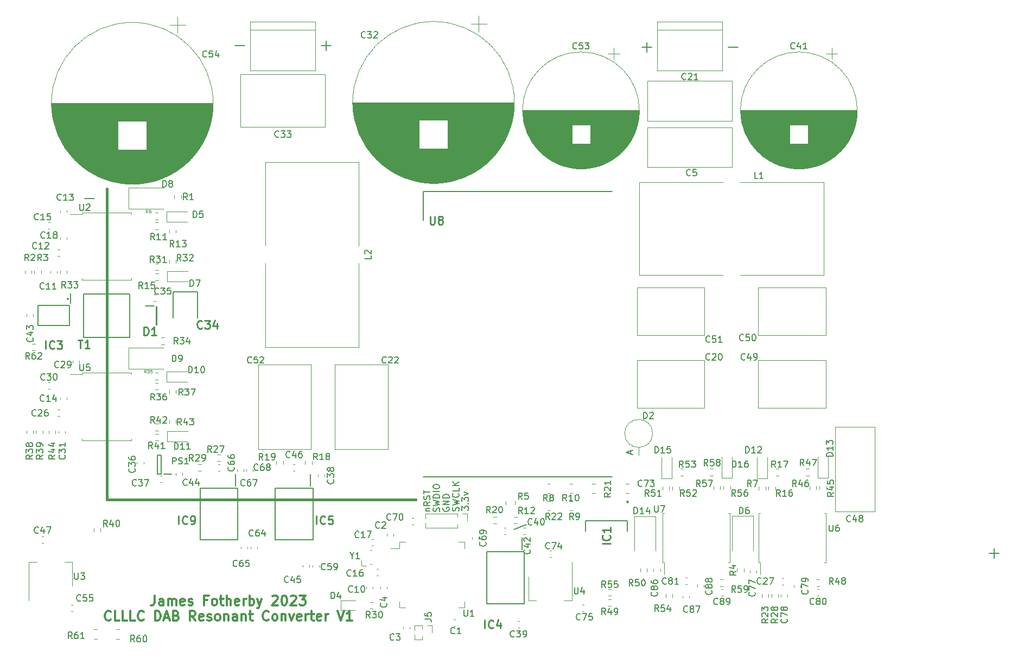
<source format=gbr>
%TF.GenerationSoftware,KiCad,Pcbnew,(6.0.9)*%
%TF.CreationDate,2023-07-13T02:30:16+01:00*%
%TF.ProjectId,Resonant_Converter_V1,5265736f-6e61-46e7-945f-436f6e766572,rev?*%
%TF.SameCoordinates,Original*%
%TF.FileFunction,Legend,Top*%
%TF.FilePolarity,Positive*%
%FSLAX46Y46*%
G04 Gerber Fmt 4.6, Leading zero omitted, Abs format (unit mm)*
G04 Created by KiCad (PCBNEW (6.0.9)) date 2023-07-13 02:30:16*
%MOMM*%
%LPD*%
G01*
G04 APERTURE LIST*
%ADD10C,0.400000*%
%ADD11C,0.150000*%
%ADD12C,0.300000*%
%ADD13C,0.254000*%
%ADD14C,0.100000*%
%ADD15C,0.120000*%
%ADD16C,0.200000*%
%ADD17C,0.250000*%
G04 APERTURE END LIST*
D10*
X87000000Y-102000000D02*
X90000000Y-102000000D01*
X90000000Y-102000000D02*
X111250000Y-102000000D01*
X63000000Y-102000000D02*
X63000000Y-53500000D01*
X63000000Y-102000000D02*
X87000000Y-102000000D01*
D11*
X128500000Y-105875000D02*
X126500000Y-106625000D01*
X84511904Y-31107142D02*
X82988095Y-31107142D01*
X118452380Y-103678571D02*
X118452380Y-103059523D01*
X118833333Y-103392857D01*
X118833333Y-103250000D01*
X118880952Y-103154761D01*
X118928571Y-103107142D01*
X119023809Y-103059523D01*
X119261904Y-103059523D01*
X119357142Y-103107142D01*
X119404761Y-103154761D01*
X119452380Y-103250000D01*
X119452380Y-103535714D01*
X119404761Y-103630952D01*
X119357142Y-103678571D01*
X119357142Y-102630952D02*
X119404761Y-102583333D01*
X119452380Y-102630952D01*
X119404761Y-102678571D01*
X119357142Y-102630952D01*
X119452380Y-102630952D01*
X118452380Y-102250000D02*
X118452380Y-101630952D01*
X118833333Y-101964285D01*
X118833333Y-101821428D01*
X118880952Y-101726190D01*
X118928571Y-101678571D01*
X119023809Y-101630952D01*
X119261904Y-101630952D01*
X119357142Y-101678571D01*
X119404761Y-101726190D01*
X119452380Y-101821428D01*
X119452380Y-102107142D01*
X119404761Y-102202380D01*
X119357142Y-102250000D01*
X118785714Y-101297619D02*
X119452380Y-101059523D01*
X118785714Y-100821428D01*
X98011904Y-31107142D02*
X96488095Y-31107142D01*
X97250000Y-30345238D02*
X97250000Y-31869047D01*
X159988095Y-31392857D02*
X161511904Y-31392857D01*
D12*
X70500000Y-116971071D02*
X70500000Y-118042500D01*
X70428571Y-118256785D01*
X70285714Y-118399642D01*
X70071428Y-118471071D01*
X69928571Y-118471071D01*
X71857142Y-118471071D02*
X71857142Y-117685357D01*
X71785714Y-117542500D01*
X71642857Y-117471071D01*
X71357142Y-117471071D01*
X71214285Y-117542500D01*
X71857142Y-118399642D02*
X71714285Y-118471071D01*
X71357142Y-118471071D01*
X71214285Y-118399642D01*
X71142857Y-118256785D01*
X71142857Y-118113928D01*
X71214285Y-117971071D01*
X71357142Y-117899642D01*
X71714285Y-117899642D01*
X71857142Y-117828214D01*
X72571428Y-118471071D02*
X72571428Y-117471071D01*
X72571428Y-117613928D02*
X72642857Y-117542500D01*
X72785714Y-117471071D01*
X73000000Y-117471071D01*
X73142857Y-117542500D01*
X73214285Y-117685357D01*
X73214285Y-118471071D01*
X73214285Y-117685357D02*
X73285714Y-117542500D01*
X73428571Y-117471071D01*
X73642857Y-117471071D01*
X73785714Y-117542500D01*
X73857142Y-117685357D01*
X73857142Y-118471071D01*
X75142857Y-118399642D02*
X75000000Y-118471071D01*
X74714285Y-118471071D01*
X74571428Y-118399642D01*
X74500000Y-118256785D01*
X74500000Y-117685357D01*
X74571428Y-117542500D01*
X74714285Y-117471071D01*
X75000000Y-117471071D01*
X75142857Y-117542500D01*
X75214285Y-117685357D01*
X75214285Y-117828214D01*
X74500000Y-117971071D01*
X75785714Y-118399642D02*
X75928571Y-118471071D01*
X76214285Y-118471071D01*
X76357142Y-118399642D01*
X76428571Y-118256785D01*
X76428571Y-118185357D01*
X76357142Y-118042500D01*
X76214285Y-117971071D01*
X76000000Y-117971071D01*
X75857142Y-117899642D01*
X75785714Y-117756785D01*
X75785714Y-117685357D01*
X75857142Y-117542500D01*
X76000000Y-117471071D01*
X76214285Y-117471071D01*
X76357142Y-117542500D01*
X78714285Y-117685357D02*
X78214285Y-117685357D01*
X78214285Y-118471071D02*
X78214285Y-116971071D01*
X78928571Y-116971071D01*
X79714285Y-118471071D02*
X79571428Y-118399642D01*
X79500000Y-118328214D01*
X79428571Y-118185357D01*
X79428571Y-117756785D01*
X79500000Y-117613928D01*
X79571428Y-117542500D01*
X79714285Y-117471071D01*
X79928571Y-117471071D01*
X80071428Y-117542500D01*
X80142857Y-117613928D01*
X80214285Y-117756785D01*
X80214285Y-118185357D01*
X80142857Y-118328214D01*
X80071428Y-118399642D01*
X79928571Y-118471071D01*
X79714285Y-118471071D01*
X80642857Y-117471071D02*
X81214285Y-117471071D01*
X80857142Y-116971071D02*
X80857142Y-118256785D01*
X80928571Y-118399642D01*
X81071428Y-118471071D01*
X81214285Y-118471071D01*
X81714285Y-118471071D02*
X81714285Y-116971071D01*
X82357142Y-118471071D02*
X82357142Y-117685357D01*
X82285714Y-117542500D01*
X82142857Y-117471071D01*
X81928571Y-117471071D01*
X81785714Y-117542500D01*
X81714285Y-117613928D01*
X83642857Y-118399642D02*
X83500000Y-118471071D01*
X83214285Y-118471071D01*
X83071428Y-118399642D01*
X83000000Y-118256785D01*
X83000000Y-117685357D01*
X83071428Y-117542500D01*
X83214285Y-117471071D01*
X83500000Y-117471071D01*
X83642857Y-117542500D01*
X83714285Y-117685357D01*
X83714285Y-117828214D01*
X83000000Y-117971071D01*
X84357142Y-118471071D02*
X84357142Y-117471071D01*
X84357142Y-117756785D02*
X84428571Y-117613928D01*
X84500000Y-117542500D01*
X84642857Y-117471071D01*
X84785714Y-117471071D01*
X85285714Y-118471071D02*
X85285714Y-116971071D01*
X85285714Y-117542500D02*
X85428571Y-117471071D01*
X85714285Y-117471071D01*
X85857142Y-117542500D01*
X85928571Y-117613928D01*
X86000000Y-117756785D01*
X86000000Y-118185357D01*
X85928571Y-118328214D01*
X85857142Y-118399642D01*
X85714285Y-118471071D01*
X85428571Y-118471071D01*
X85285714Y-118399642D01*
X86500000Y-117471071D02*
X86857142Y-118471071D01*
X87214285Y-117471071D02*
X86857142Y-118471071D01*
X86714285Y-118828214D01*
X86642857Y-118899642D01*
X86500000Y-118971071D01*
X88857142Y-117113928D02*
X88928571Y-117042500D01*
X89071428Y-116971071D01*
X89428571Y-116971071D01*
X89571428Y-117042500D01*
X89642857Y-117113928D01*
X89714285Y-117256785D01*
X89714285Y-117399642D01*
X89642857Y-117613928D01*
X88785714Y-118471071D01*
X89714285Y-118471071D01*
X90642857Y-116971071D02*
X90785714Y-116971071D01*
X90928571Y-117042500D01*
X91000000Y-117113928D01*
X91071428Y-117256785D01*
X91142857Y-117542500D01*
X91142857Y-117899642D01*
X91071428Y-118185357D01*
X91000000Y-118328214D01*
X90928571Y-118399642D01*
X90785714Y-118471071D01*
X90642857Y-118471071D01*
X90500000Y-118399642D01*
X90428571Y-118328214D01*
X90357142Y-118185357D01*
X90285714Y-117899642D01*
X90285714Y-117542500D01*
X90357142Y-117256785D01*
X90428571Y-117113928D01*
X90500000Y-117042500D01*
X90642857Y-116971071D01*
X91714285Y-117113928D02*
X91785714Y-117042500D01*
X91928571Y-116971071D01*
X92285714Y-116971071D01*
X92428571Y-117042500D01*
X92500000Y-117113928D01*
X92571428Y-117256785D01*
X92571428Y-117399642D01*
X92500000Y-117613928D01*
X91642857Y-118471071D01*
X92571428Y-118471071D01*
X93071428Y-116971071D02*
X94000000Y-116971071D01*
X93500000Y-117542500D01*
X93714285Y-117542500D01*
X93857142Y-117613928D01*
X93928571Y-117685357D01*
X94000000Y-117828214D01*
X94000000Y-118185357D01*
X93928571Y-118328214D01*
X93857142Y-118399642D01*
X93714285Y-118471071D01*
X93285714Y-118471071D01*
X93142857Y-118399642D01*
X93071428Y-118328214D01*
X63642857Y-120743214D02*
X63571428Y-120814642D01*
X63357142Y-120886071D01*
X63214285Y-120886071D01*
X62999999Y-120814642D01*
X62857142Y-120671785D01*
X62785714Y-120528928D01*
X62714285Y-120243214D01*
X62714285Y-120028928D01*
X62785714Y-119743214D01*
X62857142Y-119600357D01*
X62999999Y-119457500D01*
X63214285Y-119386071D01*
X63357142Y-119386071D01*
X63571428Y-119457500D01*
X63642857Y-119528928D01*
X64999999Y-120886071D02*
X64285714Y-120886071D01*
X64285714Y-119386071D01*
X66214285Y-120886071D02*
X65499999Y-120886071D01*
X65499999Y-119386071D01*
X67428571Y-120886071D02*
X66714285Y-120886071D01*
X66714285Y-119386071D01*
X68785714Y-120743214D02*
X68714285Y-120814642D01*
X68499999Y-120886071D01*
X68357142Y-120886071D01*
X68142857Y-120814642D01*
X67999999Y-120671785D01*
X67928571Y-120528928D01*
X67857142Y-120243214D01*
X67857142Y-120028928D01*
X67928571Y-119743214D01*
X67999999Y-119600357D01*
X68142857Y-119457500D01*
X68357142Y-119386071D01*
X68499999Y-119386071D01*
X68714285Y-119457500D01*
X68785714Y-119528928D01*
X70571428Y-120886071D02*
X70571428Y-119386071D01*
X70928571Y-119386071D01*
X71142857Y-119457500D01*
X71285714Y-119600357D01*
X71357142Y-119743214D01*
X71428571Y-120028928D01*
X71428571Y-120243214D01*
X71357142Y-120528928D01*
X71285714Y-120671785D01*
X71142857Y-120814642D01*
X70928571Y-120886071D01*
X70571428Y-120886071D01*
X71999999Y-120457500D02*
X72714285Y-120457500D01*
X71857142Y-120886071D02*
X72357142Y-119386071D01*
X72857142Y-120886071D01*
X73857142Y-120100357D02*
X74071428Y-120171785D01*
X74142857Y-120243214D01*
X74214285Y-120386071D01*
X74214285Y-120600357D01*
X74142857Y-120743214D01*
X74071428Y-120814642D01*
X73928571Y-120886071D01*
X73357142Y-120886071D01*
X73357142Y-119386071D01*
X73857142Y-119386071D01*
X73999999Y-119457500D01*
X74071428Y-119528928D01*
X74142857Y-119671785D01*
X74142857Y-119814642D01*
X74071428Y-119957500D01*
X73999999Y-120028928D01*
X73857142Y-120100357D01*
X73357142Y-120100357D01*
X76857142Y-120886071D02*
X76357142Y-120171785D01*
X75999999Y-120886071D02*
X75999999Y-119386071D01*
X76571428Y-119386071D01*
X76714285Y-119457500D01*
X76785714Y-119528928D01*
X76857142Y-119671785D01*
X76857142Y-119886071D01*
X76785714Y-120028928D01*
X76714285Y-120100357D01*
X76571428Y-120171785D01*
X75999999Y-120171785D01*
X78071428Y-120814642D02*
X77928571Y-120886071D01*
X77642857Y-120886071D01*
X77499999Y-120814642D01*
X77428571Y-120671785D01*
X77428571Y-120100357D01*
X77499999Y-119957500D01*
X77642857Y-119886071D01*
X77928571Y-119886071D01*
X78071428Y-119957500D01*
X78142857Y-120100357D01*
X78142857Y-120243214D01*
X77428571Y-120386071D01*
X78714285Y-120814642D02*
X78857142Y-120886071D01*
X79142857Y-120886071D01*
X79285714Y-120814642D01*
X79357142Y-120671785D01*
X79357142Y-120600357D01*
X79285714Y-120457500D01*
X79142857Y-120386071D01*
X78928571Y-120386071D01*
X78785714Y-120314642D01*
X78714285Y-120171785D01*
X78714285Y-120100357D01*
X78785714Y-119957500D01*
X78928571Y-119886071D01*
X79142857Y-119886071D01*
X79285714Y-119957500D01*
X80214285Y-120886071D02*
X80071428Y-120814642D01*
X79999999Y-120743214D01*
X79928571Y-120600357D01*
X79928571Y-120171785D01*
X79999999Y-120028928D01*
X80071428Y-119957500D01*
X80214285Y-119886071D01*
X80428571Y-119886071D01*
X80571428Y-119957500D01*
X80642857Y-120028928D01*
X80714285Y-120171785D01*
X80714285Y-120600357D01*
X80642857Y-120743214D01*
X80571428Y-120814642D01*
X80428571Y-120886071D01*
X80214285Y-120886071D01*
X81357142Y-119886071D02*
X81357142Y-120886071D01*
X81357142Y-120028928D02*
X81428571Y-119957500D01*
X81571428Y-119886071D01*
X81785714Y-119886071D01*
X81928571Y-119957500D01*
X81999999Y-120100357D01*
X81999999Y-120886071D01*
X83357142Y-120886071D02*
X83357142Y-120100357D01*
X83285714Y-119957500D01*
X83142857Y-119886071D01*
X82857142Y-119886071D01*
X82714285Y-119957500D01*
X83357142Y-120814642D02*
X83214285Y-120886071D01*
X82857142Y-120886071D01*
X82714285Y-120814642D01*
X82642857Y-120671785D01*
X82642857Y-120528928D01*
X82714285Y-120386071D01*
X82857142Y-120314642D01*
X83214285Y-120314642D01*
X83357142Y-120243214D01*
X84071428Y-119886071D02*
X84071428Y-120886071D01*
X84071428Y-120028928D02*
X84142857Y-119957500D01*
X84285714Y-119886071D01*
X84500000Y-119886071D01*
X84642857Y-119957500D01*
X84714285Y-120100357D01*
X84714285Y-120886071D01*
X85214285Y-119886071D02*
X85785714Y-119886071D01*
X85428571Y-119386071D02*
X85428571Y-120671785D01*
X85500000Y-120814642D01*
X85642857Y-120886071D01*
X85785714Y-120886071D01*
X88285714Y-120743214D02*
X88214285Y-120814642D01*
X88000000Y-120886071D01*
X87857142Y-120886071D01*
X87642857Y-120814642D01*
X87500000Y-120671785D01*
X87428571Y-120528928D01*
X87357142Y-120243214D01*
X87357142Y-120028928D01*
X87428571Y-119743214D01*
X87500000Y-119600357D01*
X87642857Y-119457500D01*
X87857142Y-119386071D01*
X88000000Y-119386071D01*
X88214285Y-119457500D01*
X88285714Y-119528928D01*
X89142857Y-120886071D02*
X89000000Y-120814642D01*
X88928571Y-120743214D01*
X88857142Y-120600357D01*
X88857142Y-120171785D01*
X88928571Y-120028928D01*
X89000000Y-119957500D01*
X89142857Y-119886071D01*
X89357142Y-119886071D01*
X89500000Y-119957500D01*
X89571428Y-120028928D01*
X89642857Y-120171785D01*
X89642857Y-120600357D01*
X89571428Y-120743214D01*
X89500000Y-120814642D01*
X89357142Y-120886071D01*
X89142857Y-120886071D01*
X90285714Y-119886071D02*
X90285714Y-120886071D01*
X90285714Y-120028928D02*
X90357142Y-119957500D01*
X90500000Y-119886071D01*
X90714285Y-119886071D01*
X90857142Y-119957500D01*
X90928571Y-120100357D01*
X90928571Y-120886071D01*
X91500000Y-119886071D02*
X91857142Y-120886071D01*
X92214285Y-119886071D01*
X93357142Y-120814642D02*
X93214285Y-120886071D01*
X92928571Y-120886071D01*
X92785714Y-120814642D01*
X92714285Y-120671785D01*
X92714285Y-120100357D01*
X92785714Y-119957500D01*
X92928571Y-119886071D01*
X93214285Y-119886071D01*
X93357142Y-119957500D01*
X93428571Y-120100357D01*
X93428571Y-120243214D01*
X92714285Y-120386071D01*
X94071428Y-120886071D02*
X94071428Y-119886071D01*
X94071428Y-120171785D02*
X94142857Y-120028928D01*
X94214285Y-119957500D01*
X94357142Y-119886071D01*
X94500000Y-119886071D01*
X94785714Y-119886071D02*
X95357142Y-119886071D01*
X95000000Y-119386071D02*
X95000000Y-120671785D01*
X95071428Y-120814642D01*
X95214285Y-120886071D01*
X95357142Y-120886071D01*
X96428571Y-120814642D02*
X96285714Y-120886071D01*
X96000000Y-120886071D01*
X95857142Y-120814642D01*
X95785714Y-120671785D01*
X95785714Y-120100357D01*
X95857142Y-119957500D01*
X96000000Y-119886071D01*
X96285714Y-119886071D01*
X96428571Y-119957500D01*
X96500000Y-120100357D01*
X96500000Y-120243214D01*
X95785714Y-120386071D01*
X97142857Y-120886071D02*
X97142857Y-119886071D01*
X97142857Y-120171785D02*
X97214285Y-120028928D01*
X97285714Y-119957500D01*
X97428571Y-119886071D01*
X97571428Y-119886071D01*
X99000000Y-119386071D02*
X99500000Y-120886071D01*
X100000000Y-119386071D01*
X101285714Y-120886071D02*
X100428571Y-120886071D01*
X100857142Y-120886071D02*
X100857142Y-119386071D01*
X100714285Y-119600357D01*
X100571428Y-119743214D01*
X100428571Y-119814642D01*
D11*
X146488095Y-31392857D02*
X148011904Y-31392857D01*
X147250000Y-32154761D02*
X147250000Y-30630952D01*
X59538095Y-55047857D02*
X61061904Y-55047857D01*
X112785714Y-103821428D02*
X113452380Y-103821428D01*
X112880952Y-103821428D02*
X112833333Y-103773809D01*
X112785714Y-103678571D01*
X112785714Y-103535714D01*
X112833333Y-103440476D01*
X112928571Y-103392857D01*
X113452380Y-103392857D01*
X113452380Y-102345238D02*
X112976190Y-102678571D01*
X113452380Y-102916666D02*
X112452380Y-102916666D01*
X112452380Y-102535714D01*
X112500000Y-102440476D01*
X112547619Y-102392857D01*
X112642857Y-102345238D01*
X112785714Y-102345238D01*
X112880952Y-102392857D01*
X112928571Y-102440476D01*
X112976190Y-102535714D01*
X112976190Y-102916666D01*
X113404761Y-101964285D02*
X113452380Y-101821428D01*
X113452380Y-101583333D01*
X113404761Y-101488095D01*
X113357142Y-101440476D01*
X113261904Y-101392857D01*
X113166666Y-101392857D01*
X113071428Y-101440476D01*
X113023809Y-101488095D01*
X112976190Y-101583333D01*
X112928571Y-101773809D01*
X112880952Y-101869047D01*
X112833333Y-101916666D01*
X112738095Y-101964285D01*
X112642857Y-101964285D01*
X112547619Y-101916666D01*
X112500000Y-101869047D01*
X112452380Y-101773809D01*
X112452380Y-101535714D01*
X112500000Y-101392857D01*
X112452380Y-101107142D02*
X112452380Y-100535714D01*
X113452380Y-100821428D02*
X112452380Y-100821428D01*
X114904761Y-103869047D02*
X114952380Y-103726190D01*
X114952380Y-103488095D01*
X114904761Y-103392857D01*
X114857142Y-103345238D01*
X114761904Y-103297619D01*
X114666666Y-103297619D01*
X114571428Y-103345238D01*
X114523809Y-103392857D01*
X114476190Y-103488095D01*
X114428571Y-103678571D01*
X114380952Y-103773809D01*
X114333333Y-103821428D01*
X114238095Y-103869047D01*
X114142857Y-103869047D01*
X114047619Y-103821428D01*
X114000000Y-103773809D01*
X113952380Y-103678571D01*
X113952380Y-103440476D01*
X114000000Y-103297619D01*
X113952380Y-102964285D02*
X114952380Y-102726190D01*
X114238095Y-102535714D01*
X114952380Y-102345238D01*
X113952380Y-102107142D01*
X114952380Y-101726190D02*
X113952380Y-101726190D01*
X113952380Y-101488095D01*
X114000000Y-101345238D01*
X114095238Y-101250000D01*
X114190476Y-101202380D01*
X114380952Y-101154761D01*
X114523809Y-101154761D01*
X114714285Y-101202380D01*
X114809523Y-101250000D01*
X114904761Y-101345238D01*
X114952380Y-101488095D01*
X114952380Y-101726190D01*
X114952380Y-100726190D02*
X113952380Y-100726190D01*
X113952380Y-100059523D02*
X113952380Y-99869047D01*
X114000000Y-99773809D01*
X114095238Y-99678571D01*
X114285714Y-99630952D01*
X114619047Y-99630952D01*
X114809523Y-99678571D01*
X114904761Y-99773809D01*
X114952380Y-99869047D01*
X114952380Y-100059523D01*
X114904761Y-100154761D01*
X114809523Y-100250000D01*
X114619047Y-100297619D01*
X114285714Y-100297619D01*
X114095238Y-100250000D01*
X114000000Y-100154761D01*
X113952380Y-100059523D01*
X115500000Y-103261904D02*
X115452380Y-103357142D01*
X115452380Y-103500000D01*
X115500000Y-103642857D01*
X115595238Y-103738095D01*
X115690476Y-103785714D01*
X115880952Y-103833333D01*
X116023809Y-103833333D01*
X116214285Y-103785714D01*
X116309523Y-103738095D01*
X116404761Y-103642857D01*
X116452380Y-103500000D01*
X116452380Y-103404761D01*
X116404761Y-103261904D01*
X116357142Y-103214285D01*
X116023809Y-103214285D01*
X116023809Y-103404761D01*
X116452380Y-102785714D02*
X115452380Y-102785714D01*
X116452380Y-102214285D01*
X115452380Y-102214285D01*
X116452380Y-101738095D02*
X115452380Y-101738095D01*
X115452380Y-101500000D01*
X115500000Y-101357142D01*
X115595238Y-101261904D01*
X115690476Y-101214285D01*
X115880952Y-101166666D01*
X116023809Y-101166666D01*
X116214285Y-101214285D01*
X116309523Y-101261904D01*
X116404761Y-101357142D01*
X116452380Y-101500000D01*
X116452380Y-101738095D01*
X117904761Y-103761904D02*
X117952380Y-103619047D01*
X117952380Y-103380952D01*
X117904761Y-103285714D01*
X117857142Y-103238095D01*
X117761904Y-103190476D01*
X117666666Y-103190476D01*
X117571428Y-103238095D01*
X117523809Y-103285714D01*
X117476190Y-103380952D01*
X117428571Y-103571428D01*
X117380952Y-103666666D01*
X117333333Y-103714285D01*
X117238095Y-103761904D01*
X117142857Y-103761904D01*
X117047619Y-103714285D01*
X117000000Y-103666666D01*
X116952380Y-103571428D01*
X116952380Y-103333333D01*
X117000000Y-103190476D01*
X116952380Y-102857142D02*
X117952380Y-102619047D01*
X117238095Y-102428571D01*
X117952380Y-102238095D01*
X116952380Y-102000000D01*
X117857142Y-101047619D02*
X117904761Y-101095238D01*
X117952380Y-101238095D01*
X117952380Y-101333333D01*
X117904761Y-101476190D01*
X117809523Y-101571428D01*
X117714285Y-101619047D01*
X117523809Y-101666666D01*
X117380952Y-101666666D01*
X117190476Y-101619047D01*
X117095238Y-101571428D01*
X117000000Y-101476190D01*
X116952380Y-101333333D01*
X116952380Y-101238095D01*
X117000000Y-101095238D01*
X117047619Y-101047619D01*
X117952380Y-100142857D02*
X117952380Y-100619047D01*
X116952380Y-100619047D01*
X117952380Y-99809523D02*
X116952380Y-99809523D01*
X117952380Y-99238095D02*
X117380952Y-99666666D01*
X116952380Y-99238095D02*
X117523809Y-99809523D01*
X200738095Y-110392857D02*
X202261904Y-110392857D01*
X201500000Y-111154761D02*
X201500000Y-109630952D01*
%TO.C,R62*%
X50957142Y-80052380D02*
X50623809Y-79576190D01*
X50385714Y-80052380D02*
X50385714Y-79052380D01*
X50766666Y-79052380D01*
X50861904Y-79100000D01*
X50909523Y-79147619D01*
X50957142Y-79242857D01*
X50957142Y-79385714D01*
X50909523Y-79480952D01*
X50861904Y-79528571D01*
X50766666Y-79576190D01*
X50385714Y-79576190D01*
X51814285Y-79052380D02*
X51623809Y-79052380D01*
X51528571Y-79100000D01*
X51480952Y-79147619D01*
X51385714Y-79290476D01*
X51338095Y-79480952D01*
X51338095Y-79861904D01*
X51385714Y-79957142D01*
X51433333Y-80004761D01*
X51528571Y-80052380D01*
X51719047Y-80052380D01*
X51814285Y-80004761D01*
X51861904Y-79957142D01*
X51909523Y-79861904D01*
X51909523Y-79623809D01*
X51861904Y-79528571D01*
X51814285Y-79480952D01*
X51719047Y-79433333D01*
X51528571Y-79433333D01*
X51433333Y-79480952D01*
X51385714Y-79528571D01*
X51338095Y-79623809D01*
X52290476Y-79147619D02*
X52338095Y-79100000D01*
X52433333Y-79052380D01*
X52671428Y-79052380D01*
X52766666Y-79100000D01*
X52814285Y-79147619D01*
X52861904Y-79242857D01*
X52861904Y-79338095D01*
X52814285Y-79480952D01*
X52242857Y-80052380D01*
X52861904Y-80052380D01*
D13*
%TO.C,IC1*%
X141574523Y-108889761D02*
X140304523Y-108889761D01*
X141453571Y-107559285D02*
X141514047Y-107619761D01*
X141574523Y-107801190D01*
X141574523Y-107922142D01*
X141514047Y-108103571D01*
X141393095Y-108224523D01*
X141272142Y-108285000D01*
X141030238Y-108345476D01*
X140848809Y-108345476D01*
X140606904Y-108285000D01*
X140485952Y-108224523D01*
X140365000Y-108103571D01*
X140304523Y-107922142D01*
X140304523Y-107801190D01*
X140365000Y-107619761D01*
X140425476Y-107559285D01*
X141574523Y-106349761D02*
X141574523Y-107075476D01*
X141574523Y-106712619D02*
X140304523Y-106712619D01*
X140485952Y-106833571D01*
X140606904Y-106954523D01*
X140667380Y-107075476D01*
D11*
%TO.C,C55*%
X58957142Y-117757142D02*
X58909523Y-117804761D01*
X58766666Y-117852380D01*
X58671428Y-117852380D01*
X58528571Y-117804761D01*
X58433333Y-117709523D01*
X58385714Y-117614285D01*
X58338095Y-117423809D01*
X58338095Y-117280952D01*
X58385714Y-117090476D01*
X58433333Y-116995238D01*
X58528571Y-116900000D01*
X58671428Y-116852380D01*
X58766666Y-116852380D01*
X58909523Y-116900000D01*
X58957142Y-116947619D01*
X59861904Y-116852380D02*
X59385714Y-116852380D01*
X59338095Y-117328571D01*
X59385714Y-117280952D01*
X59480952Y-117233333D01*
X59719047Y-117233333D01*
X59814285Y-117280952D01*
X59861904Y-117328571D01*
X59909523Y-117423809D01*
X59909523Y-117661904D01*
X59861904Y-117757142D01*
X59814285Y-117804761D01*
X59719047Y-117852380D01*
X59480952Y-117852380D01*
X59385714Y-117804761D01*
X59338095Y-117757142D01*
X60814285Y-116852380D02*
X60338095Y-116852380D01*
X60290476Y-117328571D01*
X60338095Y-117280952D01*
X60433333Y-117233333D01*
X60671428Y-117233333D01*
X60766666Y-117280952D01*
X60814285Y-117328571D01*
X60861904Y-117423809D01*
X60861904Y-117661904D01*
X60814285Y-117757142D01*
X60766666Y-117804761D01*
X60671428Y-117852380D01*
X60433333Y-117852380D01*
X60338095Y-117804761D01*
X60290476Y-117757142D01*
%TO.C,C47*%
X52357142Y-107177142D02*
X52309523Y-107224761D01*
X52166666Y-107272380D01*
X52071428Y-107272380D01*
X51928571Y-107224761D01*
X51833333Y-107129523D01*
X51785714Y-107034285D01*
X51738095Y-106843809D01*
X51738095Y-106700952D01*
X51785714Y-106510476D01*
X51833333Y-106415238D01*
X51928571Y-106320000D01*
X52071428Y-106272380D01*
X52166666Y-106272380D01*
X52309523Y-106320000D01*
X52357142Y-106367619D01*
X53214285Y-106605714D02*
X53214285Y-107272380D01*
X52976190Y-106224761D02*
X52738095Y-106939047D01*
X53357142Y-106939047D01*
X53642857Y-106272380D02*
X54309523Y-106272380D01*
X53880952Y-107272380D01*
%TO.C,U3*%
X57988095Y-113452380D02*
X57988095Y-114261904D01*
X58035714Y-114357142D01*
X58083333Y-114404761D01*
X58178571Y-114452380D01*
X58369047Y-114452380D01*
X58464285Y-114404761D01*
X58511904Y-114357142D01*
X58559523Y-114261904D01*
X58559523Y-113452380D01*
X58940476Y-113452380D02*
X59559523Y-113452380D01*
X59226190Y-113833333D01*
X59369047Y-113833333D01*
X59464285Y-113880952D01*
X59511904Y-113928571D01*
X59559523Y-114023809D01*
X59559523Y-114261904D01*
X59511904Y-114357142D01*
X59464285Y-114404761D01*
X59369047Y-114452380D01*
X59083333Y-114452380D01*
X58988095Y-114404761D01*
X58940476Y-114357142D01*
%TO.C,R61*%
X57607142Y-123702380D02*
X57273809Y-123226190D01*
X57035714Y-123702380D02*
X57035714Y-122702380D01*
X57416666Y-122702380D01*
X57511904Y-122750000D01*
X57559523Y-122797619D01*
X57607142Y-122892857D01*
X57607142Y-123035714D01*
X57559523Y-123130952D01*
X57511904Y-123178571D01*
X57416666Y-123226190D01*
X57035714Y-123226190D01*
X58464285Y-122702380D02*
X58273809Y-122702380D01*
X58178571Y-122750000D01*
X58130952Y-122797619D01*
X58035714Y-122940476D01*
X57988095Y-123130952D01*
X57988095Y-123511904D01*
X58035714Y-123607142D01*
X58083333Y-123654761D01*
X58178571Y-123702380D01*
X58369047Y-123702380D01*
X58464285Y-123654761D01*
X58511904Y-123607142D01*
X58559523Y-123511904D01*
X58559523Y-123273809D01*
X58511904Y-123178571D01*
X58464285Y-123130952D01*
X58369047Y-123083333D01*
X58178571Y-123083333D01*
X58083333Y-123130952D01*
X58035714Y-123178571D01*
X57988095Y-123273809D01*
X59511904Y-123702380D02*
X58940476Y-123702380D01*
X59226190Y-123702380D02*
X59226190Y-122702380D01*
X59130952Y-122845238D01*
X59035714Y-122940476D01*
X58940476Y-122988095D01*
%TO.C,R60*%
X67357142Y-124202380D02*
X67023809Y-123726190D01*
X66785714Y-124202380D02*
X66785714Y-123202380D01*
X67166666Y-123202380D01*
X67261904Y-123250000D01*
X67309523Y-123297619D01*
X67357142Y-123392857D01*
X67357142Y-123535714D01*
X67309523Y-123630952D01*
X67261904Y-123678571D01*
X67166666Y-123726190D01*
X66785714Y-123726190D01*
X68214285Y-123202380D02*
X68023809Y-123202380D01*
X67928571Y-123250000D01*
X67880952Y-123297619D01*
X67785714Y-123440476D01*
X67738095Y-123630952D01*
X67738095Y-124011904D01*
X67785714Y-124107142D01*
X67833333Y-124154761D01*
X67928571Y-124202380D01*
X68119047Y-124202380D01*
X68214285Y-124154761D01*
X68261904Y-124107142D01*
X68309523Y-124011904D01*
X68309523Y-123773809D01*
X68261904Y-123678571D01*
X68214285Y-123630952D01*
X68119047Y-123583333D01*
X67928571Y-123583333D01*
X67833333Y-123630952D01*
X67785714Y-123678571D01*
X67738095Y-123773809D01*
X68928571Y-123202380D02*
X69023809Y-123202380D01*
X69119047Y-123250000D01*
X69166666Y-123297619D01*
X69214285Y-123392857D01*
X69261904Y-123583333D01*
X69261904Y-123821428D01*
X69214285Y-124011904D01*
X69166666Y-124107142D01*
X69119047Y-124154761D01*
X69023809Y-124202380D01*
X68928571Y-124202380D01*
X68833333Y-124154761D01*
X68785714Y-124107142D01*
X68738095Y-124011904D01*
X68690476Y-123821428D01*
X68690476Y-123583333D01*
X68738095Y-123392857D01*
X68785714Y-123297619D01*
X68833333Y-123250000D01*
X68928571Y-123202380D01*
%TO.C,C51*%
X157107142Y-77357142D02*
X157059523Y-77404761D01*
X156916666Y-77452380D01*
X156821428Y-77452380D01*
X156678571Y-77404761D01*
X156583333Y-77309523D01*
X156535714Y-77214285D01*
X156488095Y-77023809D01*
X156488095Y-76880952D01*
X156535714Y-76690476D01*
X156583333Y-76595238D01*
X156678571Y-76500000D01*
X156821428Y-76452380D01*
X156916666Y-76452380D01*
X157059523Y-76500000D01*
X157107142Y-76547619D01*
X158011904Y-76452380D02*
X157535714Y-76452380D01*
X157488095Y-76928571D01*
X157535714Y-76880952D01*
X157630952Y-76833333D01*
X157869047Y-76833333D01*
X157964285Y-76880952D01*
X158011904Y-76928571D01*
X158059523Y-77023809D01*
X158059523Y-77261904D01*
X158011904Y-77357142D01*
X157964285Y-77404761D01*
X157869047Y-77452380D01*
X157630952Y-77452380D01*
X157535714Y-77404761D01*
X157488095Y-77357142D01*
X159011904Y-77452380D02*
X158440476Y-77452380D01*
X158726190Y-77452380D02*
X158726190Y-76452380D01*
X158630952Y-76595238D01*
X158535714Y-76690476D01*
X158440476Y-76738095D01*
%TO.C,C50*%
X162357142Y-77107142D02*
X162309523Y-77154761D01*
X162166666Y-77202380D01*
X162071428Y-77202380D01*
X161928571Y-77154761D01*
X161833333Y-77059523D01*
X161785714Y-76964285D01*
X161738095Y-76773809D01*
X161738095Y-76630952D01*
X161785714Y-76440476D01*
X161833333Y-76345238D01*
X161928571Y-76250000D01*
X162071428Y-76202380D01*
X162166666Y-76202380D01*
X162309523Y-76250000D01*
X162357142Y-76297619D01*
X163261904Y-76202380D02*
X162785714Y-76202380D01*
X162738095Y-76678571D01*
X162785714Y-76630952D01*
X162880952Y-76583333D01*
X163119047Y-76583333D01*
X163214285Y-76630952D01*
X163261904Y-76678571D01*
X163309523Y-76773809D01*
X163309523Y-77011904D01*
X163261904Y-77107142D01*
X163214285Y-77154761D01*
X163119047Y-77202380D01*
X162880952Y-77202380D01*
X162785714Y-77154761D01*
X162738095Y-77107142D01*
X163928571Y-76202380D02*
X164023809Y-76202380D01*
X164119047Y-76250000D01*
X164166666Y-76297619D01*
X164214285Y-76392857D01*
X164261904Y-76583333D01*
X164261904Y-76821428D01*
X164214285Y-77011904D01*
X164166666Y-77107142D01*
X164119047Y-77154761D01*
X164023809Y-77202380D01*
X163928571Y-77202380D01*
X163833333Y-77154761D01*
X163785714Y-77107142D01*
X163738095Y-77011904D01*
X163690476Y-76821428D01*
X163690476Y-76583333D01*
X163738095Y-76392857D01*
X163785714Y-76297619D01*
X163833333Y-76250000D01*
X163928571Y-76202380D01*
%TO.C,C49*%
X162607142Y-80107142D02*
X162559523Y-80154761D01*
X162416666Y-80202380D01*
X162321428Y-80202380D01*
X162178571Y-80154761D01*
X162083333Y-80059523D01*
X162035714Y-79964285D01*
X161988095Y-79773809D01*
X161988095Y-79630952D01*
X162035714Y-79440476D01*
X162083333Y-79345238D01*
X162178571Y-79250000D01*
X162321428Y-79202380D01*
X162416666Y-79202380D01*
X162559523Y-79250000D01*
X162607142Y-79297619D01*
X163464285Y-79535714D02*
X163464285Y-80202380D01*
X163226190Y-79154761D02*
X162988095Y-79869047D01*
X163607142Y-79869047D01*
X164035714Y-80202380D02*
X164226190Y-80202380D01*
X164321428Y-80154761D01*
X164369047Y-80107142D01*
X164464285Y-79964285D01*
X164511904Y-79773809D01*
X164511904Y-79392857D01*
X164464285Y-79297619D01*
X164416666Y-79250000D01*
X164321428Y-79202380D01*
X164130952Y-79202380D01*
X164035714Y-79250000D01*
X163988095Y-79297619D01*
X163940476Y-79392857D01*
X163940476Y-79630952D01*
X163988095Y-79726190D01*
X164035714Y-79773809D01*
X164130952Y-79821428D01*
X164321428Y-79821428D01*
X164416666Y-79773809D01*
X164464285Y-79726190D01*
X164511904Y-79630952D01*
%TO.C,C20*%
X157107142Y-80107142D02*
X157059523Y-80154761D01*
X156916666Y-80202380D01*
X156821428Y-80202380D01*
X156678571Y-80154761D01*
X156583333Y-80059523D01*
X156535714Y-79964285D01*
X156488095Y-79773809D01*
X156488095Y-79630952D01*
X156535714Y-79440476D01*
X156583333Y-79345238D01*
X156678571Y-79250000D01*
X156821428Y-79202380D01*
X156916666Y-79202380D01*
X157059523Y-79250000D01*
X157107142Y-79297619D01*
X157488095Y-79297619D02*
X157535714Y-79250000D01*
X157630952Y-79202380D01*
X157869047Y-79202380D01*
X157964285Y-79250000D01*
X158011904Y-79297619D01*
X158059523Y-79392857D01*
X158059523Y-79488095D01*
X158011904Y-79630952D01*
X157440476Y-80202380D01*
X158059523Y-80202380D01*
X158678571Y-79202380D02*
X158773809Y-79202380D01*
X158869047Y-79250000D01*
X158916666Y-79297619D01*
X158964285Y-79392857D01*
X159011904Y-79583333D01*
X159011904Y-79821428D01*
X158964285Y-80011904D01*
X158916666Y-80107142D01*
X158869047Y-80154761D01*
X158773809Y-80202380D01*
X158678571Y-80202380D01*
X158583333Y-80154761D01*
X158535714Y-80107142D01*
X158488095Y-80011904D01*
X158440476Y-79821428D01*
X158440476Y-79583333D01*
X158488095Y-79392857D01*
X158535714Y-79297619D01*
X158583333Y-79250000D01*
X158678571Y-79202380D01*
%TO.C,C38*%
X98357142Y-98892857D02*
X98404761Y-98940476D01*
X98452380Y-99083333D01*
X98452380Y-99178571D01*
X98404761Y-99321428D01*
X98309523Y-99416666D01*
X98214285Y-99464285D01*
X98023809Y-99511904D01*
X97880952Y-99511904D01*
X97690476Y-99464285D01*
X97595238Y-99416666D01*
X97500000Y-99321428D01*
X97452380Y-99178571D01*
X97452380Y-99083333D01*
X97500000Y-98940476D01*
X97547619Y-98892857D01*
X97452380Y-98559523D02*
X97452380Y-97940476D01*
X97833333Y-98273809D01*
X97833333Y-98130952D01*
X97880952Y-98035714D01*
X97928571Y-97988095D01*
X98023809Y-97940476D01*
X98261904Y-97940476D01*
X98357142Y-97988095D01*
X98404761Y-98035714D01*
X98452380Y-98130952D01*
X98452380Y-98416666D01*
X98404761Y-98511904D01*
X98357142Y-98559523D01*
X97880952Y-97369047D02*
X97833333Y-97464285D01*
X97785714Y-97511904D01*
X97690476Y-97559523D01*
X97642857Y-97559523D01*
X97547619Y-97511904D01*
X97500000Y-97464285D01*
X97452380Y-97369047D01*
X97452380Y-97178571D01*
X97500000Y-97083333D01*
X97547619Y-97035714D01*
X97642857Y-96988095D01*
X97690476Y-96988095D01*
X97785714Y-97035714D01*
X97833333Y-97083333D01*
X97880952Y-97178571D01*
X97880952Y-97369047D01*
X97928571Y-97464285D01*
X97976190Y-97511904D01*
X98071428Y-97559523D01*
X98261904Y-97559523D01*
X98357142Y-97511904D01*
X98404761Y-97464285D01*
X98452380Y-97369047D01*
X98452380Y-97178571D01*
X98404761Y-97083333D01*
X98357142Y-97035714D01*
X98261904Y-96988095D01*
X98071428Y-96988095D01*
X97976190Y-97035714D01*
X97928571Y-97083333D01*
X97880952Y-97178571D01*
%TO.C,R47*%
X171794158Y-96694013D02*
X171460825Y-96217823D01*
X171222730Y-96694013D02*
X171222730Y-95694013D01*
X171603682Y-95694013D01*
X171698920Y-95741633D01*
X171746539Y-95789252D01*
X171794158Y-95884490D01*
X171794158Y-96027347D01*
X171746539Y-96122585D01*
X171698920Y-96170204D01*
X171603682Y-96217823D01*
X171222730Y-96217823D01*
X172651301Y-96027347D02*
X172651301Y-96694013D01*
X172413206Y-95646394D02*
X172175111Y-96360680D01*
X172794158Y-96360680D01*
X173079873Y-95694013D02*
X173746539Y-95694013D01*
X173317968Y-96694013D01*
%TO.C,C80*%
X173347142Y-118287142D02*
X173299523Y-118334761D01*
X173156666Y-118382380D01*
X173061428Y-118382380D01*
X172918571Y-118334761D01*
X172823333Y-118239523D01*
X172775714Y-118144285D01*
X172728095Y-117953809D01*
X172728095Y-117810952D01*
X172775714Y-117620476D01*
X172823333Y-117525238D01*
X172918571Y-117430000D01*
X173061428Y-117382380D01*
X173156666Y-117382380D01*
X173299523Y-117430000D01*
X173347142Y-117477619D01*
X173918571Y-117810952D02*
X173823333Y-117763333D01*
X173775714Y-117715714D01*
X173728095Y-117620476D01*
X173728095Y-117572857D01*
X173775714Y-117477619D01*
X173823333Y-117430000D01*
X173918571Y-117382380D01*
X174109047Y-117382380D01*
X174204285Y-117430000D01*
X174251904Y-117477619D01*
X174299523Y-117572857D01*
X174299523Y-117620476D01*
X174251904Y-117715714D01*
X174204285Y-117763333D01*
X174109047Y-117810952D01*
X173918571Y-117810952D01*
X173823333Y-117858571D01*
X173775714Y-117906190D01*
X173728095Y-118001428D01*
X173728095Y-118191904D01*
X173775714Y-118287142D01*
X173823333Y-118334761D01*
X173918571Y-118382380D01*
X174109047Y-118382380D01*
X174204285Y-118334761D01*
X174251904Y-118287142D01*
X174299523Y-118191904D01*
X174299523Y-118001428D01*
X174251904Y-117906190D01*
X174204285Y-117858571D01*
X174109047Y-117810952D01*
X174918571Y-117382380D02*
X175013809Y-117382380D01*
X175109047Y-117430000D01*
X175156666Y-117477619D01*
X175204285Y-117572857D01*
X175251904Y-117763333D01*
X175251904Y-118001428D01*
X175204285Y-118191904D01*
X175156666Y-118287142D01*
X175109047Y-118334761D01*
X175013809Y-118382380D01*
X174918571Y-118382380D01*
X174823333Y-118334761D01*
X174775714Y-118287142D01*
X174728095Y-118191904D01*
X174680476Y-118001428D01*
X174680476Y-117763333D01*
X174728095Y-117572857D01*
X174775714Y-117477619D01*
X174823333Y-117430000D01*
X174918571Y-117382380D01*
%TO.C,R43*%
X74657142Y-90352380D02*
X74323809Y-89876190D01*
X74085714Y-90352380D02*
X74085714Y-89352380D01*
X74466666Y-89352380D01*
X74561904Y-89400000D01*
X74609523Y-89447619D01*
X74657142Y-89542857D01*
X74657142Y-89685714D01*
X74609523Y-89780952D01*
X74561904Y-89828571D01*
X74466666Y-89876190D01*
X74085714Y-89876190D01*
X75514285Y-89685714D02*
X75514285Y-90352380D01*
X75276190Y-89304761D02*
X75038095Y-90019047D01*
X75657142Y-90019047D01*
X75942857Y-89352380D02*
X76561904Y-89352380D01*
X76228571Y-89733333D01*
X76371428Y-89733333D01*
X76466666Y-89780952D01*
X76514285Y-89828571D01*
X76561904Y-89923809D01*
X76561904Y-90161904D01*
X76514285Y-90257142D01*
X76466666Y-90304761D01*
X76371428Y-90352380D01*
X76085714Y-90352380D01*
X75990476Y-90304761D01*
X75942857Y-90257142D01*
%TO.C,C45*%
X91357142Y-114857142D02*
X91309523Y-114904761D01*
X91166666Y-114952380D01*
X91071428Y-114952380D01*
X90928571Y-114904761D01*
X90833333Y-114809523D01*
X90785714Y-114714285D01*
X90738095Y-114523809D01*
X90738095Y-114380952D01*
X90785714Y-114190476D01*
X90833333Y-114095238D01*
X90928571Y-114000000D01*
X91071428Y-113952380D01*
X91166666Y-113952380D01*
X91309523Y-114000000D01*
X91357142Y-114047619D01*
X92214285Y-114285714D02*
X92214285Y-114952380D01*
X91976190Y-113904761D02*
X91738095Y-114619047D01*
X92357142Y-114619047D01*
X93214285Y-113952380D02*
X92738095Y-113952380D01*
X92690476Y-114428571D01*
X92738095Y-114380952D01*
X92833333Y-114333333D01*
X93071428Y-114333333D01*
X93166666Y-114380952D01*
X93214285Y-114428571D01*
X93261904Y-114523809D01*
X93261904Y-114761904D01*
X93214285Y-114857142D01*
X93166666Y-114904761D01*
X93071428Y-114952380D01*
X92833333Y-114952380D01*
X92738095Y-114904761D01*
X92690476Y-114857142D01*
%TO.C,R7*%
X163583333Y-99952380D02*
X163250000Y-99476190D01*
X163011904Y-99952380D02*
X163011904Y-98952380D01*
X163392857Y-98952380D01*
X163488095Y-99000000D01*
X163535714Y-99047619D01*
X163583333Y-99142857D01*
X163583333Y-99285714D01*
X163535714Y-99380952D01*
X163488095Y-99428571D01*
X163392857Y-99476190D01*
X163011904Y-99476190D01*
X163916666Y-98952380D02*
X164583333Y-98952380D01*
X164154761Y-99952380D01*
%TO.C,R55*%
X140857142Y-115702380D02*
X140523809Y-115226190D01*
X140285714Y-115702380D02*
X140285714Y-114702380D01*
X140666666Y-114702380D01*
X140761904Y-114750000D01*
X140809523Y-114797619D01*
X140857142Y-114892857D01*
X140857142Y-115035714D01*
X140809523Y-115130952D01*
X140761904Y-115178571D01*
X140666666Y-115226190D01*
X140285714Y-115226190D01*
X141761904Y-114702380D02*
X141285714Y-114702380D01*
X141238095Y-115178571D01*
X141285714Y-115130952D01*
X141380952Y-115083333D01*
X141619047Y-115083333D01*
X141714285Y-115130952D01*
X141761904Y-115178571D01*
X141809523Y-115273809D01*
X141809523Y-115511904D01*
X141761904Y-115607142D01*
X141714285Y-115654761D01*
X141619047Y-115702380D01*
X141380952Y-115702380D01*
X141285714Y-115654761D01*
X141238095Y-115607142D01*
X142714285Y-114702380D02*
X142238095Y-114702380D01*
X142190476Y-115178571D01*
X142238095Y-115130952D01*
X142333333Y-115083333D01*
X142571428Y-115083333D01*
X142666666Y-115130952D01*
X142714285Y-115178571D01*
X142761904Y-115273809D01*
X142761904Y-115511904D01*
X142714285Y-115607142D01*
X142666666Y-115654761D01*
X142571428Y-115702380D01*
X142333333Y-115702380D01*
X142238095Y-115654761D01*
X142190476Y-115607142D01*
%TO.C,C89*%
X158347142Y-118287142D02*
X158299523Y-118334761D01*
X158156666Y-118382380D01*
X158061428Y-118382380D01*
X157918571Y-118334761D01*
X157823333Y-118239523D01*
X157775714Y-118144285D01*
X157728095Y-117953809D01*
X157728095Y-117810952D01*
X157775714Y-117620476D01*
X157823333Y-117525238D01*
X157918571Y-117430000D01*
X158061428Y-117382380D01*
X158156666Y-117382380D01*
X158299523Y-117430000D01*
X158347142Y-117477619D01*
X158918571Y-117810952D02*
X158823333Y-117763333D01*
X158775714Y-117715714D01*
X158728095Y-117620476D01*
X158728095Y-117572857D01*
X158775714Y-117477619D01*
X158823333Y-117430000D01*
X158918571Y-117382380D01*
X159109047Y-117382380D01*
X159204285Y-117430000D01*
X159251904Y-117477619D01*
X159299523Y-117572857D01*
X159299523Y-117620476D01*
X159251904Y-117715714D01*
X159204285Y-117763333D01*
X159109047Y-117810952D01*
X158918571Y-117810952D01*
X158823333Y-117858571D01*
X158775714Y-117906190D01*
X158728095Y-118001428D01*
X158728095Y-118191904D01*
X158775714Y-118287142D01*
X158823333Y-118334761D01*
X158918571Y-118382380D01*
X159109047Y-118382380D01*
X159204285Y-118334761D01*
X159251904Y-118287142D01*
X159299523Y-118191904D01*
X159299523Y-118001428D01*
X159251904Y-117906190D01*
X159204285Y-117858571D01*
X159109047Y-117810952D01*
X159775714Y-118382380D02*
X159966190Y-118382380D01*
X160061428Y-118334761D01*
X160109047Y-118287142D01*
X160204285Y-118144285D01*
X160251904Y-117953809D01*
X160251904Y-117572857D01*
X160204285Y-117477619D01*
X160156666Y-117430000D01*
X160061428Y-117382380D01*
X159870952Y-117382380D01*
X159775714Y-117430000D01*
X159728095Y-117477619D01*
X159680476Y-117572857D01*
X159680476Y-117810952D01*
X159728095Y-117906190D01*
X159775714Y-117953809D01*
X159870952Y-118001428D01*
X160061428Y-118001428D01*
X160156666Y-117953809D01*
X160204285Y-117906190D01*
X160251904Y-117810952D01*
%TO.C,C81*%
X150317142Y-115107142D02*
X150269523Y-115154761D01*
X150126666Y-115202380D01*
X150031428Y-115202380D01*
X149888571Y-115154761D01*
X149793333Y-115059523D01*
X149745714Y-114964285D01*
X149698095Y-114773809D01*
X149698095Y-114630952D01*
X149745714Y-114440476D01*
X149793333Y-114345238D01*
X149888571Y-114250000D01*
X150031428Y-114202380D01*
X150126666Y-114202380D01*
X150269523Y-114250000D01*
X150317142Y-114297619D01*
X150888571Y-114630952D02*
X150793333Y-114583333D01*
X150745714Y-114535714D01*
X150698095Y-114440476D01*
X150698095Y-114392857D01*
X150745714Y-114297619D01*
X150793333Y-114250000D01*
X150888571Y-114202380D01*
X151079047Y-114202380D01*
X151174285Y-114250000D01*
X151221904Y-114297619D01*
X151269523Y-114392857D01*
X151269523Y-114440476D01*
X151221904Y-114535714D01*
X151174285Y-114583333D01*
X151079047Y-114630952D01*
X150888571Y-114630952D01*
X150793333Y-114678571D01*
X150745714Y-114726190D01*
X150698095Y-114821428D01*
X150698095Y-115011904D01*
X150745714Y-115107142D01*
X150793333Y-115154761D01*
X150888571Y-115202380D01*
X151079047Y-115202380D01*
X151174285Y-115154761D01*
X151221904Y-115107142D01*
X151269523Y-115011904D01*
X151269523Y-114821428D01*
X151221904Y-114726190D01*
X151174285Y-114678571D01*
X151079047Y-114630952D01*
X152221904Y-115202380D02*
X151650476Y-115202380D01*
X151936190Y-115202380D02*
X151936190Y-114202380D01*
X151840952Y-114345238D01*
X151745714Y-114440476D01*
X151650476Y-114488095D01*
%TO.C,C32*%
X103357142Y-29857142D02*
X103309523Y-29904761D01*
X103166666Y-29952380D01*
X103071428Y-29952380D01*
X102928571Y-29904761D01*
X102833333Y-29809523D01*
X102785714Y-29714285D01*
X102738095Y-29523809D01*
X102738095Y-29380952D01*
X102785714Y-29190476D01*
X102833333Y-29095238D01*
X102928571Y-29000000D01*
X103071428Y-28952380D01*
X103166666Y-28952380D01*
X103309523Y-29000000D01*
X103357142Y-29047619D01*
X103690476Y-28952380D02*
X104309523Y-28952380D01*
X103976190Y-29333333D01*
X104119047Y-29333333D01*
X104214285Y-29380952D01*
X104261904Y-29428571D01*
X104309523Y-29523809D01*
X104309523Y-29761904D01*
X104261904Y-29857142D01*
X104214285Y-29904761D01*
X104119047Y-29952380D01*
X103833333Y-29952380D01*
X103738095Y-29904761D01*
X103690476Y-29857142D01*
X104690476Y-29047619D02*
X104738095Y-29000000D01*
X104833333Y-28952380D01*
X105071428Y-28952380D01*
X105166666Y-29000000D01*
X105214285Y-29047619D01*
X105261904Y-29142857D01*
X105261904Y-29238095D01*
X105214285Y-29380952D01*
X104642857Y-29952380D01*
X105261904Y-29952380D01*
%TO.C,R8*%
X131745833Y-102202380D02*
X131412500Y-101726190D01*
X131174404Y-102202380D02*
X131174404Y-101202380D01*
X131555357Y-101202380D01*
X131650595Y-101250000D01*
X131698214Y-101297619D01*
X131745833Y-101392857D01*
X131745833Y-101535714D01*
X131698214Y-101630952D01*
X131650595Y-101678571D01*
X131555357Y-101726190D01*
X131174404Y-101726190D01*
X132317261Y-101630952D02*
X132222023Y-101583333D01*
X132174404Y-101535714D01*
X132126785Y-101440476D01*
X132126785Y-101392857D01*
X132174404Y-101297619D01*
X132222023Y-101250000D01*
X132317261Y-101202380D01*
X132507738Y-101202380D01*
X132602976Y-101250000D01*
X132650595Y-101297619D01*
X132698214Y-101392857D01*
X132698214Y-101440476D01*
X132650595Y-101535714D01*
X132602976Y-101583333D01*
X132507738Y-101630952D01*
X132317261Y-101630952D01*
X132222023Y-101678571D01*
X132174404Y-101726190D01*
X132126785Y-101821428D01*
X132126785Y-102011904D01*
X132174404Y-102107142D01*
X132222023Y-102154761D01*
X132317261Y-102202380D01*
X132507738Y-102202380D01*
X132602976Y-102154761D01*
X132650595Y-102107142D01*
X132698214Y-102011904D01*
X132698214Y-101821428D01*
X132650595Y-101726190D01*
X132602976Y-101678571D01*
X132507738Y-101630952D01*
%TO.C,C17*%
X102357142Y-107857142D02*
X102309523Y-107904761D01*
X102166666Y-107952380D01*
X102071428Y-107952380D01*
X101928571Y-107904761D01*
X101833333Y-107809523D01*
X101785714Y-107714285D01*
X101738095Y-107523809D01*
X101738095Y-107380952D01*
X101785714Y-107190476D01*
X101833333Y-107095238D01*
X101928571Y-107000000D01*
X102071428Y-106952380D01*
X102166666Y-106952380D01*
X102309523Y-107000000D01*
X102357142Y-107047619D01*
X103309523Y-107952380D02*
X102738095Y-107952380D01*
X103023809Y-107952380D02*
X103023809Y-106952380D01*
X102928571Y-107095238D01*
X102833333Y-107190476D01*
X102738095Y-107238095D01*
X103642857Y-106952380D02*
X104309523Y-106952380D01*
X103880952Y-107952380D01*
%TO.C,U4*%
X135988095Y-115702380D02*
X135988095Y-116511904D01*
X136035714Y-116607142D01*
X136083333Y-116654761D01*
X136178571Y-116702380D01*
X136369047Y-116702380D01*
X136464285Y-116654761D01*
X136511904Y-116607142D01*
X136559523Y-116511904D01*
X136559523Y-115702380D01*
X137464285Y-116035714D02*
X137464285Y-116702380D01*
X137226190Y-115654761D02*
X136988095Y-116369047D01*
X137607142Y-116369047D01*
%TO.C,R58*%
X156796112Y-96716034D02*
X156462779Y-96239844D01*
X156224684Y-96716034D02*
X156224684Y-95716034D01*
X156605636Y-95716034D01*
X156700874Y-95763654D01*
X156748493Y-95811273D01*
X156796112Y-95906511D01*
X156796112Y-96049368D01*
X156748493Y-96144606D01*
X156700874Y-96192225D01*
X156605636Y-96239844D01*
X156224684Y-96239844D01*
X157700874Y-95716034D02*
X157224684Y-95716034D01*
X157177065Y-96192225D01*
X157224684Y-96144606D01*
X157319922Y-96096987D01*
X157558017Y-96096987D01*
X157653255Y-96144606D01*
X157700874Y-96192225D01*
X157748493Y-96287463D01*
X157748493Y-96525558D01*
X157700874Y-96620796D01*
X157653255Y-96668415D01*
X157558017Y-96716034D01*
X157319922Y-96716034D01*
X157224684Y-96668415D01*
X157177065Y-96620796D01*
X158319922Y-96144606D02*
X158224684Y-96096987D01*
X158177065Y-96049368D01*
X158129446Y-95954130D01*
X158129446Y-95906511D01*
X158177065Y-95811273D01*
X158224684Y-95763654D01*
X158319922Y-95716034D01*
X158510398Y-95716034D01*
X158605636Y-95763654D01*
X158653255Y-95811273D01*
X158700874Y-95906511D01*
X158700874Y-95954130D01*
X158653255Y-96049368D01*
X158605636Y-96096987D01*
X158510398Y-96144606D01*
X158319922Y-96144606D01*
X158224684Y-96192225D01*
X158177065Y-96239844D01*
X158129446Y-96335082D01*
X158129446Y-96525558D01*
X158177065Y-96620796D01*
X158224684Y-96668415D01*
X158319922Y-96716034D01*
X158510398Y-96716034D01*
X158605636Y-96668415D01*
X158653255Y-96620796D01*
X158700874Y-96525558D01*
X158700874Y-96335082D01*
X158653255Y-96239844D01*
X158605636Y-96192225D01*
X158510398Y-96144606D01*
%TO.C,L1*%
X164583333Y-51882380D02*
X164107142Y-51882380D01*
X164107142Y-50882380D01*
X165440476Y-51882380D02*
X164869047Y-51882380D01*
X165154761Y-51882380D02*
X165154761Y-50882380D01*
X165059523Y-51025238D01*
X164964285Y-51120476D01*
X164869047Y-51168095D01*
%TO.C,C40*%
X129357142Y-105857142D02*
X129309523Y-105904761D01*
X129166666Y-105952380D01*
X129071428Y-105952380D01*
X128928571Y-105904761D01*
X128833333Y-105809523D01*
X128785714Y-105714285D01*
X128738095Y-105523809D01*
X128738095Y-105380952D01*
X128785714Y-105190476D01*
X128833333Y-105095238D01*
X128928571Y-105000000D01*
X129071428Y-104952380D01*
X129166666Y-104952380D01*
X129309523Y-105000000D01*
X129357142Y-105047619D01*
X130214285Y-105285714D02*
X130214285Y-105952380D01*
X129976190Y-104904761D02*
X129738095Y-105619047D01*
X130357142Y-105619047D01*
X130928571Y-104952380D02*
X131023809Y-104952380D01*
X131119047Y-105000000D01*
X131166666Y-105047619D01*
X131214285Y-105142857D01*
X131261904Y-105333333D01*
X131261904Y-105571428D01*
X131214285Y-105761904D01*
X131166666Y-105857142D01*
X131119047Y-105904761D01*
X131023809Y-105952380D01*
X130928571Y-105952380D01*
X130833333Y-105904761D01*
X130785714Y-105857142D01*
X130738095Y-105761904D01*
X130690476Y-105571428D01*
X130690476Y-105333333D01*
X130738095Y-105142857D01*
X130785714Y-105047619D01*
X130833333Y-105000000D01*
X130928571Y-104952380D01*
%TO.C,C54*%
X78607142Y-32857142D02*
X78559523Y-32904761D01*
X78416666Y-32952380D01*
X78321428Y-32952380D01*
X78178571Y-32904761D01*
X78083333Y-32809523D01*
X78035714Y-32714285D01*
X77988095Y-32523809D01*
X77988095Y-32380952D01*
X78035714Y-32190476D01*
X78083333Y-32095238D01*
X78178571Y-32000000D01*
X78321428Y-31952380D01*
X78416666Y-31952380D01*
X78559523Y-32000000D01*
X78607142Y-32047619D01*
X79511904Y-31952380D02*
X79035714Y-31952380D01*
X78988095Y-32428571D01*
X79035714Y-32380952D01*
X79130952Y-32333333D01*
X79369047Y-32333333D01*
X79464285Y-32380952D01*
X79511904Y-32428571D01*
X79559523Y-32523809D01*
X79559523Y-32761904D01*
X79511904Y-32857142D01*
X79464285Y-32904761D01*
X79369047Y-32952380D01*
X79130952Y-32952380D01*
X79035714Y-32904761D01*
X78988095Y-32857142D01*
X80416666Y-32285714D02*
X80416666Y-32952380D01*
X80178571Y-31904761D02*
X79940476Y-32619047D01*
X80559523Y-32619047D01*
%TO.C,C4*%
X106607142Y-118166666D02*
X106654761Y-118214285D01*
X106702380Y-118357142D01*
X106702380Y-118452380D01*
X106654761Y-118595238D01*
X106559523Y-118690476D01*
X106464285Y-118738095D01*
X106273809Y-118785714D01*
X106130952Y-118785714D01*
X105940476Y-118738095D01*
X105845238Y-118690476D01*
X105750000Y-118595238D01*
X105702380Y-118452380D01*
X105702380Y-118357142D01*
X105750000Y-118214285D01*
X105797619Y-118166666D01*
X106035714Y-117309523D02*
X106702380Y-117309523D01*
X105654761Y-117547619D02*
X106369047Y-117785714D01*
X106369047Y-117166666D01*
%TO.C,C11*%
X53207142Y-69057142D02*
X53159523Y-69104761D01*
X53016666Y-69152380D01*
X52921428Y-69152380D01*
X52778571Y-69104761D01*
X52683333Y-69009523D01*
X52635714Y-68914285D01*
X52588095Y-68723809D01*
X52588095Y-68580952D01*
X52635714Y-68390476D01*
X52683333Y-68295238D01*
X52778571Y-68200000D01*
X52921428Y-68152380D01*
X53016666Y-68152380D01*
X53159523Y-68200000D01*
X53207142Y-68247619D01*
X54159523Y-69152380D02*
X53588095Y-69152380D01*
X53873809Y-69152380D02*
X53873809Y-68152380D01*
X53778571Y-68295238D01*
X53683333Y-68390476D01*
X53588095Y-68438095D01*
X55111904Y-69152380D02*
X54540476Y-69152380D01*
X54826190Y-69152380D02*
X54826190Y-68152380D01*
X54730952Y-68295238D01*
X54635714Y-68390476D01*
X54540476Y-68438095D01*
%TO.C,R29*%
X76507142Y-95952380D02*
X76173809Y-95476190D01*
X75935714Y-95952380D02*
X75935714Y-94952380D01*
X76316666Y-94952380D01*
X76411904Y-95000000D01*
X76459523Y-95047619D01*
X76507142Y-95142857D01*
X76507142Y-95285714D01*
X76459523Y-95380952D01*
X76411904Y-95428571D01*
X76316666Y-95476190D01*
X75935714Y-95476190D01*
X76888095Y-95047619D02*
X76935714Y-95000000D01*
X77030952Y-94952380D01*
X77269047Y-94952380D01*
X77364285Y-95000000D01*
X77411904Y-95047619D01*
X77459523Y-95142857D01*
X77459523Y-95238095D01*
X77411904Y-95380952D01*
X76840476Y-95952380D01*
X77459523Y-95952380D01*
X77935714Y-95952380D02*
X78126190Y-95952380D01*
X78221428Y-95904761D01*
X78269047Y-95857142D01*
X78364285Y-95714285D01*
X78411904Y-95523809D01*
X78411904Y-95142857D01*
X78364285Y-95047619D01*
X78316666Y-95000000D01*
X78221428Y-94952380D01*
X78030952Y-94952380D01*
X77935714Y-95000000D01*
X77888095Y-95047619D01*
X77840476Y-95142857D01*
X77840476Y-95380952D01*
X77888095Y-95476190D01*
X77935714Y-95523809D01*
X78030952Y-95571428D01*
X78221428Y-95571428D01*
X78316666Y-95523809D01*
X78364285Y-95476190D01*
X78411904Y-95380952D01*
%TO.C,L2*%
X104252380Y-63916666D02*
X104252380Y-64392857D01*
X103252380Y-64392857D01*
X103347619Y-63630952D02*
X103300000Y-63583333D01*
X103252380Y-63488095D01*
X103252380Y-63250000D01*
X103300000Y-63154761D01*
X103347619Y-63107142D01*
X103442857Y-63059523D01*
X103538095Y-63059523D01*
X103680952Y-63107142D01*
X104252380Y-63678571D01*
X104252380Y-63059523D01*
%TO.C,C15*%
X52357142Y-58257142D02*
X52309523Y-58304761D01*
X52166666Y-58352380D01*
X52071428Y-58352380D01*
X51928571Y-58304761D01*
X51833333Y-58209523D01*
X51785714Y-58114285D01*
X51738095Y-57923809D01*
X51738095Y-57780952D01*
X51785714Y-57590476D01*
X51833333Y-57495238D01*
X51928571Y-57400000D01*
X52071428Y-57352380D01*
X52166666Y-57352380D01*
X52309523Y-57400000D01*
X52357142Y-57447619D01*
X53309523Y-58352380D02*
X52738095Y-58352380D01*
X53023809Y-58352380D02*
X53023809Y-57352380D01*
X52928571Y-57495238D01*
X52833333Y-57590476D01*
X52738095Y-57638095D01*
X54214285Y-57352380D02*
X53738095Y-57352380D01*
X53690476Y-57828571D01*
X53738095Y-57780952D01*
X53833333Y-57733333D01*
X54071428Y-57733333D01*
X54166666Y-57780952D01*
X54214285Y-57828571D01*
X54261904Y-57923809D01*
X54261904Y-58161904D01*
X54214285Y-58257142D01*
X54166666Y-58304761D01*
X54071428Y-58352380D01*
X53833333Y-58352380D01*
X53738095Y-58304761D01*
X53690476Y-58257142D01*
%TO.C,C87*%
X153638081Y-119493433D02*
X153590462Y-119541052D01*
X153447605Y-119588671D01*
X153352367Y-119588671D01*
X153209510Y-119541052D01*
X153114272Y-119445814D01*
X153066653Y-119350576D01*
X153019034Y-119160100D01*
X153019034Y-119017243D01*
X153066653Y-118826767D01*
X153114272Y-118731529D01*
X153209510Y-118636291D01*
X153352367Y-118588671D01*
X153447605Y-118588671D01*
X153590462Y-118636291D01*
X153638081Y-118683910D01*
X154209510Y-119017243D02*
X154114272Y-118969624D01*
X154066653Y-118922005D01*
X154019034Y-118826767D01*
X154019034Y-118779148D01*
X154066653Y-118683910D01*
X154114272Y-118636291D01*
X154209510Y-118588671D01*
X154399986Y-118588671D01*
X154495224Y-118636291D01*
X154542843Y-118683910D01*
X154590462Y-118779148D01*
X154590462Y-118826767D01*
X154542843Y-118922005D01*
X154495224Y-118969624D01*
X154399986Y-119017243D01*
X154209510Y-119017243D01*
X154114272Y-119064862D01*
X154066653Y-119112481D01*
X154019034Y-119207719D01*
X154019034Y-119398195D01*
X154066653Y-119493433D01*
X154114272Y-119541052D01*
X154209510Y-119588671D01*
X154399986Y-119588671D01*
X154495224Y-119541052D01*
X154542843Y-119493433D01*
X154590462Y-119398195D01*
X154590462Y-119207719D01*
X154542843Y-119112481D01*
X154495224Y-119064862D01*
X154399986Y-119017243D01*
X154923796Y-118588671D02*
X155590462Y-118588671D01*
X155161891Y-119588671D01*
%TO.C,C22*%
X106607142Y-80607142D02*
X106559523Y-80654761D01*
X106416666Y-80702380D01*
X106321428Y-80702380D01*
X106178571Y-80654761D01*
X106083333Y-80559523D01*
X106035714Y-80464285D01*
X105988095Y-80273809D01*
X105988095Y-80130952D01*
X106035714Y-79940476D01*
X106083333Y-79845238D01*
X106178571Y-79750000D01*
X106321428Y-79702380D01*
X106416666Y-79702380D01*
X106559523Y-79750000D01*
X106607142Y-79797619D01*
X106988095Y-79797619D02*
X107035714Y-79750000D01*
X107130952Y-79702380D01*
X107369047Y-79702380D01*
X107464285Y-79750000D01*
X107511904Y-79797619D01*
X107559523Y-79892857D01*
X107559523Y-79988095D01*
X107511904Y-80130952D01*
X106940476Y-80702380D01*
X107559523Y-80702380D01*
X107940476Y-79797619D02*
X107988095Y-79750000D01*
X108083333Y-79702380D01*
X108321428Y-79702380D01*
X108416666Y-79750000D01*
X108464285Y-79797619D01*
X108511904Y-79892857D01*
X108511904Y-79988095D01*
X108464285Y-80130952D01*
X107892857Y-80702380D01*
X108511904Y-80702380D01*
%TO.C,U7*%
X148488095Y-102952380D02*
X148488095Y-103761904D01*
X148535714Y-103857142D01*
X148583333Y-103904761D01*
X148678571Y-103952380D01*
X148869047Y-103952380D01*
X148964285Y-103904761D01*
X149011904Y-103857142D01*
X149059523Y-103761904D01*
X149059523Y-102952380D01*
X149440476Y-102952380D02*
X150107142Y-102952380D01*
X149678571Y-103952380D01*
%TO.C,C13*%
X55907142Y-55207142D02*
X55859523Y-55254761D01*
X55716666Y-55302380D01*
X55621428Y-55302380D01*
X55478571Y-55254761D01*
X55383333Y-55159523D01*
X55335714Y-55064285D01*
X55288095Y-54873809D01*
X55288095Y-54730952D01*
X55335714Y-54540476D01*
X55383333Y-54445238D01*
X55478571Y-54350000D01*
X55621428Y-54302380D01*
X55716666Y-54302380D01*
X55859523Y-54350000D01*
X55907142Y-54397619D01*
X56859523Y-55302380D02*
X56288095Y-55302380D01*
X56573809Y-55302380D02*
X56573809Y-54302380D01*
X56478571Y-54445238D01*
X56383333Y-54540476D01*
X56288095Y-54588095D01*
X57192857Y-54302380D02*
X57811904Y-54302380D01*
X57478571Y-54683333D01*
X57621428Y-54683333D01*
X57716666Y-54730952D01*
X57764285Y-54778571D01*
X57811904Y-54873809D01*
X57811904Y-55111904D01*
X57764285Y-55207142D01*
X57716666Y-55254761D01*
X57621428Y-55302380D01*
X57335714Y-55302380D01*
X57240476Y-55254761D01*
X57192857Y-55207142D01*
%TO.C,R9*%
X135833333Y-105102380D02*
X135500000Y-104626190D01*
X135261904Y-105102380D02*
X135261904Y-104102380D01*
X135642857Y-104102380D01*
X135738095Y-104150000D01*
X135785714Y-104197619D01*
X135833333Y-104292857D01*
X135833333Y-104435714D01*
X135785714Y-104530952D01*
X135738095Y-104578571D01*
X135642857Y-104626190D01*
X135261904Y-104626190D01*
X136309523Y-105102380D02*
X136500000Y-105102380D01*
X136595238Y-105054761D01*
X136642857Y-105007142D01*
X136738095Y-104864285D01*
X136785714Y-104673809D01*
X136785714Y-104292857D01*
X136738095Y-104197619D01*
X136690476Y-104150000D01*
X136595238Y-104102380D01*
X136404761Y-104102380D01*
X136309523Y-104150000D01*
X136261904Y-104197619D01*
X136214285Y-104292857D01*
X136214285Y-104530952D01*
X136261904Y-104626190D01*
X136309523Y-104673809D01*
X136404761Y-104721428D01*
X136595238Y-104721428D01*
X136690476Y-104673809D01*
X136738095Y-104626190D01*
X136785714Y-104530952D01*
%TO.C,R52*%
X153107142Y-101452380D02*
X152773809Y-100976190D01*
X152535714Y-101452380D02*
X152535714Y-100452380D01*
X152916666Y-100452380D01*
X153011904Y-100500000D01*
X153059523Y-100547619D01*
X153107142Y-100642857D01*
X153107142Y-100785714D01*
X153059523Y-100880952D01*
X153011904Y-100928571D01*
X152916666Y-100976190D01*
X152535714Y-100976190D01*
X154011904Y-100452380D02*
X153535714Y-100452380D01*
X153488095Y-100928571D01*
X153535714Y-100880952D01*
X153630952Y-100833333D01*
X153869047Y-100833333D01*
X153964285Y-100880952D01*
X154011904Y-100928571D01*
X154059523Y-101023809D01*
X154059523Y-101261904D01*
X154011904Y-101357142D01*
X153964285Y-101404761D01*
X153869047Y-101452380D01*
X153630952Y-101452380D01*
X153535714Y-101404761D01*
X153488095Y-101357142D01*
X154440476Y-100547619D02*
X154488095Y-100500000D01*
X154583333Y-100452380D01*
X154821428Y-100452380D01*
X154916666Y-100500000D01*
X154964285Y-100547619D01*
X155011904Y-100642857D01*
X155011904Y-100738095D01*
X154964285Y-100880952D01*
X154392857Y-101452380D01*
X155011904Y-101452380D01*
%TO.C,C69*%
X122107142Y-108642857D02*
X122154761Y-108690476D01*
X122202380Y-108833333D01*
X122202380Y-108928571D01*
X122154761Y-109071428D01*
X122059523Y-109166666D01*
X121964285Y-109214285D01*
X121773809Y-109261904D01*
X121630952Y-109261904D01*
X121440476Y-109214285D01*
X121345238Y-109166666D01*
X121250000Y-109071428D01*
X121202380Y-108928571D01*
X121202380Y-108833333D01*
X121250000Y-108690476D01*
X121297619Y-108642857D01*
X121202380Y-107785714D02*
X121202380Y-107976190D01*
X121250000Y-108071428D01*
X121297619Y-108119047D01*
X121440476Y-108214285D01*
X121630952Y-108261904D01*
X122011904Y-108261904D01*
X122107142Y-108214285D01*
X122154761Y-108166666D01*
X122202380Y-108071428D01*
X122202380Y-107880952D01*
X122154761Y-107785714D01*
X122107142Y-107738095D01*
X122011904Y-107690476D01*
X121773809Y-107690476D01*
X121678571Y-107738095D01*
X121630952Y-107785714D01*
X121583333Y-107880952D01*
X121583333Y-108071428D01*
X121630952Y-108166666D01*
X121678571Y-108214285D01*
X121773809Y-108261904D01*
X122202380Y-107214285D02*
X122202380Y-107023809D01*
X122154761Y-106928571D01*
X122107142Y-106880952D01*
X121964285Y-106785714D01*
X121773809Y-106738095D01*
X121392857Y-106738095D01*
X121297619Y-106785714D01*
X121250000Y-106833333D01*
X121202380Y-106928571D01*
X121202380Y-107119047D01*
X121250000Y-107214285D01*
X121297619Y-107261904D01*
X121392857Y-107309523D01*
X121630952Y-107309523D01*
X121726190Y-107261904D01*
X121773809Y-107214285D01*
X121821428Y-107119047D01*
X121821428Y-106928571D01*
X121773809Y-106833333D01*
X121726190Y-106785714D01*
X121630952Y-106738095D01*
%TO.C,R53*%
X152962142Y-96952380D02*
X152628809Y-96476190D01*
X152390714Y-96952380D02*
X152390714Y-95952380D01*
X152771666Y-95952380D01*
X152866904Y-96000000D01*
X152914523Y-96047619D01*
X152962142Y-96142857D01*
X152962142Y-96285714D01*
X152914523Y-96380952D01*
X152866904Y-96428571D01*
X152771666Y-96476190D01*
X152390714Y-96476190D01*
X153866904Y-95952380D02*
X153390714Y-95952380D01*
X153343095Y-96428571D01*
X153390714Y-96380952D01*
X153485952Y-96333333D01*
X153724047Y-96333333D01*
X153819285Y-96380952D01*
X153866904Y-96428571D01*
X153914523Y-96523809D01*
X153914523Y-96761904D01*
X153866904Y-96857142D01*
X153819285Y-96904761D01*
X153724047Y-96952380D01*
X153485952Y-96952380D01*
X153390714Y-96904761D01*
X153343095Y-96857142D01*
X154247857Y-95952380D02*
X154866904Y-95952380D01*
X154533571Y-96333333D01*
X154676428Y-96333333D01*
X154771666Y-96380952D01*
X154819285Y-96428571D01*
X154866904Y-96523809D01*
X154866904Y-96761904D01*
X154819285Y-96857142D01*
X154771666Y-96904761D01*
X154676428Y-96952380D01*
X154390714Y-96952380D01*
X154295476Y-96904761D01*
X154247857Y-96857142D01*
D13*
%TO.C,U8*%
X113467380Y-57774523D02*
X113467380Y-58802619D01*
X113527857Y-58923571D01*
X113588333Y-58984047D01*
X113709285Y-59044523D01*
X113951190Y-59044523D01*
X114072142Y-58984047D01*
X114132619Y-58923571D01*
X114193095Y-58802619D01*
X114193095Y-57774523D01*
X114979285Y-58318809D02*
X114858333Y-58258333D01*
X114797857Y-58197857D01*
X114737380Y-58076904D01*
X114737380Y-58016428D01*
X114797857Y-57895476D01*
X114858333Y-57835000D01*
X114979285Y-57774523D01*
X115221190Y-57774523D01*
X115342142Y-57835000D01*
X115402619Y-57895476D01*
X115463095Y-58016428D01*
X115463095Y-58076904D01*
X115402619Y-58197857D01*
X115342142Y-58258333D01*
X115221190Y-58318809D01*
X114979285Y-58318809D01*
X114858333Y-58379285D01*
X114797857Y-58439761D01*
X114737380Y-58560714D01*
X114737380Y-58802619D01*
X114797857Y-58923571D01*
X114858333Y-58984047D01*
X114979285Y-59044523D01*
X115221190Y-59044523D01*
X115342142Y-58984047D01*
X115402619Y-58923571D01*
X115463095Y-58802619D01*
X115463095Y-58560714D01*
X115402619Y-58439761D01*
X115342142Y-58379285D01*
X115221190Y-58318809D01*
D11*
%TO.C,C39*%
X126607142Y-123357142D02*
X126559523Y-123404761D01*
X126416666Y-123452380D01*
X126321428Y-123452380D01*
X126178571Y-123404761D01*
X126083333Y-123309523D01*
X126035714Y-123214285D01*
X125988095Y-123023809D01*
X125988095Y-122880952D01*
X126035714Y-122690476D01*
X126083333Y-122595238D01*
X126178571Y-122500000D01*
X126321428Y-122452380D01*
X126416666Y-122452380D01*
X126559523Y-122500000D01*
X126607142Y-122547619D01*
X126940476Y-122452380D02*
X127559523Y-122452380D01*
X127226190Y-122833333D01*
X127369047Y-122833333D01*
X127464285Y-122880952D01*
X127511904Y-122928571D01*
X127559523Y-123023809D01*
X127559523Y-123261904D01*
X127511904Y-123357142D01*
X127464285Y-123404761D01*
X127369047Y-123452380D01*
X127083333Y-123452380D01*
X126988095Y-123404761D01*
X126940476Y-123357142D01*
X128035714Y-123452380D02*
X128226190Y-123452380D01*
X128321428Y-123404761D01*
X128369047Y-123357142D01*
X128464285Y-123214285D01*
X128511904Y-123023809D01*
X128511904Y-122642857D01*
X128464285Y-122547619D01*
X128416666Y-122500000D01*
X128321428Y-122452380D01*
X128130952Y-122452380D01*
X128035714Y-122500000D01*
X127988095Y-122547619D01*
X127940476Y-122642857D01*
X127940476Y-122880952D01*
X127988095Y-122976190D01*
X128035714Y-123023809D01*
X128130952Y-123071428D01*
X128321428Y-123071428D01*
X128416666Y-123023809D01*
X128464285Y-122976190D01*
X128511904Y-122880952D01*
%TO.C,C26*%
X51957142Y-88857142D02*
X51909523Y-88904761D01*
X51766666Y-88952380D01*
X51671428Y-88952380D01*
X51528571Y-88904761D01*
X51433333Y-88809523D01*
X51385714Y-88714285D01*
X51338095Y-88523809D01*
X51338095Y-88380952D01*
X51385714Y-88190476D01*
X51433333Y-88095238D01*
X51528571Y-88000000D01*
X51671428Y-87952380D01*
X51766666Y-87952380D01*
X51909523Y-88000000D01*
X51957142Y-88047619D01*
X52338095Y-88047619D02*
X52385714Y-88000000D01*
X52480952Y-87952380D01*
X52719047Y-87952380D01*
X52814285Y-88000000D01*
X52861904Y-88047619D01*
X52909523Y-88142857D01*
X52909523Y-88238095D01*
X52861904Y-88380952D01*
X52290476Y-88952380D01*
X52909523Y-88952380D01*
X53766666Y-87952380D02*
X53576190Y-87952380D01*
X53480952Y-88000000D01*
X53433333Y-88047619D01*
X53338095Y-88190476D01*
X53290476Y-88380952D01*
X53290476Y-88761904D01*
X53338095Y-88857142D01*
X53385714Y-88904761D01*
X53480952Y-88952380D01*
X53671428Y-88952380D01*
X53766666Y-88904761D01*
X53814285Y-88857142D01*
X53861904Y-88761904D01*
X53861904Y-88523809D01*
X53814285Y-88428571D01*
X53766666Y-88380952D01*
X53671428Y-88333333D01*
X53480952Y-88333333D01*
X53385714Y-88380952D01*
X53338095Y-88428571D01*
X53290476Y-88523809D01*
%TO.C,C14*%
X53257142Y-86557142D02*
X53209523Y-86604761D01*
X53066666Y-86652380D01*
X52971428Y-86652380D01*
X52828571Y-86604761D01*
X52733333Y-86509523D01*
X52685714Y-86414285D01*
X52638095Y-86223809D01*
X52638095Y-86080952D01*
X52685714Y-85890476D01*
X52733333Y-85795238D01*
X52828571Y-85700000D01*
X52971428Y-85652380D01*
X53066666Y-85652380D01*
X53209523Y-85700000D01*
X53257142Y-85747619D01*
X54209523Y-86652380D02*
X53638095Y-86652380D01*
X53923809Y-86652380D02*
X53923809Y-85652380D01*
X53828571Y-85795238D01*
X53733333Y-85890476D01*
X53638095Y-85938095D01*
X55066666Y-85985714D02*
X55066666Y-86652380D01*
X54828571Y-85604761D02*
X54590476Y-86319047D01*
X55209523Y-86319047D01*
%TO.C,R32*%
X74596393Y-64745927D02*
X74263060Y-64269737D01*
X74024965Y-64745927D02*
X74024965Y-63745927D01*
X74405917Y-63745927D01*
X74501155Y-63793547D01*
X74548774Y-63841166D01*
X74596393Y-63936404D01*
X74596393Y-64079261D01*
X74548774Y-64174499D01*
X74501155Y-64222118D01*
X74405917Y-64269737D01*
X74024965Y-64269737D01*
X74929727Y-63745927D02*
X75548774Y-63745927D01*
X75215441Y-64126880D01*
X75358298Y-64126880D01*
X75453536Y-64174499D01*
X75501155Y-64222118D01*
X75548774Y-64317356D01*
X75548774Y-64555451D01*
X75501155Y-64650689D01*
X75453536Y-64698308D01*
X75358298Y-64745927D01*
X75072584Y-64745927D01*
X74977346Y-64698308D01*
X74929727Y-64650689D01*
X75929727Y-63841166D02*
X75977346Y-63793547D01*
X76072584Y-63745927D01*
X76310679Y-63745927D01*
X76405917Y-63793547D01*
X76453536Y-63841166D01*
X76501155Y-63936404D01*
X76501155Y-64031642D01*
X76453536Y-64174499D01*
X75882108Y-64745927D01*
X76501155Y-64745927D01*
%TO.C,R51*%
X147613485Y-101452380D02*
X147280152Y-100976190D01*
X147042057Y-101452380D02*
X147042057Y-100452380D01*
X147423009Y-100452380D01*
X147518247Y-100500000D01*
X147565866Y-100547619D01*
X147613485Y-100642857D01*
X147613485Y-100785714D01*
X147565866Y-100880952D01*
X147518247Y-100928571D01*
X147423009Y-100976190D01*
X147042057Y-100976190D01*
X148518247Y-100452380D02*
X148042057Y-100452380D01*
X147994438Y-100928571D01*
X148042057Y-100880952D01*
X148137295Y-100833333D01*
X148375390Y-100833333D01*
X148470628Y-100880952D01*
X148518247Y-100928571D01*
X148565866Y-101023809D01*
X148565866Y-101261904D01*
X148518247Y-101357142D01*
X148470628Y-101404761D01*
X148375390Y-101452380D01*
X148137295Y-101452380D01*
X148042057Y-101404761D01*
X147994438Y-101357142D01*
X149518247Y-101452380D02*
X148946819Y-101452380D01*
X149232533Y-101452380D02*
X149232533Y-100452380D01*
X149137295Y-100595238D01*
X149042057Y-100690476D01*
X148946819Y-100738095D01*
%TO.C,D16*%
X160640714Y-96952380D02*
X160640714Y-95952380D01*
X160878809Y-95952380D01*
X161021666Y-96000000D01*
X161116904Y-96095238D01*
X161164523Y-96190476D01*
X161212142Y-96380952D01*
X161212142Y-96523809D01*
X161164523Y-96714285D01*
X161116904Y-96809523D01*
X161021666Y-96904761D01*
X160878809Y-96952380D01*
X160640714Y-96952380D01*
X162164523Y-96952380D02*
X161593095Y-96952380D01*
X161878809Y-96952380D02*
X161878809Y-95952380D01*
X161783571Y-96095238D01*
X161688333Y-96190476D01*
X161593095Y-96238095D01*
X163021666Y-95952380D02*
X162831190Y-95952380D01*
X162735952Y-96000000D01*
X162688333Y-96047619D01*
X162593095Y-96190476D01*
X162545476Y-96380952D01*
X162545476Y-96761904D01*
X162593095Y-96857142D01*
X162640714Y-96904761D01*
X162735952Y-96952380D01*
X162926428Y-96952380D01*
X163021666Y-96904761D01*
X163069285Y-96857142D01*
X163116904Y-96761904D01*
X163116904Y-96523809D01*
X163069285Y-96428571D01*
X163021666Y-96380952D01*
X162926428Y-96333333D01*
X162735952Y-96333333D01*
X162640714Y-96380952D01*
X162593095Y-96428571D01*
X162545476Y-96523809D01*
%TO.C,R42*%
X70457142Y-90052380D02*
X70123809Y-89576190D01*
X69885714Y-90052380D02*
X69885714Y-89052380D01*
X70266666Y-89052380D01*
X70361904Y-89100000D01*
X70409523Y-89147619D01*
X70457142Y-89242857D01*
X70457142Y-89385714D01*
X70409523Y-89480952D01*
X70361904Y-89528571D01*
X70266666Y-89576190D01*
X69885714Y-89576190D01*
X71314285Y-89385714D02*
X71314285Y-90052380D01*
X71076190Y-89004761D02*
X70838095Y-89719047D01*
X71457142Y-89719047D01*
X71790476Y-89147619D02*
X71838095Y-89100000D01*
X71933333Y-89052380D01*
X72171428Y-89052380D01*
X72266666Y-89100000D01*
X72314285Y-89147619D01*
X72361904Y-89242857D01*
X72361904Y-89338095D01*
X72314285Y-89480952D01*
X71742857Y-90052380D01*
X72361904Y-90052380D01*
%TO.C,R28*%
X167702380Y-120642857D02*
X167226190Y-120976190D01*
X167702380Y-121214285D02*
X166702380Y-121214285D01*
X166702380Y-120833333D01*
X166750000Y-120738095D01*
X166797619Y-120690476D01*
X166892857Y-120642857D01*
X167035714Y-120642857D01*
X167130952Y-120690476D01*
X167178571Y-120738095D01*
X167226190Y-120833333D01*
X167226190Y-121214285D01*
X166797619Y-120261904D02*
X166750000Y-120214285D01*
X166702380Y-120119047D01*
X166702380Y-119880952D01*
X166750000Y-119785714D01*
X166797619Y-119738095D01*
X166892857Y-119690476D01*
X166988095Y-119690476D01*
X167130952Y-119738095D01*
X167702380Y-120309523D01*
X167702380Y-119690476D01*
X167130952Y-119119047D02*
X167083333Y-119214285D01*
X167035714Y-119261904D01*
X166940476Y-119309523D01*
X166892857Y-119309523D01*
X166797619Y-119261904D01*
X166750000Y-119214285D01*
X166702380Y-119119047D01*
X166702380Y-118928571D01*
X166750000Y-118833333D01*
X166797619Y-118785714D01*
X166892857Y-118738095D01*
X166940476Y-118738095D01*
X167035714Y-118785714D01*
X167083333Y-118833333D01*
X167130952Y-118928571D01*
X167130952Y-119119047D01*
X167178571Y-119214285D01*
X167226190Y-119261904D01*
X167321428Y-119309523D01*
X167511904Y-119309523D01*
X167607142Y-119261904D01*
X167654761Y-119214285D01*
X167702380Y-119119047D01*
X167702380Y-118928571D01*
X167654761Y-118833333D01*
X167607142Y-118785714D01*
X167511904Y-118738095D01*
X167321428Y-118738095D01*
X167226190Y-118785714D01*
X167178571Y-118833333D01*
X167130952Y-118928571D01*
%TO.C,C37*%
X67631324Y-99761978D02*
X67583705Y-99809597D01*
X67440848Y-99857216D01*
X67345610Y-99857216D01*
X67202753Y-99809597D01*
X67107515Y-99714359D01*
X67059896Y-99619121D01*
X67012277Y-99428645D01*
X67012277Y-99285788D01*
X67059896Y-99095312D01*
X67107515Y-99000074D01*
X67202753Y-98904836D01*
X67345610Y-98857216D01*
X67440848Y-98857216D01*
X67583705Y-98904836D01*
X67631324Y-98952455D01*
X67964658Y-98857216D02*
X68583705Y-98857216D01*
X68250372Y-99238169D01*
X68393229Y-99238169D01*
X68488467Y-99285788D01*
X68536086Y-99333407D01*
X68583705Y-99428645D01*
X68583705Y-99666740D01*
X68536086Y-99761978D01*
X68488467Y-99809597D01*
X68393229Y-99857216D01*
X68107515Y-99857216D01*
X68012277Y-99809597D01*
X67964658Y-99761978D01*
X68917039Y-98857216D02*
X69583705Y-98857216D01*
X69155134Y-99857216D01*
%TO.C,U2*%
X58825726Y-55892701D02*
X58825726Y-56702225D01*
X58873345Y-56797463D01*
X58920964Y-56845082D01*
X59016202Y-56892701D01*
X59206678Y-56892701D01*
X59301916Y-56845082D01*
X59349535Y-56797463D01*
X59397154Y-56702225D01*
X59397154Y-55892701D01*
X59825726Y-55987940D02*
X59873345Y-55940321D01*
X59968583Y-55892701D01*
X60206678Y-55892701D01*
X60301916Y-55940321D01*
X60349535Y-55987940D01*
X60397154Y-56083178D01*
X60397154Y-56178416D01*
X60349535Y-56321273D01*
X59778107Y-56892701D01*
X60397154Y-56892701D01*
%TO.C,C29*%
X55507142Y-81307142D02*
X55459523Y-81354761D01*
X55316666Y-81402380D01*
X55221428Y-81402380D01*
X55078571Y-81354761D01*
X54983333Y-81259523D01*
X54935714Y-81164285D01*
X54888095Y-80973809D01*
X54888095Y-80830952D01*
X54935714Y-80640476D01*
X54983333Y-80545238D01*
X55078571Y-80450000D01*
X55221428Y-80402380D01*
X55316666Y-80402380D01*
X55459523Y-80450000D01*
X55507142Y-80497619D01*
X55888095Y-80497619D02*
X55935714Y-80450000D01*
X56030952Y-80402380D01*
X56269047Y-80402380D01*
X56364285Y-80450000D01*
X56411904Y-80497619D01*
X56459523Y-80592857D01*
X56459523Y-80688095D01*
X56411904Y-80830952D01*
X55840476Y-81402380D01*
X56459523Y-81402380D01*
X56935714Y-81402380D02*
X57126190Y-81402380D01*
X57221428Y-81354761D01*
X57269047Y-81307142D01*
X57364285Y-81164285D01*
X57411904Y-80973809D01*
X57411904Y-80592857D01*
X57364285Y-80497619D01*
X57316666Y-80450000D01*
X57221428Y-80402380D01*
X57030952Y-80402380D01*
X56935714Y-80450000D01*
X56888095Y-80497619D01*
X56840476Y-80592857D01*
X56840476Y-80830952D01*
X56888095Y-80926190D01*
X56935714Y-80973809D01*
X57030952Y-81021428D01*
X57221428Y-81021428D01*
X57316666Y-80973809D01*
X57364285Y-80926190D01*
X57411904Y-80830952D01*
%TO.C,R13*%
X73484557Y-62534629D02*
X73151224Y-62058439D01*
X72913129Y-62534629D02*
X72913129Y-61534629D01*
X73294081Y-61534629D01*
X73389319Y-61582249D01*
X73436938Y-61629868D01*
X73484557Y-61725106D01*
X73484557Y-61867963D01*
X73436938Y-61963201D01*
X73389319Y-62010820D01*
X73294081Y-62058439D01*
X72913129Y-62058439D01*
X74436938Y-62534629D02*
X73865510Y-62534629D01*
X74151224Y-62534629D02*
X74151224Y-61534629D01*
X74055986Y-61677487D01*
X73960748Y-61772725D01*
X73865510Y-61820344D01*
X74770272Y-61534629D02*
X75389319Y-61534629D01*
X75055986Y-61915582D01*
X75198843Y-61915582D01*
X75294081Y-61963201D01*
X75341700Y-62010820D01*
X75389319Y-62106058D01*
X75389319Y-62344153D01*
X75341700Y-62439391D01*
X75294081Y-62487010D01*
X75198843Y-62534629D01*
X74913129Y-62534629D01*
X74817891Y-62487010D01*
X74770272Y-62439391D01*
%TO.C,R44*%
X54952380Y-95042857D02*
X54476190Y-95376190D01*
X54952380Y-95614285D02*
X53952380Y-95614285D01*
X53952380Y-95233333D01*
X54000000Y-95138095D01*
X54047619Y-95090476D01*
X54142857Y-95042857D01*
X54285714Y-95042857D01*
X54380952Y-95090476D01*
X54428571Y-95138095D01*
X54476190Y-95233333D01*
X54476190Y-95614285D01*
X54285714Y-94185714D02*
X54952380Y-94185714D01*
X53904761Y-94423809D02*
X54619047Y-94661904D01*
X54619047Y-94042857D01*
X54285714Y-93233333D02*
X54952380Y-93233333D01*
X53904761Y-93471428D02*
X54619047Y-93709523D01*
X54619047Y-93090476D01*
%TO.C,R5*%
X127833333Y-101952380D02*
X127500000Y-101476190D01*
X127261904Y-101952380D02*
X127261904Y-100952380D01*
X127642857Y-100952380D01*
X127738095Y-101000000D01*
X127785714Y-101047619D01*
X127833333Y-101142857D01*
X127833333Y-101285714D01*
X127785714Y-101380952D01*
X127738095Y-101428571D01*
X127642857Y-101476190D01*
X127261904Y-101476190D01*
X128738095Y-100952380D02*
X128261904Y-100952380D01*
X128214285Y-101428571D01*
X128261904Y-101380952D01*
X128357142Y-101333333D01*
X128595238Y-101333333D01*
X128690476Y-101380952D01*
X128738095Y-101428571D01*
X128785714Y-101523809D01*
X128785714Y-101761904D01*
X128738095Y-101857142D01*
X128690476Y-101904761D01*
X128595238Y-101952380D01*
X128357142Y-101952380D01*
X128261904Y-101904761D01*
X128214285Y-101857142D01*
%TO.C,R18*%
X95874346Y-95776035D02*
X95541013Y-95299845D01*
X95302918Y-95776035D02*
X95302918Y-94776035D01*
X95683870Y-94776035D01*
X95779108Y-94823655D01*
X95826727Y-94871274D01*
X95874346Y-94966512D01*
X95874346Y-95109369D01*
X95826727Y-95204607D01*
X95779108Y-95252226D01*
X95683870Y-95299845D01*
X95302918Y-95299845D01*
X96826727Y-95776035D02*
X96255299Y-95776035D01*
X96541013Y-95776035D02*
X96541013Y-94776035D01*
X96445775Y-94918893D01*
X96350537Y-95014131D01*
X96255299Y-95061750D01*
X97398156Y-95204607D02*
X97302918Y-95156988D01*
X97255299Y-95109369D01*
X97207680Y-95014131D01*
X97207680Y-94966512D01*
X97255299Y-94871274D01*
X97302918Y-94823655D01*
X97398156Y-94776035D01*
X97588632Y-94776035D01*
X97683870Y-94823655D01*
X97731489Y-94871274D01*
X97779108Y-94966512D01*
X97779108Y-95014131D01*
X97731489Y-95109369D01*
X97683870Y-95156988D01*
X97588632Y-95204607D01*
X97398156Y-95204607D01*
X97302918Y-95252226D01*
X97255299Y-95299845D01*
X97207680Y-95395083D01*
X97207680Y-95585559D01*
X97255299Y-95680797D01*
X97302918Y-95728416D01*
X97398156Y-95776035D01*
X97588632Y-95776035D01*
X97683870Y-95728416D01*
X97731489Y-95680797D01*
X97779108Y-95585559D01*
X97779108Y-95395083D01*
X97731489Y-95299845D01*
X97683870Y-95252226D01*
X97588632Y-95204607D01*
%TO.C,R36*%
X70457142Y-86452380D02*
X70123809Y-85976190D01*
X69885714Y-86452380D02*
X69885714Y-85452380D01*
X70266666Y-85452380D01*
X70361904Y-85500000D01*
X70409523Y-85547619D01*
X70457142Y-85642857D01*
X70457142Y-85785714D01*
X70409523Y-85880952D01*
X70361904Y-85928571D01*
X70266666Y-85976190D01*
X69885714Y-85976190D01*
X70790476Y-85452380D02*
X71409523Y-85452380D01*
X71076190Y-85833333D01*
X71219047Y-85833333D01*
X71314285Y-85880952D01*
X71361904Y-85928571D01*
X71409523Y-86023809D01*
X71409523Y-86261904D01*
X71361904Y-86357142D01*
X71314285Y-86404761D01*
X71219047Y-86452380D01*
X70933333Y-86452380D01*
X70838095Y-86404761D01*
X70790476Y-86357142D01*
X72266666Y-85452380D02*
X72076190Y-85452380D01*
X71980952Y-85500000D01*
X71933333Y-85547619D01*
X71838095Y-85690476D01*
X71790476Y-85880952D01*
X71790476Y-86261904D01*
X71838095Y-86357142D01*
X71885714Y-86404761D01*
X71980952Y-86452380D01*
X72171428Y-86452380D01*
X72266666Y-86404761D01*
X72314285Y-86357142D01*
X72361904Y-86261904D01*
X72361904Y-86023809D01*
X72314285Y-85928571D01*
X72266666Y-85880952D01*
X72171428Y-85833333D01*
X71980952Y-85833333D01*
X71885714Y-85880952D01*
X71838095Y-85928571D01*
X71790476Y-86023809D01*
%TO.C,C41*%
X170357142Y-31584922D02*
X170309523Y-31632541D01*
X170166666Y-31680160D01*
X170071428Y-31680160D01*
X169928571Y-31632541D01*
X169833333Y-31537303D01*
X169785714Y-31442065D01*
X169738095Y-31251589D01*
X169738095Y-31108732D01*
X169785714Y-30918256D01*
X169833333Y-30823018D01*
X169928571Y-30727780D01*
X170071428Y-30680160D01*
X170166666Y-30680160D01*
X170309523Y-30727780D01*
X170357142Y-30775399D01*
X171214285Y-31013494D02*
X171214285Y-31680160D01*
X170976190Y-30632541D02*
X170738095Y-31346827D01*
X171357142Y-31346827D01*
X172261904Y-31680160D02*
X171690476Y-31680160D01*
X171976190Y-31680160D02*
X171976190Y-30680160D01*
X171880952Y-30823018D01*
X171785714Y-30918256D01*
X171690476Y-30965875D01*
%TO.C,R1*%
X75583333Y-55202380D02*
X75250000Y-54726190D01*
X75011904Y-55202380D02*
X75011904Y-54202380D01*
X75392857Y-54202380D01*
X75488095Y-54250000D01*
X75535714Y-54297619D01*
X75583333Y-54392857D01*
X75583333Y-54535714D01*
X75535714Y-54630952D01*
X75488095Y-54678571D01*
X75392857Y-54726190D01*
X75011904Y-54726190D01*
X76535714Y-55202380D02*
X75964285Y-55202380D01*
X76250000Y-55202380D02*
X76250000Y-54202380D01*
X76154761Y-54345238D01*
X76059523Y-54440476D01*
X75964285Y-54488095D01*
%TO.C,R48*%
X176357142Y-115202380D02*
X176023809Y-114726190D01*
X175785714Y-115202380D02*
X175785714Y-114202380D01*
X176166666Y-114202380D01*
X176261904Y-114250000D01*
X176309523Y-114297619D01*
X176357142Y-114392857D01*
X176357142Y-114535714D01*
X176309523Y-114630952D01*
X176261904Y-114678571D01*
X176166666Y-114726190D01*
X175785714Y-114726190D01*
X177214285Y-114535714D02*
X177214285Y-115202380D01*
X176976190Y-114154761D02*
X176738095Y-114869047D01*
X177357142Y-114869047D01*
X177880952Y-114630952D02*
X177785714Y-114583333D01*
X177738095Y-114535714D01*
X177690476Y-114440476D01*
X177690476Y-114392857D01*
X177738095Y-114297619D01*
X177785714Y-114250000D01*
X177880952Y-114202380D01*
X178071428Y-114202380D01*
X178166666Y-114250000D01*
X178214285Y-114297619D01*
X178261904Y-114392857D01*
X178261904Y-114440476D01*
X178214285Y-114535714D01*
X178166666Y-114583333D01*
X178071428Y-114630952D01*
X177880952Y-114630952D01*
X177785714Y-114678571D01*
X177738095Y-114726190D01*
X177690476Y-114821428D01*
X177690476Y-115011904D01*
X177738095Y-115107142D01*
X177785714Y-115154761D01*
X177880952Y-115202380D01*
X178071428Y-115202380D01*
X178166666Y-115154761D01*
X178214285Y-115107142D01*
X178261904Y-115011904D01*
X178261904Y-114821428D01*
X178214285Y-114726190D01*
X178166666Y-114678571D01*
X178071428Y-114630952D01*
%TO.C,U5*%
X58824116Y-80875497D02*
X58824116Y-81685021D01*
X58871735Y-81780259D01*
X58919354Y-81827878D01*
X59014592Y-81875497D01*
X59205068Y-81875497D01*
X59300306Y-81827878D01*
X59347925Y-81780259D01*
X59395544Y-81685021D01*
X59395544Y-80875497D01*
X60347925Y-80875497D02*
X59871735Y-80875497D01*
X59824116Y-81351688D01*
X59871735Y-81304069D01*
X59966973Y-81256450D01*
X60205068Y-81256450D01*
X60300306Y-81304069D01*
X60347925Y-81351688D01*
X60395544Y-81446926D01*
X60395544Y-81685021D01*
X60347925Y-81780259D01*
X60300306Y-81827878D01*
X60205068Y-81875497D01*
X59966973Y-81875497D01*
X59871735Y-81827878D01*
X59824116Y-81780259D01*
%TO.C,R57*%
X155607142Y-99952380D02*
X155273809Y-99476190D01*
X155035714Y-99952380D02*
X155035714Y-98952380D01*
X155416666Y-98952380D01*
X155511904Y-99000000D01*
X155559523Y-99047619D01*
X155607142Y-99142857D01*
X155607142Y-99285714D01*
X155559523Y-99380952D01*
X155511904Y-99428571D01*
X155416666Y-99476190D01*
X155035714Y-99476190D01*
X156511904Y-98952380D02*
X156035714Y-98952380D01*
X155988095Y-99428571D01*
X156035714Y-99380952D01*
X156130952Y-99333333D01*
X156369047Y-99333333D01*
X156464285Y-99380952D01*
X156511904Y-99428571D01*
X156559523Y-99523809D01*
X156559523Y-99761904D01*
X156511904Y-99857142D01*
X156464285Y-99904761D01*
X156369047Y-99952380D01*
X156130952Y-99952380D01*
X156035714Y-99904761D01*
X155988095Y-99857142D01*
X156892857Y-98952380D02*
X157559523Y-98952380D01*
X157130952Y-99952380D01*
%TO.C,C75*%
X136907142Y-120707142D02*
X136859523Y-120754761D01*
X136716666Y-120802380D01*
X136621428Y-120802380D01*
X136478571Y-120754761D01*
X136383333Y-120659523D01*
X136335714Y-120564285D01*
X136288095Y-120373809D01*
X136288095Y-120230952D01*
X136335714Y-120040476D01*
X136383333Y-119945238D01*
X136478571Y-119850000D01*
X136621428Y-119802380D01*
X136716666Y-119802380D01*
X136859523Y-119850000D01*
X136907142Y-119897619D01*
X137240476Y-119802380D02*
X137907142Y-119802380D01*
X137478571Y-120802380D01*
X138764285Y-119802380D02*
X138288095Y-119802380D01*
X138240476Y-120278571D01*
X138288095Y-120230952D01*
X138383333Y-120183333D01*
X138621428Y-120183333D01*
X138716666Y-120230952D01*
X138764285Y-120278571D01*
X138811904Y-120373809D01*
X138811904Y-120611904D01*
X138764285Y-120707142D01*
X138716666Y-120754761D01*
X138621428Y-120802380D01*
X138383333Y-120802380D01*
X138288095Y-120754761D01*
X138240476Y-120707142D01*
%TO.C,C21*%
X153357142Y-36357142D02*
X153309523Y-36404761D01*
X153166666Y-36452380D01*
X153071428Y-36452380D01*
X152928571Y-36404761D01*
X152833333Y-36309523D01*
X152785714Y-36214285D01*
X152738095Y-36023809D01*
X152738095Y-35880952D01*
X152785714Y-35690476D01*
X152833333Y-35595238D01*
X152928571Y-35500000D01*
X153071428Y-35452380D01*
X153166666Y-35452380D01*
X153309523Y-35500000D01*
X153357142Y-35547619D01*
X153738095Y-35547619D02*
X153785714Y-35500000D01*
X153880952Y-35452380D01*
X154119047Y-35452380D01*
X154214285Y-35500000D01*
X154261904Y-35547619D01*
X154309523Y-35642857D01*
X154309523Y-35738095D01*
X154261904Y-35880952D01*
X153690476Y-36452380D01*
X154309523Y-36452380D01*
X155261904Y-36452380D02*
X154690476Y-36452380D01*
X154976190Y-36452380D02*
X154976190Y-35452380D01*
X154880952Y-35595238D01*
X154785714Y-35690476D01*
X154690476Y-35738095D01*
%TO.C,R10*%
X134769642Y-102202380D02*
X134436309Y-101726190D01*
X134198214Y-102202380D02*
X134198214Y-101202380D01*
X134579166Y-101202380D01*
X134674404Y-101250000D01*
X134722023Y-101297619D01*
X134769642Y-101392857D01*
X134769642Y-101535714D01*
X134722023Y-101630952D01*
X134674404Y-101678571D01*
X134579166Y-101726190D01*
X134198214Y-101726190D01*
X135722023Y-102202380D02*
X135150595Y-102202380D01*
X135436309Y-102202380D02*
X135436309Y-101202380D01*
X135341071Y-101345238D01*
X135245833Y-101440476D01*
X135150595Y-101488095D01*
X136341071Y-101202380D02*
X136436309Y-101202380D01*
X136531547Y-101250000D01*
X136579166Y-101297619D01*
X136626785Y-101392857D01*
X136674404Y-101583333D01*
X136674404Y-101821428D01*
X136626785Y-102011904D01*
X136579166Y-102107142D01*
X136531547Y-102154761D01*
X136436309Y-102202380D01*
X136341071Y-102202380D01*
X136245833Y-102154761D01*
X136198214Y-102107142D01*
X136150595Y-102011904D01*
X136102976Y-101821428D01*
X136102976Y-101583333D01*
X136150595Y-101392857D01*
X136198214Y-101297619D01*
X136245833Y-101250000D01*
X136341071Y-101202380D01*
%TO.C,R39*%
X53052380Y-95042857D02*
X52576190Y-95376190D01*
X53052380Y-95614285D02*
X52052380Y-95614285D01*
X52052380Y-95233333D01*
X52100000Y-95138095D01*
X52147619Y-95090476D01*
X52242857Y-95042857D01*
X52385714Y-95042857D01*
X52480952Y-95090476D01*
X52528571Y-95138095D01*
X52576190Y-95233333D01*
X52576190Y-95614285D01*
X52052380Y-94709523D02*
X52052380Y-94090476D01*
X52433333Y-94423809D01*
X52433333Y-94280952D01*
X52480952Y-94185714D01*
X52528571Y-94138095D01*
X52623809Y-94090476D01*
X52861904Y-94090476D01*
X52957142Y-94138095D01*
X53004761Y-94185714D01*
X53052380Y-94280952D01*
X53052380Y-94566666D01*
X53004761Y-94661904D01*
X52957142Y-94709523D01*
X53052380Y-93614285D02*
X53052380Y-93423809D01*
X53004761Y-93328571D01*
X52957142Y-93280952D01*
X52814285Y-93185714D01*
X52623809Y-93138095D01*
X52242857Y-93138095D01*
X52147619Y-93185714D01*
X52100000Y-93233333D01*
X52052380Y-93328571D01*
X52052380Y-93519047D01*
X52100000Y-93614285D01*
X52147619Y-93661904D01*
X52242857Y-93709523D01*
X52480952Y-93709523D01*
X52576190Y-93661904D01*
X52623809Y-93614285D01*
X52671428Y-93519047D01*
X52671428Y-93328571D01*
X52623809Y-93233333D01*
X52576190Y-93185714D01*
X52480952Y-93138095D01*
%TO.C,R34*%
X74107142Y-77702380D02*
X73773809Y-77226190D01*
X73535714Y-77702380D02*
X73535714Y-76702380D01*
X73916666Y-76702380D01*
X74011904Y-76750000D01*
X74059523Y-76797619D01*
X74107142Y-76892857D01*
X74107142Y-77035714D01*
X74059523Y-77130952D01*
X74011904Y-77178571D01*
X73916666Y-77226190D01*
X73535714Y-77226190D01*
X74440476Y-76702380D02*
X75059523Y-76702380D01*
X74726190Y-77083333D01*
X74869047Y-77083333D01*
X74964285Y-77130952D01*
X75011904Y-77178571D01*
X75059523Y-77273809D01*
X75059523Y-77511904D01*
X75011904Y-77607142D01*
X74964285Y-77654761D01*
X74869047Y-77702380D01*
X74583333Y-77702380D01*
X74488095Y-77654761D01*
X74440476Y-77607142D01*
X75916666Y-77035714D02*
X75916666Y-77702380D01*
X75678571Y-76654761D02*
X75440476Y-77369047D01*
X76059523Y-77369047D01*
%TO.C,R50*%
X145107142Y-115452380D02*
X144773809Y-114976190D01*
X144535714Y-115452380D02*
X144535714Y-114452380D01*
X144916666Y-114452380D01*
X145011904Y-114500000D01*
X145059523Y-114547619D01*
X145107142Y-114642857D01*
X145107142Y-114785714D01*
X145059523Y-114880952D01*
X145011904Y-114928571D01*
X144916666Y-114976190D01*
X144535714Y-114976190D01*
X146011904Y-114452380D02*
X145535714Y-114452380D01*
X145488095Y-114928571D01*
X145535714Y-114880952D01*
X145630952Y-114833333D01*
X145869047Y-114833333D01*
X145964285Y-114880952D01*
X146011904Y-114928571D01*
X146059523Y-115023809D01*
X146059523Y-115261904D01*
X146011904Y-115357142D01*
X145964285Y-115404761D01*
X145869047Y-115452380D01*
X145630952Y-115452380D01*
X145535714Y-115404761D01*
X145488095Y-115357142D01*
X146678571Y-114452380D02*
X146773809Y-114452380D01*
X146869047Y-114500000D01*
X146916666Y-114547619D01*
X146964285Y-114642857D01*
X147011904Y-114833333D01*
X147011904Y-115071428D01*
X146964285Y-115261904D01*
X146916666Y-115357142D01*
X146869047Y-115404761D01*
X146773809Y-115452380D01*
X146678571Y-115452380D01*
X146583333Y-115404761D01*
X146535714Y-115357142D01*
X146488095Y-115261904D01*
X146440476Y-115071428D01*
X146440476Y-114833333D01*
X146488095Y-114642857D01*
X146535714Y-114547619D01*
X146583333Y-114500000D01*
X146678571Y-114452380D01*
%TO.C,D13*%
X176307380Y-95214285D02*
X175307380Y-95214285D01*
X175307380Y-94976190D01*
X175355000Y-94833333D01*
X175450238Y-94738095D01*
X175545476Y-94690476D01*
X175735952Y-94642857D01*
X175878809Y-94642857D01*
X176069285Y-94690476D01*
X176164523Y-94738095D01*
X176259761Y-94833333D01*
X176307380Y-94976190D01*
X176307380Y-95214285D01*
X176307380Y-93690476D02*
X176307380Y-94261904D01*
X176307380Y-93976190D02*
X175307380Y-93976190D01*
X175450238Y-94071428D01*
X175545476Y-94166666D01*
X175593095Y-94261904D01*
X175307380Y-93357142D02*
X175307380Y-92738095D01*
X175688333Y-93071428D01*
X175688333Y-92928571D01*
X175735952Y-92833333D01*
X175783571Y-92785714D01*
X175878809Y-92738095D01*
X176116904Y-92738095D01*
X176212142Y-92785714D01*
X176259761Y-92833333D01*
X176307380Y-92928571D01*
X176307380Y-93214285D01*
X176259761Y-93309523D01*
X176212142Y-93357142D01*
%TO.C,C48*%
X179057142Y-105357142D02*
X179009523Y-105404761D01*
X178866666Y-105452380D01*
X178771428Y-105452380D01*
X178628571Y-105404761D01*
X178533333Y-105309523D01*
X178485714Y-105214285D01*
X178438095Y-105023809D01*
X178438095Y-104880952D01*
X178485714Y-104690476D01*
X178533333Y-104595238D01*
X178628571Y-104500000D01*
X178771428Y-104452380D01*
X178866666Y-104452380D01*
X179009523Y-104500000D01*
X179057142Y-104547619D01*
X179914285Y-104785714D02*
X179914285Y-105452380D01*
X179676190Y-104404761D02*
X179438095Y-105119047D01*
X180057142Y-105119047D01*
X180580952Y-104880952D02*
X180485714Y-104833333D01*
X180438095Y-104785714D01*
X180390476Y-104690476D01*
X180390476Y-104642857D01*
X180438095Y-104547619D01*
X180485714Y-104500000D01*
X180580952Y-104452380D01*
X180771428Y-104452380D01*
X180866666Y-104500000D01*
X180914285Y-104547619D01*
X180961904Y-104642857D01*
X180961904Y-104690476D01*
X180914285Y-104785714D01*
X180866666Y-104833333D01*
X180771428Y-104880952D01*
X180580952Y-104880952D01*
X180485714Y-104928571D01*
X180438095Y-104976190D01*
X180390476Y-105071428D01*
X180390476Y-105261904D01*
X180438095Y-105357142D01*
X180485714Y-105404761D01*
X180580952Y-105452380D01*
X180771428Y-105452380D01*
X180866666Y-105404761D01*
X180914285Y-105357142D01*
X180961904Y-105261904D01*
X180961904Y-105071428D01*
X180914285Y-104976190D01*
X180866666Y-104928571D01*
X180771428Y-104880952D01*
%TO.C,C67*%
X84557142Y-99757142D02*
X84509523Y-99804761D01*
X84366666Y-99852380D01*
X84271428Y-99852380D01*
X84128571Y-99804761D01*
X84033333Y-99709523D01*
X83985714Y-99614285D01*
X83938095Y-99423809D01*
X83938095Y-99280952D01*
X83985714Y-99090476D01*
X84033333Y-98995238D01*
X84128571Y-98900000D01*
X84271428Y-98852380D01*
X84366666Y-98852380D01*
X84509523Y-98900000D01*
X84557142Y-98947619D01*
X85414285Y-98852380D02*
X85223809Y-98852380D01*
X85128571Y-98900000D01*
X85080952Y-98947619D01*
X84985714Y-99090476D01*
X84938095Y-99280952D01*
X84938095Y-99661904D01*
X84985714Y-99757142D01*
X85033333Y-99804761D01*
X85128571Y-99852380D01*
X85319047Y-99852380D01*
X85414285Y-99804761D01*
X85461904Y-99757142D01*
X85509523Y-99661904D01*
X85509523Y-99423809D01*
X85461904Y-99328571D01*
X85414285Y-99280952D01*
X85319047Y-99233333D01*
X85128571Y-99233333D01*
X85033333Y-99280952D01*
X84985714Y-99328571D01*
X84938095Y-99423809D01*
X85842857Y-98852380D02*
X86509523Y-98852380D01*
X86080952Y-99852380D01*
%TO.C,D7*%
X76011904Y-68702380D02*
X76011904Y-67702380D01*
X76250000Y-67702380D01*
X76392857Y-67750000D01*
X76488095Y-67845238D01*
X76535714Y-67940476D01*
X76583333Y-68130952D01*
X76583333Y-68273809D01*
X76535714Y-68464285D01*
X76488095Y-68559523D01*
X76392857Y-68654761D01*
X76250000Y-68702380D01*
X76011904Y-68702380D01*
X76916666Y-67702380D02*
X77583333Y-67702380D01*
X77154761Y-68702380D01*
%TO.C,C73*%
X146517142Y-99857142D02*
X146469523Y-99904761D01*
X146326666Y-99952380D01*
X146231428Y-99952380D01*
X146088571Y-99904761D01*
X145993333Y-99809523D01*
X145945714Y-99714285D01*
X145898095Y-99523809D01*
X145898095Y-99380952D01*
X145945714Y-99190476D01*
X145993333Y-99095238D01*
X146088571Y-99000000D01*
X146231428Y-98952380D01*
X146326666Y-98952380D01*
X146469523Y-99000000D01*
X146517142Y-99047619D01*
X146850476Y-98952380D02*
X147517142Y-98952380D01*
X147088571Y-99952380D01*
X147802857Y-98952380D02*
X148421904Y-98952380D01*
X148088571Y-99333333D01*
X148231428Y-99333333D01*
X148326666Y-99380952D01*
X148374285Y-99428571D01*
X148421904Y-99523809D01*
X148421904Y-99761904D01*
X148374285Y-99857142D01*
X148326666Y-99904761D01*
X148231428Y-99952380D01*
X147945714Y-99952380D01*
X147850476Y-99904761D01*
X147802857Y-99857142D01*
%TO.C,C27*%
X165107142Y-115107142D02*
X165059523Y-115154761D01*
X164916666Y-115202380D01*
X164821428Y-115202380D01*
X164678571Y-115154761D01*
X164583333Y-115059523D01*
X164535714Y-114964285D01*
X164488095Y-114773809D01*
X164488095Y-114630952D01*
X164535714Y-114440476D01*
X164583333Y-114345238D01*
X164678571Y-114250000D01*
X164821428Y-114202380D01*
X164916666Y-114202380D01*
X165059523Y-114250000D01*
X165107142Y-114297619D01*
X165488095Y-114297619D02*
X165535714Y-114250000D01*
X165630952Y-114202380D01*
X165869047Y-114202380D01*
X165964285Y-114250000D01*
X166011904Y-114297619D01*
X166059523Y-114392857D01*
X166059523Y-114488095D01*
X166011904Y-114630952D01*
X165440476Y-115202380D01*
X166059523Y-115202380D01*
X166392857Y-114202380D02*
X167059523Y-114202380D01*
X166630952Y-115202380D01*
%TO.C,C31*%
X56457142Y-95042857D02*
X56504761Y-95090476D01*
X56552380Y-95233333D01*
X56552380Y-95328571D01*
X56504761Y-95471428D01*
X56409523Y-95566666D01*
X56314285Y-95614285D01*
X56123809Y-95661904D01*
X55980952Y-95661904D01*
X55790476Y-95614285D01*
X55695238Y-95566666D01*
X55600000Y-95471428D01*
X55552380Y-95328571D01*
X55552380Y-95233333D01*
X55600000Y-95090476D01*
X55647619Y-95042857D01*
X55552380Y-94709523D02*
X55552380Y-94090476D01*
X55933333Y-94423809D01*
X55933333Y-94280952D01*
X55980952Y-94185714D01*
X56028571Y-94138095D01*
X56123809Y-94090476D01*
X56361904Y-94090476D01*
X56457142Y-94138095D01*
X56504761Y-94185714D01*
X56552380Y-94280952D01*
X56552380Y-94566666D01*
X56504761Y-94661904D01*
X56457142Y-94709523D01*
X56552380Y-93138095D02*
X56552380Y-93709523D01*
X56552380Y-93423809D02*
X55552380Y-93423809D01*
X55695238Y-93519047D01*
X55790476Y-93614285D01*
X55838095Y-93709523D01*
%TO.C,R38*%
X51452380Y-95042857D02*
X50976190Y-95376190D01*
X51452380Y-95614285D02*
X50452380Y-95614285D01*
X50452380Y-95233333D01*
X50500000Y-95138095D01*
X50547619Y-95090476D01*
X50642857Y-95042857D01*
X50785714Y-95042857D01*
X50880952Y-95090476D01*
X50928571Y-95138095D01*
X50976190Y-95233333D01*
X50976190Y-95614285D01*
X50452380Y-94709523D02*
X50452380Y-94090476D01*
X50833333Y-94423809D01*
X50833333Y-94280952D01*
X50880952Y-94185714D01*
X50928571Y-94138095D01*
X51023809Y-94090476D01*
X51261904Y-94090476D01*
X51357142Y-94138095D01*
X51404761Y-94185714D01*
X51452380Y-94280952D01*
X51452380Y-94566666D01*
X51404761Y-94661904D01*
X51357142Y-94709523D01*
X50880952Y-93519047D02*
X50833333Y-93614285D01*
X50785714Y-93661904D01*
X50690476Y-93709523D01*
X50642857Y-93709523D01*
X50547619Y-93661904D01*
X50500000Y-93614285D01*
X50452380Y-93519047D01*
X50452380Y-93328571D01*
X50500000Y-93233333D01*
X50547619Y-93185714D01*
X50642857Y-93138095D01*
X50690476Y-93138095D01*
X50785714Y-93185714D01*
X50833333Y-93233333D01*
X50880952Y-93328571D01*
X50880952Y-93519047D01*
X50928571Y-93614285D01*
X50976190Y-93661904D01*
X51071428Y-93709523D01*
X51261904Y-93709523D01*
X51357142Y-93661904D01*
X51404761Y-93614285D01*
X51452380Y-93519047D01*
X51452380Y-93328571D01*
X51404761Y-93233333D01*
X51357142Y-93185714D01*
X51261904Y-93138095D01*
X51071428Y-93138095D01*
X50976190Y-93185714D01*
X50928571Y-93233333D01*
X50880952Y-93328571D01*
%TO.C,C43*%
X51457142Y-76742857D02*
X51504761Y-76790476D01*
X51552380Y-76933333D01*
X51552380Y-77028571D01*
X51504761Y-77171428D01*
X51409523Y-77266666D01*
X51314285Y-77314285D01*
X51123809Y-77361904D01*
X50980952Y-77361904D01*
X50790476Y-77314285D01*
X50695238Y-77266666D01*
X50600000Y-77171428D01*
X50552380Y-77028571D01*
X50552380Y-76933333D01*
X50600000Y-76790476D01*
X50647619Y-76742857D01*
X50885714Y-75885714D02*
X51552380Y-75885714D01*
X50504761Y-76123809D02*
X51219047Y-76361904D01*
X51219047Y-75742857D01*
X50552380Y-75457142D02*
X50552380Y-74838095D01*
X50933333Y-75171428D01*
X50933333Y-75028571D01*
X50980952Y-74933333D01*
X51028571Y-74885714D01*
X51123809Y-74838095D01*
X51361904Y-74838095D01*
X51457142Y-74885714D01*
X51504761Y-74933333D01*
X51552380Y-75028571D01*
X51552380Y-75314285D01*
X51504761Y-75409523D01*
X51457142Y-75457142D01*
%TO.C,C65*%
X83357142Y-112357142D02*
X83309523Y-112404761D01*
X83166666Y-112452380D01*
X83071428Y-112452380D01*
X82928571Y-112404761D01*
X82833333Y-112309523D01*
X82785714Y-112214285D01*
X82738095Y-112023809D01*
X82738095Y-111880952D01*
X82785714Y-111690476D01*
X82833333Y-111595238D01*
X82928571Y-111500000D01*
X83071428Y-111452380D01*
X83166666Y-111452380D01*
X83309523Y-111500000D01*
X83357142Y-111547619D01*
X84214285Y-111452380D02*
X84023809Y-111452380D01*
X83928571Y-111500000D01*
X83880952Y-111547619D01*
X83785714Y-111690476D01*
X83738095Y-111880952D01*
X83738095Y-112261904D01*
X83785714Y-112357142D01*
X83833333Y-112404761D01*
X83928571Y-112452380D01*
X84119047Y-112452380D01*
X84214285Y-112404761D01*
X84261904Y-112357142D01*
X84309523Y-112261904D01*
X84309523Y-112023809D01*
X84261904Y-111928571D01*
X84214285Y-111880952D01*
X84119047Y-111833333D01*
X83928571Y-111833333D01*
X83833333Y-111880952D01*
X83785714Y-111928571D01*
X83738095Y-112023809D01*
X85214285Y-111452380D02*
X84738095Y-111452380D01*
X84690476Y-111928571D01*
X84738095Y-111880952D01*
X84833333Y-111833333D01*
X85071428Y-111833333D01*
X85166666Y-111880952D01*
X85214285Y-111928571D01*
X85261904Y-112023809D01*
X85261904Y-112261904D01*
X85214285Y-112357142D01*
X85166666Y-112404761D01*
X85071428Y-112452380D01*
X84833333Y-112452380D01*
X84738095Y-112404761D01*
X84690476Y-112357142D01*
%TO.C,U6*%
X175738095Y-105952380D02*
X175738095Y-106761904D01*
X175785714Y-106857142D01*
X175833333Y-106904761D01*
X175928571Y-106952380D01*
X176119047Y-106952380D01*
X176214285Y-106904761D01*
X176261904Y-106857142D01*
X176309523Y-106761904D01*
X176309523Y-105952380D01*
X177214285Y-105952380D02*
X177023809Y-105952380D01*
X176928571Y-106000000D01*
X176880952Y-106047619D01*
X176785714Y-106190476D01*
X176738095Y-106380952D01*
X176738095Y-106761904D01*
X176785714Y-106857142D01*
X176833333Y-106904761D01*
X176928571Y-106952380D01*
X177119047Y-106952380D01*
X177214285Y-106904761D01*
X177261904Y-106857142D01*
X177309523Y-106761904D01*
X177309523Y-106523809D01*
X177261904Y-106428571D01*
X177214285Y-106380952D01*
X177119047Y-106333333D01*
X176928571Y-106333333D01*
X176833333Y-106380952D01*
X176785714Y-106428571D01*
X176738095Y-106523809D01*
%TO.C,C5*%
X154083333Y-51357142D02*
X154035714Y-51404761D01*
X153892857Y-51452380D01*
X153797619Y-51452380D01*
X153654761Y-51404761D01*
X153559523Y-51309523D01*
X153511904Y-51214285D01*
X153464285Y-51023809D01*
X153464285Y-50880952D01*
X153511904Y-50690476D01*
X153559523Y-50595238D01*
X153654761Y-50500000D01*
X153797619Y-50452380D01*
X153892857Y-50452380D01*
X154035714Y-50500000D01*
X154083333Y-50547619D01*
X154988095Y-50452380D02*
X154511904Y-50452380D01*
X154464285Y-50928571D01*
X154511904Y-50880952D01*
X154607142Y-50833333D01*
X154845238Y-50833333D01*
X154940476Y-50880952D01*
X154988095Y-50928571D01*
X155035714Y-51023809D01*
X155035714Y-51261904D01*
X154988095Y-51357142D01*
X154940476Y-51404761D01*
X154845238Y-51452380D01*
X154607142Y-51452380D01*
X154511904Y-51404761D01*
X154464285Y-51357142D01*
%TO.C,D5*%
X76511904Y-57952380D02*
X76511904Y-56952380D01*
X76750000Y-56952380D01*
X76892857Y-57000000D01*
X76988095Y-57095238D01*
X77035714Y-57190476D01*
X77083333Y-57380952D01*
X77083333Y-57523809D01*
X77035714Y-57714285D01*
X76988095Y-57809523D01*
X76892857Y-57904761D01*
X76750000Y-57952380D01*
X76511904Y-57952380D01*
X77988095Y-56952380D02*
X77511904Y-56952380D01*
X77464285Y-57428571D01*
X77511904Y-57380952D01*
X77607142Y-57333333D01*
X77845238Y-57333333D01*
X77940476Y-57380952D01*
X77988095Y-57428571D01*
X78035714Y-57523809D01*
X78035714Y-57761904D01*
X77988095Y-57857142D01*
X77940476Y-57904761D01*
X77845238Y-57952380D01*
X77607142Y-57952380D01*
X77511904Y-57904761D01*
X77464285Y-57857142D01*
%TO.C,C12*%
X52057142Y-62757142D02*
X52009523Y-62804761D01*
X51866666Y-62852380D01*
X51771428Y-62852380D01*
X51628571Y-62804761D01*
X51533333Y-62709523D01*
X51485714Y-62614285D01*
X51438095Y-62423809D01*
X51438095Y-62280952D01*
X51485714Y-62090476D01*
X51533333Y-61995238D01*
X51628571Y-61900000D01*
X51771428Y-61852380D01*
X51866666Y-61852380D01*
X52009523Y-61900000D01*
X52057142Y-61947619D01*
X53009523Y-62852380D02*
X52438095Y-62852380D01*
X52723809Y-62852380D02*
X52723809Y-61852380D01*
X52628571Y-61995238D01*
X52533333Y-62090476D01*
X52438095Y-62138095D01*
X53390476Y-61947619D02*
X53438095Y-61900000D01*
X53533333Y-61852380D01*
X53771428Y-61852380D01*
X53866666Y-61900000D01*
X53914285Y-61947619D01*
X53961904Y-62042857D01*
X53961904Y-62138095D01*
X53914285Y-62280952D01*
X53342857Y-62852380D01*
X53961904Y-62852380D01*
%TO.C,D11*%
X73585714Y-94152380D02*
X73585714Y-93152380D01*
X73823809Y-93152380D01*
X73966666Y-93200000D01*
X74061904Y-93295238D01*
X74109523Y-93390476D01*
X74157142Y-93580952D01*
X74157142Y-93723809D01*
X74109523Y-93914285D01*
X74061904Y-94009523D01*
X73966666Y-94104761D01*
X73823809Y-94152380D01*
X73585714Y-94152380D01*
X75109523Y-94152380D02*
X74538095Y-94152380D01*
X74823809Y-94152380D02*
X74823809Y-93152380D01*
X74728571Y-93295238D01*
X74633333Y-93390476D01*
X74538095Y-93438095D01*
X76061904Y-94152380D02*
X75490476Y-94152380D01*
X75776190Y-94152380D02*
X75776190Y-93152380D01*
X75680952Y-93295238D01*
X75585714Y-93390476D01*
X75490476Y-93438095D01*
%TO.C,C74*%
X132107142Y-109607142D02*
X132059523Y-109654761D01*
X131916666Y-109702380D01*
X131821428Y-109702380D01*
X131678571Y-109654761D01*
X131583333Y-109559523D01*
X131535714Y-109464285D01*
X131488095Y-109273809D01*
X131488095Y-109130952D01*
X131535714Y-108940476D01*
X131583333Y-108845238D01*
X131678571Y-108750000D01*
X131821428Y-108702380D01*
X131916666Y-108702380D01*
X132059523Y-108750000D01*
X132107142Y-108797619D01*
X132440476Y-108702380D02*
X133107142Y-108702380D01*
X132678571Y-109702380D01*
X133916666Y-109035714D02*
X133916666Y-109702380D01*
X133678571Y-108654761D02*
X133440476Y-109369047D01*
X134059523Y-109369047D01*
%TO.C,R3*%
X52833333Y-64702380D02*
X52500000Y-64226190D01*
X52261904Y-64702380D02*
X52261904Y-63702380D01*
X52642857Y-63702380D01*
X52738095Y-63750000D01*
X52785714Y-63797619D01*
X52833333Y-63892857D01*
X52833333Y-64035714D01*
X52785714Y-64130952D01*
X52738095Y-64178571D01*
X52642857Y-64226190D01*
X52261904Y-64226190D01*
X53166666Y-63702380D02*
X53785714Y-63702380D01*
X53452380Y-64083333D01*
X53595238Y-64083333D01*
X53690476Y-64130952D01*
X53738095Y-64178571D01*
X53785714Y-64273809D01*
X53785714Y-64511904D01*
X53738095Y-64607142D01*
X53690476Y-64654761D01*
X53595238Y-64702380D01*
X53309523Y-64702380D01*
X53214285Y-64654761D01*
X53166666Y-64607142D01*
%TO.C,R46*%
X170607142Y-99952380D02*
X170273809Y-99476190D01*
X170035714Y-99952380D02*
X170035714Y-98952380D01*
X170416666Y-98952380D01*
X170511904Y-99000000D01*
X170559523Y-99047619D01*
X170607142Y-99142857D01*
X170607142Y-99285714D01*
X170559523Y-99380952D01*
X170511904Y-99428571D01*
X170416666Y-99476190D01*
X170035714Y-99476190D01*
X171464285Y-99285714D02*
X171464285Y-99952380D01*
X171226190Y-98904761D02*
X170988095Y-99619047D01*
X171607142Y-99619047D01*
X172416666Y-98952380D02*
X172226190Y-98952380D01*
X172130952Y-99000000D01*
X172083333Y-99047619D01*
X171988095Y-99190476D01*
X171940476Y-99380952D01*
X171940476Y-99761904D01*
X171988095Y-99857142D01*
X172035714Y-99904761D01*
X172130952Y-99952380D01*
X172321428Y-99952380D01*
X172416666Y-99904761D01*
X172464285Y-99857142D01*
X172511904Y-99761904D01*
X172511904Y-99523809D01*
X172464285Y-99428571D01*
X172416666Y-99380952D01*
X172321428Y-99333333D01*
X172130952Y-99333333D01*
X172035714Y-99380952D01*
X171988095Y-99428571D01*
X171940476Y-99523809D01*
%TO.C,R30*%
X104107142Y-120452380D02*
X103773809Y-119976190D01*
X103535714Y-120452380D02*
X103535714Y-119452380D01*
X103916666Y-119452380D01*
X104011904Y-119500000D01*
X104059523Y-119547619D01*
X104107142Y-119642857D01*
X104107142Y-119785714D01*
X104059523Y-119880952D01*
X104011904Y-119928571D01*
X103916666Y-119976190D01*
X103535714Y-119976190D01*
X104440476Y-119452380D02*
X105059523Y-119452380D01*
X104726190Y-119833333D01*
X104869047Y-119833333D01*
X104964285Y-119880952D01*
X105011904Y-119928571D01*
X105059523Y-120023809D01*
X105059523Y-120261904D01*
X105011904Y-120357142D01*
X104964285Y-120404761D01*
X104869047Y-120452380D01*
X104583333Y-120452380D01*
X104488095Y-120404761D01*
X104440476Y-120357142D01*
X105678571Y-119452380D02*
X105773809Y-119452380D01*
X105869047Y-119500000D01*
X105916666Y-119547619D01*
X105964285Y-119642857D01*
X106011904Y-119833333D01*
X106011904Y-120071428D01*
X105964285Y-120261904D01*
X105916666Y-120357142D01*
X105869047Y-120404761D01*
X105773809Y-120452380D01*
X105678571Y-120452380D01*
X105583333Y-120404761D01*
X105535714Y-120357142D01*
X105488095Y-120261904D01*
X105440476Y-120071428D01*
X105440476Y-119833333D01*
X105488095Y-119642857D01*
X105535714Y-119547619D01*
X105583333Y-119500000D01*
X105678571Y-119452380D01*
%TO.C,D14*%
X145285714Y-104202380D02*
X145285714Y-103202380D01*
X145523809Y-103202380D01*
X145666666Y-103250000D01*
X145761904Y-103345238D01*
X145809523Y-103440476D01*
X145857142Y-103630952D01*
X145857142Y-103773809D01*
X145809523Y-103964285D01*
X145761904Y-104059523D01*
X145666666Y-104154761D01*
X145523809Y-104202380D01*
X145285714Y-104202380D01*
X146809523Y-104202380D02*
X146238095Y-104202380D01*
X146523809Y-104202380D02*
X146523809Y-103202380D01*
X146428571Y-103345238D01*
X146333333Y-103440476D01*
X146238095Y-103488095D01*
X147666666Y-103535714D02*
X147666666Y-104202380D01*
X147428571Y-103154761D02*
X147190476Y-103869047D01*
X147809523Y-103869047D01*
%TO.C,C3*%
X107833333Y-123857142D02*
X107785714Y-123904761D01*
X107642857Y-123952380D01*
X107547619Y-123952380D01*
X107404761Y-123904761D01*
X107309523Y-123809523D01*
X107261904Y-123714285D01*
X107214285Y-123523809D01*
X107214285Y-123380952D01*
X107261904Y-123190476D01*
X107309523Y-123095238D01*
X107404761Y-123000000D01*
X107547619Y-122952380D01*
X107642857Y-122952380D01*
X107785714Y-123000000D01*
X107833333Y-123047619D01*
X108166666Y-122952380D02*
X108785714Y-122952380D01*
X108452380Y-123333333D01*
X108595238Y-123333333D01*
X108690476Y-123380952D01*
X108738095Y-123428571D01*
X108785714Y-123523809D01*
X108785714Y-123761904D01*
X108738095Y-123857142D01*
X108690476Y-123904761D01*
X108595238Y-123952380D01*
X108309523Y-123952380D01*
X108214285Y-123904761D01*
X108166666Y-123857142D01*
%TO.C,Y1*%
X101273809Y-110726190D02*
X101273809Y-111202380D01*
X100940476Y-110202380D02*
X101273809Y-110726190D01*
X101607142Y-110202380D01*
X102464285Y-111202380D02*
X101892857Y-111202380D01*
X102178571Y-111202380D02*
X102178571Y-110202380D01*
X102083333Y-110345238D01*
X101988095Y-110440476D01*
X101892857Y-110488095D01*
%TO.C,C35*%
X71107142Y-69857142D02*
X71059523Y-69904761D01*
X70916666Y-69952380D01*
X70821428Y-69952380D01*
X70678571Y-69904761D01*
X70583333Y-69809523D01*
X70535714Y-69714285D01*
X70488095Y-69523809D01*
X70488095Y-69380952D01*
X70535714Y-69190476D01*
X70583333Y-69095238D01*
X70678571Y-69000000D01*
X70821428Y-68952380D01*
X70916666Y-68952380D01*
X71059523Y-69000000D01*
X71107142Y-69047619D01*
X71440476Y-68952380D02*
X72059523Y-68952380D01*
X71726190Y-69333333D01*
X71869047Y-69333333D01*
X71964285Y-69380952D01*
X72011904Y-69428571D01*
X72059523Y-69523809D01*
X72059523Y-69761904D01*
X72011904Y-69857142D01*
X71964285Y-69904761D01*
X71869047Y-69952380D01*
X71583333Y-69952380D01*
X71488095Y-69904761D01*
X71440476Y-69857142D01*
X72964285Y-68952380D02*
X72488095Y-68952380D01*
X72440476Y-69428571D01*
X72488095Y-69380952D01*
X72583333Y-69333333D01*
X72821428Y-69333333D01*
X72916666Y-69380952D01*
X72964285Y-69428571D01*
X73011904Y-69523809D01*
X73011904Y-69761904D01*
X72964285Y-69857142D01*
X72916666Y-69904761D01*
X72821428Y-69952380D01*
X72583333Y-69952380D01*
X72488095Y-69904761D01*
X72440476Y-69857142D01*
D13*
%TO.C,IC9*%
X74260238Y-105824523D02*
X74260238Y-104554523D01*
X75590714Y-105703571D02*
X75530238Y-105764047D01*
X75348809Y-105824523D01*
X75227857Y-105824523D01*
X75046428Y-105764047D01*
X74925476Y-105643095D01*
X74865000Y-105522142D01*
X74804523Y-105280238D01*
X74804523Y-105098809D01*
X74865000Y-104856904D01*
X74925476Y-104735952D01*
X75046428Y-104615000D01*
X75227857Y-104554523D01*
X75348809Y-104554523D01*
X75530238Y-104615000D01*
X75590714Y-104675476D01*
X76195476Y-105824523D02*
X76437380Y-105824523D01*
X76558333Y-105764047D01*
X76618809Y-105703571D01*
X76739761Y-105522142D01*
X76800238Y-105280238D01*
X76800238Y-104796428D01*
X76739761Y-104675476D01*
X76679285Y-104615000D01*
X76558333Y-104554523D01*
X76316428Y-104554523D01*
X76195476Y-104615000D01*
X76135000Y-104675476D01*
X76074523Y-104796428D01*
X76074523Y-105098809D01*
X76135000Y-105219761D01*
X76195476Y-105280238D01*
X76316428Y-105340714D01*
X76558333Y-105340714D01*
X76679285Y-105280238D01*
X76739761Y-105219761D01*
X76800238Y-105098809D01*
D11*
%TO.C,R23*%
X166202380Y-120642857D02*
X165726190Y-120976190D01*
X166202380Y-121214285D02*
X165202380Y-121214285D01*
X165202380Y-120833333D01*
X165250000Y-120738095D01*
X165297619Y-120690476D01*
X165392857Y-120642857D01*
X165535714Y-120642857D01*
X165630952Y-120690476D01*
X165678571Y-120738095D01*
X165726190Y-120833333D01*
X165726190Y-121214285D01*
X165297619Y-120261904D02*
X165250000Y-120214285D01*
X165202380Y-120119047D01*
X165202380Y-119880952D01*
X165250000Y-119785714D01*
X165297619Y-119738095D01*
X165392857Y-119690476D01*
X165488095Y-119690476D01*
X165630952Y-119738095D01*
X166202380Y-120309523D01*
X166202380Y-119690476D01*
X165202380Y-119357142D02*
X165202380Y-118738095D01*
X165583333Y-119071428D01*
X165583333Y-118928571D01*
X165630952Y-118833333D01*
X165678571Y-118785714D01*
X165773809Y-118738095D01*
X166011904Y-118738095D01*
X166107142Y-118785714D01*
X166154761Y-118833333D01*
X166202380Y-118928571D01*
X166202380Y-119214285D01*
X166154761Y-119309523D01*
X166107142Y-119357142D01*
%TO.C,D2*%
X146761904Y-89372380D02*
X146761904Y-88372380D01*
X147000000Y-88372380D01*
X147142857Y-88420000D01*
X147238095Y-88515238D01*
X147285714Y-88610476D01*
X147333333Y-88800952D01*
X147333333Y-88943809D01*
X147285714Y-89134285D01*
X147238095Y-89229523D01*
X147142857Y-89324761D01*
X147000000Y-89372380D01*
X146761904Y-89372380D01*
X147714285Y-88467619D02*
X147761904Y-88420000D01*
X147857142Y-88372380D01*
X148095238Y-88372380D01*
X148190476Y-88420000D01*
X148238095Y-88467619D01*
X148285714Y-88562857D01*
X148285714Y-88658095D01*
X148238095Y-88800952D01*
X147666666Y-89372380D01*
X148285714Y-89372380D01*
X144766666Y-94888095D02*
X144766666Y-94411904D01*
X145052380Y-94983333D02*
X144052380Y-94650000D01*
X145052380Y-94316666D01*
%TO.C,R40*%
X63107142Y-106202380D02*
X62773809Y-105726190D01*
X62535714Y-106202380D02*
X62535714Y-105202380D01*
X62916666Y-105202380D01*
X63011904Y-105250000D01*
X63059523Y-105297619D01*
X63107142Y-105392857D01*
X63107142Y-105535714D01*
X63059523Y-105630952D01*
X63011904Y-105678571D01*
X62916666Y-105726190D01*
X62535714Y-105726190D01*
X63964285Y-105535714D02*
X63964285Y-106202380D01*
X63726190Y-105154761D02*
X63488095Y-105869047D01*
X64107142Y-105869047D01*
X64678571Y-105202380D02*
X64773809Y-105202380D01*
X64869047Y-105250000D01*
X64916666Y-105297619D01*
X64964285Y-105392857D01*
X65011904Y-105583333D01*
X65011904Y-105821428D01*
X64964285Y-106011904D01*
X64916666Y-106107142D01*
X64869047Y-106154761D01*
X64773809Y-106202380D01*
X64678571Y-106202380D01*
X64583333Y-106154761D01*
X64535714Y-106107142D01*
X64488095Y-106011904D01*
X64440476Y-105821428D01*
X64440476Y-105583333D01*
X64488095Y-105392857D01*
X64535714Y-105297619D01*
X64583333Y-105250000D01*
X64678571Y-105202380D01*
%TO.C,R56*%
X161107142Y-101452380D02*
X160773809Y-100976190D01*
X160535714Y-101452380D02*
X160535714Y-100452380D01*
X160916666Y-100452380D01*
X161011904Y-100500000D01*
X161059523Y-100547619D01*
X161107142Y-100642857D01*
X161107142Y-100785714D01*
X161059523Y-100880952D01*
X161011904Y-100928571D01*
X160916666Y-100976190D01*
X160535714Y-100976190D01*
X162011904Y-100452380D02*
X161535714Y-100452380D01*
X161488095Y-100928571D01*
X161535714Y-100880952D01*
X161630952Y-100833333D01*
X161869047Y-100833333D01*
X161964285Y-100880952D01*
X162011904Y-100928571D01*
X162059523Y-101023809D01*
X162059523Y-101261904D01*
X162011904Y-101357142D01*
X161964285Y-101404761D01*
X161869047Y-101452380D01*
X161630952Y-101452380D01*
X161535714Y-101404761D01*
X161488095Y-101357142D01*
X162916666Y-100452380D02*
X162726190Y-100452380D01*
X162630952Y-100500000D01*
X162583333Y-100547619D01*
X162488095Y-100690476D01*
X162440476Y-100880952D01*
X162440476Y-101261904D01*
X162488095Y-101357142D01*
X162535714Y-101404761D01*
X162630952Y-101452380D01*
X162821428Y-101452380D01*
X162916666Y-101404761D01*
X162964285Y-101357142D01*
X163011904Y-101261904D01*
X163011904Y-101023809D01*
X162964285Y-100928571D01*
X162916666Y-100880952D01*
X162821428Y-100833333D01*
X162630952Y-100833333D01*
X162535714Y-100880952D01*
X162488095Y-100928571D01*
X162440476Y-101023809D01*
%TO.C,C79*%
X172357142Y-116142857D02*
X172404761Y-116190476D01*
X172452380Y-116333333D01*
X172452380Y-116428571D01*
X172404761Y-116571428D01*
X172309523Y-116666666D01*
X172214285Y-116714285D01*
X172023809Y-116761904D01*
X171880952Y-116761904D01*
X171690476Y-116714285D01*
X171595238Y-116666666D01*
X171500000Y-116571428D01*
X171452380Y-116428571D01*
X171452380Y-116333333D01*
X171500000Y-116190476D01*
X171547619Y-116142857D01*
X171452380Y-115809523D02*
X171452380Y-115142857D01*
X172452380Y-115571428D01*
X172452380Y-114714285D02*
X172452380Y-114523809D01*
X172404761Y-114428571D01*
X172357142Y-114380952D01*
X172214285Y-114285714D01*
X172023809Y-114238095D01*
X171642857Y-114238095D01*
X171547619Y-114285714D01*
X171500000Y-114333333D01*
X171452380Y-114428571D01*
X171452380Y-114619047D01*
X171500000Y-114714285D01*
X171547619Y-114761904D01*
X171642857Y-114809523D01*
X171880952Y-114809523D01*
X171976190Y-114761904D01*
X172023809Y-114714285D01*
X172071428Y-114619047D01*
X172071428Y-114428571D01*
X172023809Y-114333333D01*
X171976190Y-114285714D01*
X171880952Y-114238095D01*
%TO.C,C53*%
X136357142Y-31584922D02*
X136309523Y-31632541D01*
X136166666Y-31680160D01*
X136071428Y-31680160D01*
X135928571Y-31632541D01*
X135833333Y-31537303D01*
X135785714Y-31442065D01*
X135738095Y-31251589D01*
X135738095Y-31108732D01*
X135785714Y-30918256D01*
X135833333Y-30823018D01*
X135928571Y-30727780D01*
X136071428Y-30680160D01*
X136166666Y-30680160D01*
X136309523Y-30727780D01*
X136357142Y-30775399D01*
X137261904Y-30680160D02*
X136785714Y-30680160D01*
X136738095Y-31156351D01*
X136785714Y-31108732D01*
X136880952Y-31061113D01*
X137119047Y-31061113D01*
X137214285Y-31108732D01*
X137261904Y-31156351D01*
X137309523Y-31251589D01*
X137309523Y-31489684D01*
X137261904Y-31584922D01*
X137214285Y-31632541D01*
X137119047Y-31680160D01*
X136880952Y-31680160D01*
X136785714Y-31632541D01*
X136738095Y-31584922D01*
X137642857Y-30680160D02*
X138261904Y-30680160D01*
X137928571Y-31061113D01*
X138071428Y-31061113D01*
X138166666Y-31108732D01*
X138214285Y-31156351D01*
X138261904Y-31251589D01*
X138261904Y-31489684D01*
X138214285Y-31584922D01*
X138166666Y-31632541D01*
X138071428Y-31680160D01*
X137785714Y-31680160D01*
X137690476Y-31632541D01*
X137642857Y-31584922D01*
%TO.C,R11*%
X70457142Y-61452380D02*
X70123809Y-60976190D01*
X69885714Y-61452380D02*
X69885714Y-60452380D01*
X70266666Y-60452380D01*
X70361904Y-60500000D01*
X70409523Y-60547619D01*
X70457142Y-60642857D01*
X70457142Y-60785714D01*
X70409523Y-60880952D01*
X70361904Y-60928571D01*
X70266666Y-60976190D01*
X69885714Y-60976190D01*
X71409523Y-61452380D02*
X70838095Y-61452380D01*
X71123809Y-61452380D02*
X71123809Y-60452380D01*
X71028571Y-60595238D01*
X70933333Y-60690476D01*
X70838095Y-60738095D01*
X72361904Y-61452380D02*
X71790476Y-61452380D01*
X72076190Y-61452380D02*
X72076190Y-60452380D01*
X71980952Y-60595238D01*
X71885714Y-60690476D01*
X71790476Y-60738095D01*
%TO.C,C52*%
X85607142Y-80607142D02*
X85559523Y-80654761D01*
X85416666Y-80702380D01*
X85321428Y-80702380D01*
X85178571Y-80654761D01*
X85083333Y-80559523D01*
X85035714Y-80464285D01*
X84988095Y-80273809D01*
X84988095Y-80130952D01*
X85035714Y-79940476D01*
X85083333Y-79845238D01*
X85178571Y-79750000D01*
X85321428Y-79702380D01*
X85416666Y-79702380D01*
X85559523Y-79750000D01*
X85607142Y-79797619D01*
X86511904Y-79702380D02*
X86035714Y-79702380D01*
X85988095Y-80178571D01*
X86035714Y-80130952D01*
X86130952Y-80083333D01*
X86369047Y-80083333D01*
X86464285Y-80130952D01*
X86511904Y-80178571D01*
X86559523Y-80273809D01*
X86559523Y-80511904D01*
X86511904Y-80607142D01*
X86464285Y-80654761D01*
X86369047Y-80702380D01*
X86130952Y-80702380D01*
X86035714Y-80654761D01*
X85988095Y-80607142D01*
X86940476Y-79797619D02*
X86988095Y-79750000D01*
X87083333Y-79702380D01*
X87321428Y-79702380D01*
X87416666Y-79750000D01*
X87464285Y-79797619D01*
X87511904Y-79892857D01*
X87511904Y-79988095D01*
X87464285Y-80130952D01*
X86892857Y-80702380D01*
X87511904Y-80702380D01*
%TO.C,R31*%
X70408589Y-64985739D02*
X70075256Y-64509549D01*
X69837161Y-64985739D02*
X69837161Y-63985739D01*
X70218113Y-63985739D01*
X70313351Y-64033359D01*
X70360970Y-64080978D01*
X70408589Y-64176216D01*
X70408589Y-64319073D01*
X70360970Y-64414311D01*
X70313351Y-64461930D01*
X70218113Y-64509549D01*
X69837161Y-64509549D01*
X70741923Y-63985739D02*
X71360970Y-63985739D01*
X71027637Y-64366692D01*
X71170494Y-64366692D01*
X71265732Y-64414311D01*
X71313351Y-64461930D01*
X71360970Y-64557168D01*
X71360970Y-64795263D01*
X71313351Y-64890501D01*
X71265732Y-64938120D01*
X71170494Y-64985739D01*
X70884780Y-64985739D01*
X70789542Y-64938120D01*
X70741923Y-64890501D01*
X72313351Y-64985739D02*
X71741923Y-64985739D01*
X72027637Y-64985739D02*
X72027637Y-63985739D01*
X71932399Y-64128597D01*
X71837161Y-64223835D01*
X71741923Y-64271454D01*
%TO.C,C77*%
X164092142Y-116442857D02*
X164139761Y-116490476D01*
X164187380Y-116633333D01*
X164187380Y-116728571D01*
X164139761Y-116871428D01*
X164044523Y-116966666D01*
X163949285Y-117014285D01*
X163758809Y-117061904D01*
X163615952Y-117061904D01*
X163425476Y-117014285D01*
X163330238Y-116966666D01*
X163235000Y-116871428D01*
X163187380Y-116728571D01*
X163187380Y-116633333D01*
X163235000Y-116490476D01*
X163282619Y-116442857D01*
X163187380Y-116109523D02*
X163187380Y-115442857D01*
X164187380Y-115871428D01*
X163187380Y-115157142D02*
X163187380Y-114490476D01*
X164187380Y-114919047D01*
%TO.C,C70*%
X107307142Y-105107142D02*
X107259523Y-105154761D01*
X107116666Y-105202380D01*
X107021428Y-105202380D01*
X106878571Y-105154761D01*
X106783333Y-105059523D01*
X106735714Y-104964285D01*
X106688095Y-104773809D01*
X106688095Y-104630952D01*
X106735714Y-104440476D01*
X106783333Y-104345238D01*
X106878571Y-104250000D01*
X107021428Y-104202380D01*
X107116666Y-104202380D01*
X107259523Y-104250000D01*
X107307142Y-104297619D01*
X107640476Y-104202380D02*
X108307142Y-104202380D01*
X107878571Y-105202380D01*
X108878571Y-104202380D02*
X108973809Y-104202380D01*
X109069047Y-104250000D01*
X109116666Y-104297619D01*
X109164285Y-104392857D01*
X109211904Y-104583333D01*
X109211904Y-104821428D01*
X109164285Y-105011904D01*
X109116666Y-105107142D01*
X109069047Y-105154761D01*
X108973809Y-105202380D01*
X108878571Y-105202380D01*
X108783333Y-105154761D01*
X108735714Y-105107142D01*
X108688095Y-105011904D01*
X108640476Y-104821428D01*
X108640476Y-104583333D01*
X108688095Y-104392857D01*
X108735714Y-104297619D01*
X108783333Y-104250000D01*
X108878571Y-104202380D01*
%TO.C,R59*%
X161107142Y-116452380D02*
X160773809Y-115976190D01*
X160535714Y-116452380D02*
X160535714Y-115452380D01*
X160916666Y-115452380D01*
X161011904Y-115500000D01*
X161059523Y-115547619D01*
X161107142Y-115642857D01*
X161107142Y-115785714D01*
X161059523Y-115880952D01*
X161011904Y-115928571D01*
X160916666Y-115976190D01*
X160535714Y-115976190D01*
X162011904Y-115452380D02*
X161535714Y-115452380D01*
X161488095Y-115928571D01*
X161535714Y-115880952D01*
X161630952Y-115833333D01*
X161869047Y-115833333D01*
X161964285Y-115880952D01*
X162011904Y-115928571D01*
X162059523Y-116023809D01*
X162059523Y-116261904D01*
X162011904Y-116357142D01*
X161964285Y-116404761D01*
X161869047Y-116452380D01*
X161630952Y-116452380D01*
X161535714Y-116404761D01*
X161488095Y-116357142D01*
X162535714Y-116452380D02*
X162726190Y-116452380D01*
X162821428Y-116404761D01*
X162869047Y-116357142D01*
X162964285Y-116214285D01*
X163011904Y-116023809D01*
X163011904Y-115642857D01*
X162964285Y-115547619D01*
X162916666Y-115500000D01*
X162821428Y-115452380D01*
X162630952Y-115452380D01*
X162535714Y-115500000D01*
X162488095Y-115547619D01*
X162440476Y-115642857D01*
X162440476Y-115880952D01*
X162488095Y-115976190D01*
X162535714Y-116023809D01*
X162630952Y-116071428D01*
X162821428Y-116071428D01*
X162916666Y-116023809D01*
X162964285Y-115976190D01*
X163011904Y-115880952D01*
%TO.C,U1*%
X118738095Y-119202380D02*
X118738095Y-120011904D01*
X118785714Y-120107142D01*
X118833333Y-120154761D01*
X118928571Y-120202380D01*
X119119047Y-120202380D01*
X119214285Y-120154761D01*
X119261904Y-120107142D01*
X119309523Y-120011904D01*
X119309523Y-119202380D01*
X120309523Y-120202380D02*
X119738095Y-120202380D01*
X120023809Y-120202380D02*
X120023809Y-119202380D01*
X119928571Y-119345238D01*
X119833333Y-119440476D01*
X119738095Y-119488095D01*
%TO.C,C59*%
X97107142Y-112857142D02*
X97059523Y-112904761D01*
X96916666Y-112952380D01*
X96821428Y-112952380D01*
X96678571Y-112904761D01*
X96583333Y-112809523D01*
X96535714Y-112714285D01*
X96488095Y-112523809D01*
X96488095Y-112380952D01*
X96535714Y-112190476D01*
X96583333Y-112095238D01*
X96678571Y-112000000D01*
X96821428Y-111952380D01*
X96916666Y-111952380D01*
X97059523Y-112000000D01*
X97107142Y-112047619D01*
X98011904Y-111952380D02*
X97535714Y-111952380D01*
X97488095Y-112428571D01*
X97535714Y-112380952D01*
X97630952Y-112333333D01*
X97869047Y-112333333D01*
X97964285Y-112380952D01*
X98011904Y-112428571D01*
X98059523Y-112523809D01*
X98059523Y-112761904D01*
X98011904Y-112857142D01*
X97964285Y-112904761D01*
X97869047Y-112952380D01*
X97630952Y-112952380D01*
X97535714Y-112904761D01*
X97488095Y-112857142D01*
X98535714Y-112952380D02*
X98726190Y-112952380D01*
X98821428Y-112904761D01*
X98869047Y-112857142D01*
X98964285Y-112714285D01*
X99011904Y-112523809D01*
X99011904Y-112142857D01*
X98964285Y-112047619D01*
X98916666Y-112000000D01*
X98821428Y-111952380D01*
X98630952Y-111952380D01*
X98535714Y-112000000D01*
X98488095Y-112047619D01*
X98440476Y-112142857D01*
X98440476Y-112380952D01*
X98488095Y-112476190D01*
X98535714Y-112523809D01*
X98630952Y-112571428D01*
X98821428Y-112571428D01*
X98916666Y-112523809D01*
X98964285Y-112476190D01*
X99011904Y-112380952D01*
%TO.C,C86*%
X148842142Y-116442857D02*
X148889761Y-116490476D01*
X148937380Y-116633333D01*
X148937380Y-116728571D01*
X148889761Y-116871428D01*
X148794523Y-116966666D01*
X148699285Y-117014285D01*
X148508809Y-117061904D01*
X148365952Y-117061904D01*
X148175476Y-117014285D01*
X148080238Y-116966666D01*
X147985000Y-116871428D01*
X147937380Y-116728571D01*
X147937380Y-116633333D01*
X147985000Y-116490476D01*
X148032619Y-116442857D01*
X148365952Y-115871428D02*
X148318333Y-115966666D01*
X148270714Y-116014285D01*
X148175476Y-116061904D01*
X148127857Y-116061904D01*
X148032619Y-116014285D01*
X147985000Y-115966666D01*
X147937380Y-115871428D01*
X147937380Y-115680952D01*
X147985000Y-115585714D01*
X148032619Y-115538095D01*
X148127857Y-115490476D01*
X148175476Y-115490476D01*
X148270714Y-115538095D01*
X148318333Y-115585714D01*
X148365952Y-115680952D01*
X148365952Y-115871428D01*
X148413571Y-115966666D01*
X148461190Y-116014285D01*
X148556428Y-116061904D01*
X148746904Y-116061904D01*
X148842142Y-116014285D01*
X148889761Y-115966666D01*
X148937380Y-115871428D01*
X148937380Y-115680952D01*
X148889761Y-115585714D01*
X148842142Y-115538095D01*
X148746904Y-115490476D01*
X148556428Y-115490476D01*
X148461190Y-115538095D01*
X148413571Y-115585714D01*
X148365952Y-115680952D01*
X147937380Y-114633333D02*
X147937380Y-114823809D01*
X147985000Y-114919047D01*
X148032619Y-114966666D01*
X148175476Y-115061904D01*
X148365952Y-115109523D01*
X148746904Y-115109523D01*
X148842142Y-115061904D01*
X148889761Y-115014285D01*
X148937380Y-114919047D01*
X148937380Y-114728571D01*
X148889761Y-114633333D01*
X148842142Y-114585714D01*
X148746904Y-114538095D01*
X148508809Y-114538095D01*
X148413571Y-114585714D01*
X148365952Y-114633333D01*
X148318333Y-114728571D01*
X148318333Y-114919047D01*
X148365952Y-115014285D01*
X148413571Y-115061904D01*
X148508809Y-115109523D01*
%TO.C,R22*%
X132107142Y-105102380D02*
X131773809Y-104626190D01*
X131535714Y-105102380D02*
X131535714Y-104102380D01*
X131916666Y-104102380D01*
X132011904Y-104150000D01*
X132059523Y-104197619D01*
X132107142Y-104292857D01*
X132107142Y-104435714D01*
X132059523Y-104530952D01*
X132011904Y-104578571D01*
X131916666Y-104626190D01*
X131535714Y-104626190D01*
X132488095Y-104197619D02*
X132535714Y-104150000D01*
X132630952Y-104102380D01*
X132869047Y-104102380D01*
X132964285Y-104150000D01*
X133011904Y-104197619D01*
X133059523Y-104292857D01*
X133059523Y-104388095D01*
X133011904Y-104530952D01*
X132440476Y-105102380D01*
X133059523Y-105102380D01*
X133440476Y-104197619D02*
X133488095Y-104150000D01*
X133583333Y-104102380D01*
X133821428Y-104102380D01*
X133916666Y-104150000D01*
X133964285Y-104197619D01*
X134011904Y-104292857D01*
X134011904Y-104388095D01*
X133964285Y-104530952D01*
X133392857Y-105102380D01*
X134011904Y-105102380D01*
%TO.C,D6*%
X161721904Y-104202380D02*
X161721904Y-103202380D01*
X161960000Y-103202380D01*
X162102857Y-103250000D01*
X162198095Y-103345238D01*
X162245714Y-103440476D01*
X162293333Y-103630952D01*
X162293333Y-103773809D01*
X162245714Y-103964285D01*
X162198095Y-104059523D01*
X162102857Y-104154761D01*
X161960000Y-104202380D01*
X161721904Y-104202380D01*
X163150476Y-103202380D02*
X162960000Y-103202380D01*
X162864761Y-103250000D01*
X162817142Y-103297619D01*
X162721904Y-103440476D01*
X162674285Y-103630952D01*
X162674285Y-104011904D01*
X162721904Y-104107142D01*
X162769523Y-104154761D01*
X162864761Y-104202380D01*
X163055238Y-104202380D01*
X163150476Y-104154761D01*
X163198095Y-104107142D01*
X163245714Y-104011904D01*
X163245714Y-103773809D01*
X163198095Y-103678571D01*
X163150476Y-103630952D01*
X163055238Y-103583333D01*
X162864761Y-103583333D01*
X162769523Y-103630952D01*
X162721904Y-103678571D01*
X162674285Y-103773809D01*
%TO.C,C10*%
X101357142Y-116357142D02*
X101309523Y-116404761D01*
X101166666Y-116452380D01*
X101071428Y-116452380D01*
X100928571Y-116404761D01*
X100833333Y-116309523D01*
X100785714Y-116214285D01*
X100738095Y-116023809D01*
X100738095Y-115880952D01*
X100785714Y-115690476D01*
X100833333Y-115595238D01*
X100928571Y-115500000D01*
X101071428Y-115452380D01*
X101166666Y-115452380D01*
X101309523Y-115500000D01*
X101357142Y-115547619D01*
X102309523Y-116452380D02*
X101738095Y-116452380D01*
X102023809Y-116452380D02*
X102023809Y-115452380D01*
X101928571Y-115595238D01*
X101833333Y-115690476D01*
X101738095Y-115738095D01*
X102928571Y-115452380D02*
X103023809Y-115452380D01*
X103119047Y-115500000D01*
X103166666Y-115547619D01*
X103214285Y-115642857D01*
X103261904Y-115833333D01*
X103261904Y-116071428D01*
X103214285Y-116261904D01*
X103166666Y-116357142D01*
X103119047Y-116404761D01*
X103023809Y-116452380D01*
X102928571Y-116452380D01*
X102833333Y-116404761D01*
X102785714Y-116357142D01*
X102738095Y-116261904D01*
X102690476Y-116071428D01*
X102690476Y-115833333D01*
X102738095Y-115642857D01*
X102785714Y-115547619D01*
X102833333Y-115500000D01*
X102928571Y-115452380D01*
%TO.C,R19*%
X87381330Y-95805602D02*
X87047997Y-95329412D01*
X86809902Y-95805602D02*
X86809902Y-94805602D01*
X87190854Y-94805602D01*
X87286092Y-94853222D01*
X87333711Y-94900841D01*
X87381330Y-94996079D01*
X87381330Y-95138936D01*
X87333711Y-95234174D01*
X87286092Y-95281793D01*
X87190854Y-95329412D01*
X86809902Y-95329412D01*
X88333711Y-95805602D02*
X87762283Y-95805602D01*
X88047997Y-95805602D02*
X88047997Y-94805602D01*
X87952759Y-94948460D01*
X87857521Y-95043698D01*
X87762283Y-95091317D01*
X88809902Y-95805602D02*
X89000378Y-95805602D01*
X89095616Y-95757983D01*
X89143235Y-95710364D01*
X89238473Y-95567507D01*
X89286092Y-95377031D01*
X89286092Y-94996079D01*
X89238473Y-94900841D01*
X89190854Y-94853222D01*
X89095616Y-94805602D01*
X88905140Y-94805602D01*
X88809902Y-94853222D01*
X88762283Y-94900841D01*
X88714664Y-94996079D01*
X88714664Y-95234174D01*
X88762283Y-95329412D01*
X88809902Y-95377031D01*
X88905140Y-95424650D01*
X89095616Y-95424650D01*
X89190854Y-95377031D01*
X89238473Y-95329412D01*
X89286092Y-95234174D01*
%TO.C,C33*%
X89857142Y-45357142D02*
X89809523Y-45404761D01*
X89666666Y-45452380D01*
X89571428Y-45452380D01*
X89428571Y-45404761D01*
X89333333Y-45309523D01*
X89285714Y-45214285D01*
X89238095Y-45023809D01*
X89238095Y-44880952D01*
X89285714Y-44690476D01*
X89333333Y-44595238D01*
X89428571Y-44500000D01*
X89571428Y-44452380D01*
X89666666Y-44452380D01*
X89809523Y-44500000D01*
X89857142Y-44547619D01*
X90190476Y-44452380D02*
X90809523Y-44452380D01*
X90476190Y-44833333D01*
X90619047Y-44833333D01*
X90714285Y-44880952D01*
X90761904Y-44928571D01*
X90809523Y-45023809D01*
X90809523Y-45261904D01*
X90761904Y-45357142D01*
X90714285Y-45404761D01*
X90619047Y-45452380D01*
X90333333Y-45452380D01*
X90238095Y-45404761D01*
X90190476Y-45357142D01*
X91142857Y-44452380D02*
X91761904Y-44452380D01*
X91428571Y-44833333D01*
X91571428Y-44833333D01*
X91666666Y-44880952D01*
X91714285Y-44928571D01*
X91761904Y-45023809D01*
X91761904Y-45261904D01*
X91714285Y-45357142D01*
X91666666Y-45404761D01*
X91571428Y-45452380D01*
X91285714Y-45452380D01*
X91190476Y-45404761D01*
X91142857Y-45357142D01*
%TO.C,R4*%
X161202380Y-113166666D02*
X160726190Y-113500000D01*
X161202380Y-113738095D02*
X160202380Y-113738095D01*
X160202380Y-113357142D01*
X160250000Y-113261904D01*
X160297619Y-113214285D01*
X160392857Y-113166666D01*
X160535714Y-113166666D01*
X160630952Y-113214285D01*
X160678571Y-113261904D01*
X160726190Y-113357142D01*
X160726190Y-113738095D01*
X160535714Y-112309523D02*
X161202380Y-112309523D01*
X160154761Y-112547619D02*
X160869047Y-112785714D01*
X160869047Y-112166666D01*
%TO.C,PS1*%
X73285714Y-96452380D02*
X73285714Y-95452380D01*
X73666666Y-95452380D01*
X73761904Y-95500000D01*
X73809523Y-95547619D01*
X73857142Y-95642857D01*
X73857142Y-95785714D01*
X73809523Y-95880952D01*
X73761904Y-95928571D01*
X73666666Y-95976190D01*
X73285714Y-95976190D01*
X74238095Y-96404761D02*
X74380952Y-96452380D01*
X74619047Y-96452380D01*
X74714285Y-96404761D01*
X74761904Y-96357142D01*
X74809523Y-96261904D01*
X74809523Y-96166666D01*
X74761904Y-96071428D01*
X74714285Y-96023809D01*
X74619047Y-95976190D01*
X74428571Y-95928571D01*
X74333333Y-95880952D01*
X74285714Y-95833333D01*
X74238095Y-95738095D01*
X74238095Y-95642857D01*
X74285714Y-95547619D01*
X74333333Y-95500000D01*
X74428571Y-95452380D01*
X74666666Y-95452380D01*
X74809523Y-95500000D01*
X75761904Y-96452380D02*
X75190476Y-96452380D01*
X75476190Y-96452380D02*
X75476190Y-95452380D01*
X75380952Y-95595238D01*
X75285714Y-95690476D01*
X75190476Y-95738095D01*
%TO.C,R2*%
X50833333Y-64702380D02*
X50500000Y-64226190D01*
X50261904Y-64702380D02*
X50261904Y-63702380D01*
X50642857Y-63702380D01*
X50738095Y-63750000D01*
X50785714Y-63797619D01*
X50833333Y-63892857D01*
X50833333Y-64035714D01*
X50785714Y-64130952D01*
X50738095Y-64178571D01*
X50642857Y-64226190D01*
X50261904Y-64226190D01*
X51214285Y-63797619D02*
X51261904Y-63750000D01*
X51357142Y-63702380D01*
X51595238Y-63702380D01*
X51690476Y-63750000D01*
X51738095Y-63797619D01*
X51785714Y-63892857D01*
X51785714Y-63988095D01*
X51738095Y-64130952D01*
X51166666Y-64702380D01*
X51785714Y-64702380D01*
%TO.C,C42*%
X129007142Y-109842857D02*
X129054761Y-109890476D01*
X129102380Y-110033333D01*
X129102380Y-110128571D01*
X129054761Y-110271428D01*
X128959523Y-110366666D01*
X128864285Y-110414285D01*
X128673809Y-110461904D01*
X128530952Y-110461904D01*
X128340476Y-110414285D01*
X128245238Y-110366666D01*
X128150000Y-110271428D01*
X128102380Y-110128571D01*
X128102380Y-110033333D01*
X128150000Y-109890476D01*
X128197619Y-109842857D01*
X128435714Y-108985714D02*
X129102380Y-108985714D01*
X128054761Y-109223809D02*
X128769047Y-109461904D01*
X128769047Y-108842857D01*
X128197619Y-108509523D02*
X128150000Y-108461904D01*
X128102380Y-108366666D01*
X128102380Y-108128571D01*
X128150000Y-108033333D01*
X128197619Y-107985714D01*
X128292857Y-107938095D01*
X128388095Y-107938095D01*
X128530952Y-107985714D01*
X129102380Y-108557142D01*
X129102380Y-107938095D01*
D13*
%TO.C,D1*%
X68812619Y-76324523D02*
X68812619Y-75054523D01*
X69115000Y-75054523D01*
X69296428Y-75115000D01*
X69417380Y-75235952D01*
X69477857Y-75356904D01*
X69538333Y-75598809D01*
X69538333Y-75780238D01*
X69477857Y-76022142D01*
X69417380Y-76143095D01*
X69296428Y-76264047D01*
X69115000Y-76324523D01*
X68812619Y-76324523D01*
X70747857Y-76324523D02*
X70022142Y-76324523D01*
X70385000Y-76324523D02*
X70385000Y-75054523D01*
X70264047Y-75235952D01*
X70143095Y-75356904D01*
X70022142Y-75417380D01*
%TO.C,IC5*%
X95760238Y-105824523D02*
X95760238Y-104554523D01*
X97090714Y-105703571D02*
X97030238Y-105764047D01*
X96848809Y-105824523D01*
X96727857Y-105824523D01*
X96546428Y-105764047D01*
X96425476Y-105643095D01*
X96365000Y-105522142D01*
X96304523Y-105280238D01*
X96304523Y-105098809D01*
X96365000Y-104856904D01*
X96425476Y-104735952D01*
X96546428Y-104615000D01*
X96727857Y-104554523D01*
X96848809Y-104554523D01*
X97030238Y-104615000D01*
X97090714Y-104675476D01*
X98239761Y-104554523D02*
X97635000Y-104554523D01*
X97574523Y-105159285D01*
X97635000Y-105098809D01*
X97755952Y-105038333D01*
X98058333Y-105038333D01*
X98179285Y-105098809D01*
X98239761Y-105159285D01*
X98300238Y-105280238D01*
X98300238Y-105582619D01*
X98239761Y-105703571D01*
X98179285Y-105764047D01*
X98058333Y-105824523D01*
X97755952Y-105824523D01*
X97635000Y-105764047D01*
X97574523Y-105703571D01*
D11*
%TO.C,C68*%
X86607142Y-97357142D02*
X86559523Y-97404761D01*
X86416666Y-97452380D01*
X86321428Y-97452380D01*
X86178571Y-97404761D01*
X86083333Y-97309523D01*
X86035714Y-97214285D01*
X85988095Y-97023809D01*
X85988095Y-96880952D01*
X86035714Y-96690476D01*
X86083333Y-96595238D01*
X86178571Y-96500000D01*
X86321428Y-96452380D01*
X86416666Y-96452380D01*
X86559523Y-96500000D01*
X86607142Y-96547619D01*
X87464285Y-96452380D02*
X87273809Y-96452380D01*
X87178571Y-96500000D01*
X87130952Y-96547619D01*
X87035714Y-96690476D01*
X86988095Y-96880952D01*
X86988095Y-97261904D01*
X87035714Y-97357142D01*
X87083333Y-97404761D01*
X87178571Y-97452380D01*
X87369047Y-97452380D01*
X87464285Y-97404761D01*
X87511904Y-97357142D01*
X87559523Y-97261904D01*
X87559523Y-97023809D01*
X87511904Y-96928571D01*
X87464285Y-96880952D01*
X87369047Y-96833333D01*
X87178571Y-96833333D01*
X87083333Y-96880952D01*
X87035714Y-96928571D01*
X86988095Y-97023809D01*
X88130952Y-96880952D02*
X88035714Y-96833333D01*
X87988095Y-96785714D01*
X87940476Y-96690476D01*
X87940476Y-96642857D01*
X87988095Y-96547619D01*
X88035714Y-96500000D01*
X88130952Y-96452380D01*
X88321428Y-96452380D01*
X88416666Y-96500000D01*
X88464285Y-96547619D01*
X88511904Y-96642857D01*
X88511904Y-96690476D01*
X88464285Y-96785714D01*
X88416666Y-96833333D01*
X88321428Y-96880952D01*
X88130952Y-96880952D01*
X88035714Y-96928571D01*
X87988095Y-96976190D01*
X87940476Y-97071428D01*
X87940476Y-97261904D01*
X87988095Y-97357142D01*
X88035714Y-97404761D01*
X88130952Y-97452380D01*
X88321428Y-97452380D01*
X88416666Y-97404761D01*
X88464285Y-97357142D01*
X88511904Y-97261904D01*
X88511904Y-97071428D01*
X88464285Y-96976190D01*
X88416666Y-96928571D01*
X88321428Y-96880952D01*
D14*
%TO.C,R35*%
X69178571Y-82226190D02*
X69011904Y-81988095D01*
X68892857Y-82226190D02*
X68892857Y-81726190D01*
X69083333Y-81726190D01*
X69130952Y-81750000D01*
X69154761Y-81773809D01*
X69178571Y-81821428D01*
X69178571Y-81892857D01*
X69154761Y-81940476D01*
X69130952Y-81964285D01*
X69083333Y-81988095D01*
X68892857Y-81988095D01*
X69345238Y-81726190D02*
X69654761Y-81726190D01*
X69488095Y-81916666D01*
X69559523Y-81916666D01*
X69607142Y-81940476D01*
X69630952Y-81964285D01*
X69654761Y-82011904D01*
X69654761Y-82130952D01*
X69630952Y-82178571D01*
X69607142Y-82202380D01*
X69559523Y-82226190D01*
X69416666Y-82226190D01*
X69369047Y-82202380D01*
X69345238Y-82178571D01*
X70107142Y-81726190D02*
X69869047Y-81726190D01*
X69845238Y-81964285D01*
X69869047Y-81940476D01*
X69916666Y-81916666D01*
X70035714Y-81916666D01*
X70083333Y-81940476D01*
X70107142Y-81964285D01*
X70130952Y-82011904D01*
X70130952Y-82130952D01*
X70107142Y-82178571D01*
X70083333Y-82202380D01*
X70035714Y-82226190D01*
X69916666Y-82226190D01*
X69869047Y-82202380D01*
X69845238Y-82178571D01*
D11*
%TO.C,D8*%
X71761904Y-53202380D02*
X71761904Y-52202380D01*
X72000000Y-52202380D01*
X72142857Y-52250000D01*
X72238095Y-52345238D01*
X72285714Y-52440476D01*
X72333333Y-52630952D01*
X72333333Y-52773809D01*
X72285714Y-52964285D01*
X72238095Y-53059523D01*
X72142857Y-53154761D01*
X72000000Y-53202380D01*
X71761904Y-53202380D01*
X72904761Y-52630952D02*
X72809523Y-52583333D01*
X72761904Y-52535714D01*
X72714285Y-52440476D01*
X72714285Y-52392857D01*
X72761904Y-52297619D01*
X72809523Y-52250000D01*
X72904761Y-52202380D01*
X73095238Y-52202380D01*
X73190476Y-52250000D01*
X73238095Y-52297619D01*
X73285714Y-52392857D01*
X73285714Y-52440476D01*
X73238095Y-52535714D01*
X73190476Y-52583333D01*
X73095238Y-52630952D01*
X72904761Y-52630952D01*
X72809523Y-52678571D01*
X72761904Y-52726190D01*
X72714285Y-52821428D01*
X72714285Y-53011904D01*
X72761904Y-53107142D01*
X72809523Y-53154761D01*
X72904761Y-53202380D01*
X73095238Y-53202380D01*
X73190476Y-53154761D01*
X73238095Y-53107142D01*
X73285714Y-53011904D01*
X73285714Y-52821428D01*
X73238095Y-52726190D01*
X73190476Y-52678571D01*
X73095238Y-52630952D01*
%TO.C,R20*%
X122857142Y-104072351D02*
X122523809Y-103596161D01*
X122285714Y-104072351D02*
X122285714Y-103072351D01*
X122666666Y-103072351D01*
X122761904Y-103119971D01*
X122809523Y-103167590D01*
X122857142Y-103262828D01*
X122857142Y-103405685D01*
X122809523Y-103500923D01*
X122761904Y-103548542D01*
X122666666Y-103596161D01*
X122285714Y-103596161D01*
X123238095Y-103167590D02*
X123285714Y-103119971D01*
X123380952Y-103072351D01*
X123619047Y-103072351D01*
X123714285Y-103119971D01*
X123761904Y-103167590D01*
X123809523Y-103262828D01*
X123809523Y-103358066D01*
X123761904Y-103500923D01*
X123190476Y-104072351D01*
X123809523Y-104072351D01*
X124428571Y-103072351D02*
X124523809Y-103072351D01*
X124619047Y-103119971D01*
X124666666Y-103167590D01*
X124714285Y-103262828D01*
X124761904Y-103453304D01*
X124761904Y-103691399D01*
X124714285Y-103881875D01*
X124666666Y-103977113D01*
X124619047Y-104024732D01*
X124523809Y-104072351D01*
X124428571Y-104072351D01*
X124333333Y-104024732D01*
X124285714Y-103977113D01*
X124238095Y-103881875D01*
X124190476Y-103691399D01*
X124190476Y-103453304D01*
X124238095Y-103262828D01*
X124285714Y-103167590D01*
X124333333Y-103119971D01*
X124428571Y-103072351D01*
%TO.C,R15*%
X68607142Y-69052380D02*
X68273809Y-68576190D01*
X68035714Y-69052380D02*
X68035714Y-68052380D01*
X68416666Y-68052380D01*
X68511904Y-68100000D01*
X68559523Y-68147619D01*
X68607142Y-68242857D01*
X68607142Y-68385714D01*
X68559523Y-68480952D01*
X68511904Y-68528571D01*
X68416666Y-68576190D01*
X68035714Y-68576190D01*
X69559523Y-69052380D02*
X68988095Y-69052380D01*
X69273809Y-69052380D02*
X69273809Y-68052380D01*
X69178571Y-68195238D01*
X69083333Y-68290476D01*
X68988095Y-68338095D01*
X70464285Y-68052380D02*
X69988095Y-68052380D01*
X69940476Y-68528571D01*
X69988095Y-68480952D01*
X70083333Y-68433333D01*
X70321428Y-68433333D01*
X70416666Y-68480952D01*
X70464285Y-68528571D01*
X70511904Y-68623809D01*
X70511904Y-68861904D01*
X70464285Y-68957142D01*
X70416666Y-69004761D01*
X70321428Y-69052380D01*
X70083333Y-69052380D01*
X69988095Y-69004761D01*
X69940476Y-68957142D01*
%TO.C,C16*%
X101107142Y-113857142D02*
X101059523Y-113904761D01*
X100916666Y-113952380D01*
X100821428Y-113952380D01*
X100678571Y-113904761D01*
X100583333Y-113809523D01*
X100535714Y-113714285D01*
X100488095Y-113523809D01*
X100488095Y-113380952D01*
X100535714Y-113190476D01*
X100583333Y-113095238D01*
X100678571Y-113000000D01*
X100821428Y-112952380D01*
X100916666Y-112952380D01*
X101059523Y-113000000D01*
X101107142Y-113047619D01*
X102059523Y-113952380D02*
X101488095Y-113952380D01*
X101773809Y-113952380D02*
X101773809Y-112952380D01*
X101678571Y-113095238D01*
X101583333Y-113190476D01*
X101488095Y-113238095D01*
X102916666Y-112952380D02*
X102726190Y-112952380D01*
X102630952Y-113000000D01*
X102583333Y-113047619D01*
X102488095Y-113190476D01*
X102440476Y-113380952D01*
X102440476Y-113761904D01*
X102488095Y-113857142D01*
X102535714Y-113904761D01*
X102630952Y-113952380D01*
X102821428Y-113952380D01*
X102916666Y-113904761D01*
X102964285Y-113857142D01*
X103011904Y-113761904D01*
X103011904Y-113523809D01*
X102964285Y-113428571D01*
X102916666Y-113380952D01*
X102821428Y-113333333D01*
X102630952Y-113333333D01*
X102535714Y-113380952D01*
X102488095Y-113428571D01*
X102440476Y-113523809D01*
%TO.C,C30*%
X53357142Y-83257142D02*
X53309523Y-83304761D01*
X53166666Y-83352380D01*
X53071428Y-83352380D01*
X52928571Y-83304761D01*
X52833333Y-83209523D01*
X52785714Y-83114285D01*
X52738095Y-82923809D01*
X52738095Y-82780952D01*
X52785714Y-82590476D01*
X52833333Y-82495238D01*
X52928571Y-82400000D01*
X53071428Y-82352380D01*
X53166666Y-82352380D01*
X53309523Y-82400000D01*
X53357142Y-82447619D01*
X53690476Y-82352380D02*
X54309523Y-82352380D01*
X53976190Y-82733333D01*
X54119047Y-82733333D01*
X54214285Y-82780952D01*
X54261904Y-82828571D01*
X54309523Y-82923809D01*
X54309523Y-83161904D01*
X54261904Y-83257142D01*
X54214285Y-83304761D01*
X54119047Y-83352380D01*
X53833333Y-83352380D01*
X53738095Y-83304761D01*
X53690476Y-83257142D01*
X54928571Y-82352380D02*
X55023809Y-82352380D01*
X55119047Y-82400000D01*
X55166666Y-82447619D01*
X55214285Y-82542857D01*
X55261904Y-82733333D01*
X55261904Y-82971428D01*
X55214285Y-83161904D01*
X55166666Y-83257142D01*
X55119047Y-83304761D01*
X55023809Y-83352380D01*
X54928571Y-83352380D01*
X54833333Y-83304761D01*
X54785714Y-83257142D01*
X54738095Y-83161904D01*
X54690476Y-82971428D01*
X54690476Y-82733333D01*
X54738095Y-82542857D01*
X54785714Y-82447619D01*
X54833333Y-82400000D01*
X54928571Y-82352380D01*
%TO.C,J5*%
X112652380Y-120633333D02*
X113366666Y-120633333D01*
X113509523Y-120680952D01*
X113604761Y-120776190D01*
X113652380Y-120919047D01*
X113652380Y-121014285D01*
X112652380Y-119680952D02*
X112652380Y-120157142D01*
X113128571Y-120204761D01*
X113080952Y-120157142D01*
X113033333Y-120061904D01*
X113033333Y-119823809D01*
X113080952Y-119728571D01*
X113128571Y-119680952D01*
X113223809Y-119633333D01*
X113461904Y-119633333D01*
X113557142Y-119680952D01*
X113604761Y-119728571D01*
X113652380Y-119823809D01*
X113652380Y-120061904D01*
X113604761Y-120157142D01*
X113557142Y-120204761D01*
%TO.C,D4*%
X98011904Y-117452380D02*
X98011904Y-116452380D01*
X98250000Y-116452380D01*
X98392857Y-116500000D01*
X98488095Y-116595238D01*
X98535714Y-116690476D01*
X98583333Y-116880952D01*
X98583333Y-117023809D01*
X98535714Y-117214285D01*
X98488095Y-117309523D01*
X98392857Y-117404761D01*
X98250000Y-117452380D01*
X98011904Y-117452380D01*
X99440476Y-116785714D02*
X99440476Y-117452380D01*
X99202380Y-116404761D02*
X98964285Y-117119047D01*
X99583333Y-117119047D01*
%TO.C,C46*%
X91607142Y-95357142D02*
X91559523Y-95404761D01*
X91416666Y-95452380D01*
X91321428Y-95452380D01*
X91178571Y-95404761D01*
X91083333Y-95309523D01*
X91035714Y-95214285D01*
X90988095Y-95023809D01*
X90988095Y-94880952D01*
X91035714Y-94690476D01*
X91083333Y-94595238D01*
X91178571Y-94500000D01*
X91321428Y-94452380D01*
X91416666Y-94452380D01*
X91559523Y-94500000D01*
X91607142Y-94547619D01*
X92464285Y-94785714D02*
X92464285Y-95452380D01*
X92226190Y-94404761D02*
X91988095Y-95119047D01*
X92607142Y-95119047D01*
X93416666Y-94452380D02*
X93226190Y-94452380D01*
X93130952Y-94500000D01*
X93083333Y-94547619D01*
X92988095Y-94690476D01*
X92940476Y-94880952D01*
X92940476Y-95261904D01*
X92988095Y-95357142D01*
X93035714Y-95404761D01*
X93130952Y-95452380D01*
X93321428Y-95452380D01*
X93416666Y-95404761D01*
X93464285Y-95357142D01*
X93511904Y-95261904D01*
X93511904Y-95023809D01*
X93464285Y-94928571D01*
X93416666Y-94880952D01*
X93321428Y-94833333D01*
X93130952Y-94833333D01*
X93035714Y-94880952D01*
X92988095Y-94928571D01*
X92940476Y-95023809D01*
%TO.C,R41*%
X70157142Y-94052380D02*
X69823809Y-93576190D01*
X69585714Y-94052380D02*
X69585714Y-93052380D01*
X69966666Y-93052380D01*
X70061904Y-93100000D01*
X70109523Y-93147619D01*
X70157142Y-93242857D01*
X70157142Y-93385714D01*
X70109523Y-93480952D01*
X70061904Y-93528571D01*
X69966666Y-93576190D01*
X69585714Y-93576190D01*
X71014285Y-93385714D02*
X71014285Y-94052380D01*
X70776190Y-93004761D02*
X70538095Y-93719047D01*
X71157142Y-93719047D01*
X72061904Y-94052380D02*
X71490476Y-94052380D01*
X71776190Y-94052380D02*
X71776190Y-93052380D01*
X71680952Y-93195238D01*
X71585714Y-93290476D01*
X71490476Y-93338095D01*
%TO.C,R12*%
X127857142Y-104202380D02*
X127523809Y-103726190D01*
X127285714Y-104202380D02*
X127285714Y-103202380D01*
X127666666Y-103202380D01*
X127761904Y-103250000D01*
X127809523Y-103297619D01*
X127857142Y-103392857D01*
X127857142Y-103535714D01*
X127809523Y-103630952D01*
X127761904Y-103678571D01*
X127666666Y-103726190D01*
X127285714Y-103726190D01*
X128809523Y-104202380D02*
X128238095Y-104202380D01*
X128523809Y-104202380D02*
X128523809Y-103202380D01*
X128428571Y-103345238D01*
X128333333Y-103440476D01*
X128238095Y-103488095D01*
X129190476Y-103297619D02*
X129238095Y-103250000D01*
X129333333Y-103202380D01*
X129571428Y-103202380D01*
X129666666Y-103250000D01*
X129714285Y-103297619D01*
X129761904Y-103392857D01*
X129761904Y-103488095D01*
X129714285Y-103630952D01*
X129142857Y-104202380D01*
X129761904Y-104202380D01*
%TO.C,R27*%
X79357142Y-94602380D02*
X79023809Y-94126190D01*
X78785714Y-94602380D02*
X78785714Y-93602380D01*
X79166666Y-93602380D01*
X79261904Y-93650000D01*
X79309523Y-93697619D01*
X79357142Y-93792857D01*
X79357142Y-93935714D01*
X79309523Y-94030952D01*
X79261904Y-94078571D01*
X79166666Y-94126190D01*
X78785714Y-94126190D01*
X79738095Y-93697619D02*
X79785714Y-93650000D01*
X79880952Y-93602380D01*
X80119047Y-93602380D01*
X80214285Y-93650000D01*
X80261904Y-93697619D01*
X80309523Y-93792857D01*
X80309523Y-93888095D01*
X80261904Y-94030952D01*
X79690476Y-94602380D01*
X80309523Y-94602380D01*
X80642857Y-93602380D02*
X81309523Y-93602380D01*
X80880952Y-94602380D01*
%TO.C,D15*%
X148535714Y-94702380D02*
X148535714Y-93702380D01*
X148773809Y-93702380D01*
X148916666Y-93750000D01*
X149011904Y-93845238D01*
X149059523Y-93940476D01*
X149107142Y-94130952D01*
X149107142Y-94273809D01*
X149059523Y-94464285D01*
X149011904Y-94559523D01*
X148916666Y-94654761D01*
X148773809Y-94702380D01*
X148535714Y-94702380D01*
X150059523Y-94702380D02*
X149488095Y-94702380D01*
X149773809Y-94702380D02*
X149773809Y-93702380D01*
X149678571Y-93845238D01*
X149583333Y-93940476D01*
X149488095Y-93988095D01*
X150964285Y-93702380D02*
X150488095Y-93702380D01*
X150440476Y-94178571D01*
X150488095Y-94130952D01*
X150583333Y-94083333D01*
X150821428Y-94083333D01*
X150916666Y-94130952D01*
X150964285Y-94178571D01*
X151011904Y-94273809D01*
X151011904Y-94511904D01*
X150964285Y-94607142D01*
X150916666Y-94654761D01*
X150821428Y-94702380D01*
X150583333Y-94702380D01*
X150488095Y-94654761D01*
X150440476Y-94607142D01*
%TO.C,C1*%
X117333333Y-122857142D02*
X117285714Y-122904761D01*
X117142857Y-122952380D01*
X117047619Y-122952380D01*
X116904761Y-122904761D01*
X116809523Y-122809523D01*
X116761904Y-122714285D01*
X116714285Y-122523809D01*
X116714285Y-122380952D01*
X116761904Y-122190476D01*
X116809523Y-122095238D01*
X116904761Y-122000000D01*
X117047619Y-121952380D01*
X117142857Y-121952380D01*
X117285714Y-122000000D01*
X117333333Y-122047619D01*
X118285714Y-122952380D02*
X117714285Y-122952380D01*
X118000000Y-122952380D02*
X118000000Y-121952380D01*
X117904761Y-122095238D01*
X117809523Y-122190476D01*
X117714285Y-122238095D01*
%TO.C,R45*%
X176452380Y-100892857D02*
X175976190Y-101226190D01*
X176452380Y-101464285D02*
X175452380Y-101464285D01*
X175452380Y-101083333D01*
X175500000Y-100988095D01*
X175547619Y-100940476D01*
X175642857Y-100892857D01*
X175785714Y-100892857D01*
X175880952Y-100940476D01*
X175928571Y-100988095D01*
X175976190Y-101083333D01*
X175976190Y-101464285D01*
X175785714Y-100035714D02*
X176452380Y-100035714D01*
X175404761Y-100273809D02*
X176119047Y-100511904D01*
X176119047Y-99892857D01*
X175452380Y-99035714D02*
X175452380Y-99511904D01*
X175928571Y-99559523D01*
X175880952Y-99511904D01*
X175833333Y-99416666D01*
X175833333Y-99178571D01*
X175880952Y-99083333D01*
X175928571Y-99035714D01*
X176023809Y-98988095D01*
X176261904Y-98988095D01*
X176357142Y-99035714D01*
X176404761Y-99083333D01*
X176452380Y-99178571D01*
X176452380Y-99416666D01*
X176404761Y-99511904D01*
X176357142Y-99559523D01*
%TO.C,C36*%
X67357142Y-97142857D02*
X67404761Y-97190476D01*
X67452380Y-97333333D01*
X67452380Y-97428571D01*
X67404761Y-97571428D01*
X67309523Y-97666666D01*
X67214285Y-97714285D01*
X67023809Y-97761904D01*
X66880952Y-97761904D01*
X66690476Y-97714285D01*
X66595238Y-97666666D01*
X66500000Y-97571428D01*
X66452380Y-97428571D01*
X66452380Y-97333333D01*
X66500000Y-97190476D01*
X66547619Y-97142857D01*
X66452380Y-96809523D02*
X66452380Y-96190476D01*
X66833333Y-96523809D01*
X66833333Y-96380952D01*
X66880952Y-96285714D01*
X66928571Y-96238095D01*
X67023809Y-96190476D01*
X67261904Y-96190476D01*
X67357142Y-96238095D01*
X67404761Y-96285714D01*
X67452380Y-96380952D01*
X67452380Y-96666666D01*
X67404761Y-96761904D01*
X67357142Y-96809523D01*
X66452380Y-95333333D02*
X66452380Y-95523809D01*
X66500000Y-95619047D01*
X66547619Y-95666666D01*
X66690476Y-95761904D01*
X66880952Y-95809523D01*
X67261904Y-95809523D01*
X67357142Y-95761904D01*
X67404761Y-95714285D01*
X67452380Y-95619047D01*
X67452380Y-95428571D01*
X67404761Y-95333333D01*
X67357142Y-95285714D01*
X67261904Y-95238095D01*
X67023809Y-95238095D01*
X66928571Y-95285714D01*
X66880952Y-95333333D01*
X66833333Y-95428571D01*
X66833333Y-95619047D01*
X66880952Y-95714285D01*
X66928571Y-95761904D01*
X67023809Y-95809523D01*
D13*
%TO.C,C34*%
X77897571Y-75203571D02*
X77837095Y-75264047D01*
X77655666Y-75324523D01*
X77534714Y-75324523D01*
X77353285Y-75264047D01*
X77232333Y-75143095D01*
X77171857Y-75022142D01*
X77111380Y-74780238D01*
X77111380Y-74598809D01*
X77171857Y-74356904D01*
X77232333Y-74235952D01*
X77353285Y-74115000D01*
X77534714Y-74054523D01*
X77655666Y-74054523D01*
X77837095Y-74115000D01*
X77897571Y-74175476D01*
X78320904Y-74054523D02*
X79107095Y-74054523D01*
X78683761Y-74538333D01*
X78865190Y-74538333D01*
X78986142Y-74598809D01*
X79046619Y-74659285D01*
X79107095Y-74780238D01*
X79107095Y-75082619D01*
X79046619Y-75203571D01*
X78986142Y-75264047D01*
X78865190Y-75324523D01*
X78502333Y-75324523D01*
X78381380Y-75264047D01*
X78320904Y-75203571D01*
X80195666Y-74477857D02*
X80195666Y-75324523D01*
X79893285Y-73994047D02*
X79590904Y-74901190D01*
X80377095Y-74901190D01*
D11*
%TO.C,D10*%
X75785714Y-82202380D02*
X75785714Y-81202380D01*
X76023809Y-81202380D01*
X76166666Y-81250000D01*
X76261904Y-81345238D01*
X76309523Y-81440476D01*
X76357142Y-81630952D01*
X76357142Y-81773809D01*
X76309523Y-81964285D01*
X76261904Y-82059523D01*
X76166666Y-82154761D01*
X76023809Y-82202380D01*
X75785714Y-82202380D01*
X77309523Y-82202380D02*
X76738095Y-82202380D01*
X77023809Y-82202380D02*
X77023809Y-81202380D01*
X76928571Y-81345238D01*
X76833333Y-81440476D01*
X76738095Y-81488095D01*
X77928571Y-81202380D02*
X78023809Y-81202380D01*
X78119047Y-81250000D01*
X78166666Y-81297619D01*
X78214285Y-81392857D01*
X78261904Y-81583333D01*
X78261904Y-81821428D01*
X78214285Y-82011904D01*
X78166666Y-82107142D01*
X78119047Y-82154761D01*
X78023809Y-82202380D01*
X77928571Y-82202380D01*
X77833333Y-82154761D01*
X77785714Y-82107142D01*
X77738095Y-82011904D01*
X77690476Y-81821428D01*
X77690476Y-81583333D01*
X77738095Y-81392857D01*
X77785714Y-81297619D01*
X77833333Y-81250000D01*
X77928571Y-81202380D01*
%TO.C,C2*%
X105583333Y-106357142D02*
X105535714Y-106404761D01*
X105392857Y-106452380D01*
X105297619Y-106452380D01*
X105154761Y-106404761D01*
X105059523Y-106309523D01*
X105011904Y-106214285D01*
X104964285Y-106023809D01*
X104964285Y-105880952D01*
X105011904Y-105690476D01*
X105059523Y-105595238D01*
X105154761Y-105500000D01*
X105297619Y-105452380D01*
X105392857Y-105452380D01*
X105535714Y-105500000D01*
X105583333Y-105547619D01*
X105964285Y-105547619D02*
X106011904Y-105500000D01*
X106107142Y-105452380D01*
X106345238Y-105452380D01*
X106440476Y-105500000D01*
X106488095Y-105547619D01*
X106535714Y-105642857D01*
X106535714Y-105738095D01*
X106488095Y-105880952D01*
X105916666Y-106452380D01*
X106535714Y-106452380D01*
%TO.C,C44*%
X75539405Y-99692625D02*
X75491786Y-99740244D01*
X75348929Y-99787863D01*
X75253691Y-99787863D01*
X75110834Y-99740244D01*
X75015596Y-99645006D01*
X74967977Y-99549768D01*
X74920358Y-99359292D01*
X74920358Y-99216435D01*
X74967977Y-99025959D01*
X75015596Y-98930721D01*
X75110834Y-98835483D01*
X75253691Y-98787863D01*
X75348929Y-98787863D01*
X75491786Y-98835483D01*
X75539405Y-98883102D01*
X76396548Y-99121197D02*
X76396548Y-99787863D01*
X76158453Y-98740244D02*
X75920358Y-99454530D01*
X76539405Y-99454530D01*
X77348929Y-99121197D02*
X77348929Y-99787863D01*
X77110834Y-98740244D02*
X76872739Y-99454530D01*
X77491786Y-99454530D01*
%TO.C,R16*%
X168107142Y-101452380D02*
X167773809Y-100976190D01*
X167535714Y-101452380D02*
X167535714Y-100452380D01*
X167916666Y-100452380D01*
X168011904Y-100500000D01*
X168059523Y-100547619D01*
X168107142Y-100642857D01*
X168107142Y-100785714D01*
X168059523Y-100880952D01*
X168011904Y-100928571D01*
X167916666Y-100976190D01*
X167535714Y-100976190D01*
X169059523Y-101452380D02*
X168488095Y-101452380D01*
X168773809Y-101452380D02*
X168773809Y-100452380D01*
X168678571Y-100595238D01*
X168583333Y-100690476D01*
X168488095Y-100738095D01*
X169916666Y-100452380D02*
X169726190Y-100452380D01*
X169630952Y-100500000D01*
X169583333Y-100547619D01*
X169488095Y-100690476D01*
X169440476Y-100880952D01*
X169440476Y-101261904D01*
X169488095Y-101357142D01*
X169535714Y-101404761D01*
X169630952Y-101452380D01*
X169821428Y-101452380D01*
X169916666Y-101404761D01*
X169964285Y-101357142D01*
X170011904Y-101261904D01*
X170011904Y-101023809D01*
X169964285Y-100928571D01*
X169916666Y-100880952D01*
X169821428Y-100833333D01*
X169630952Y-100833333D01*
X169535714Y-100880952D01*
X169488095Y-100928571D01*
X169440476Y-101023809D01*
%TO.C,R17*%
X167357142Y-96952380D02*
X167023809Y-96476190D01*
X166785714Y-96952380D02*
X166785714Y-95952380D01*
X167166666Y-95952380D01*
X167261904Y-96000000D01*
X167309523Y-96047619D01*
X167357142Y-96142857D01*
X167357142Y-96285714D01*
X167309523Y-96380952D01*
X167261904Y-96428571D01*
X167166666Y-96476190D01*
X166785714Y-96476190D01*
X168309523Y-96952380D02*
X167738095Y-96952380D01*
X168023809Y-96952380D02*
X168023809Y-95952380D01*
X167928571Y-96095238D01*
X167833333Y-96190476D01*
X167738095Y-96238095D01*
X168642857Y-95952380D02*
X169309523Y-95952380D01*
X168880952Y-96952380D01*
%TO.C,R54*%
X149107142Y-119452380D02*
X148773809Y-118976190D01*
X148535714Y-119452380D02*
X148535714Y-118452380D01*
X148916666Y-118452380D01*
X149011904Y-118500000D01*
X149059523Y-118547619D01*
X149107142Y-118642857D01*
X149107142Y-118785714D01*
X149059523Y-118880952D01*
X149011904Y-118928571D01*
X148916666Y-118976190D01*
X148535714Y-118976190D01*
X150011904Y-118452380D02*
X149535714Y-118452380D01*
X149488095Y-118928571D01*
X149535714Y-118880952D01*
X149630952Y-118833333D01*
X149869047Y-118833333D01*
X149964285Y-118880952D01*
X150011904Y-118928571D01*
X150059523Y-119023809D01*
X150059523Y-119261904D01*
X150011904Y-119357142D01*
X149964285Y-119404761D01*
X149869047Y-119452380D01*
X149630952Y-119452380D01*
X149535714Y-119404761D01*
X149488095Y-119357142D01*
X150916666Y-118785714D02*
X150916666Y-119452380D01*
X150678571Y-118404761D02*
X150440476Y-119119047D01*
X151059523Y-119119047D01*
%TO.C,R21*%
X141649051Y-100965696D02*
X141172861Y-101299029D01*
X141649051Y-101537124D02*
X140649051Y-101537124D01*
X140649051Y-101156172D01*
X140696671Y-101060934D01*
X140744290Y-101013315D01*
X140839528Y-100965696D01*
X140982385Y-100965696D01*
X141077623Y-101013315D01*
X141125242Y-101060934D01*
X141172861Y-101156172D01*
X141172861Y-101537124D01*
X140744290Y-100584743D02*
X140696671Y-100537124D01*
X140649051Y-100441886D01*
X140649051Y-100203791D01*
X140696671Y-100108553D01*
X140744290Y-100060934D01*
X140839528Y-100013315D01*
X140934766Y-100013315D01*
X141077623Y-100060934D01*
X141649051Y-100632362D01*
X141649051Y-100013315D01*
X141649051Y-99060934D02*
X141649051Y-99632362D01*
X141649051Y-99346648D02*
X140649051Y-99346648D01*
X140791909Y-99441886D01*
X140887147Y-99537124D01*
X140934766Y-99632362D01*
D13*
%TO.C,IC3*%
X53510238Y-78474523D02*
X53510238Y-77204523D01*
X54840714Y-78353571D02*
X54780238Y-78414047D01*
X54598809Y-78474523D01*
X54477857Y-78474523D01*
X54296428Y-78414047D01*
X54175476Y-78293095D01*
X54115000Y-78172142D01*
X54054523Y-77930238D01*
X54054523Y-77748809D01*
X54115000Y-77506904D01*
X54175476Y-77385952D01*
X54296428Y-77265000D01*
X54477857Y-77204523D01*
X54598809Y-77204523D01*
X54780238Y-77265000D01*
X54840714Y-77325476D01*
X55264047Y-77204523D02*
X56050238Y-77204523D01*
X55626904Y-77688333D01*
X55808333Y-77688333D01*
X55929285Y-77748809D01*
X55989761Y-77809285D01*
X56050238Y-77930238D01*
X56050238Y-78232619D01*
X55989761Y-78353571D01*
X55929285Y-78414047D01*
X55808333Y-78474523D01*
X55445476Y-78474523D01*
X55324523Y-78414047D01*
X55264047Y-78353571D01*
D11*
%TO.C,R33*%
X56607142Y-68952380D02*
X56273809Y-68476190D01*
X56035714Y-68952380D02*
X56035714Y-67952380D01*
X56416666Y-67952380D01*
X56511904Y-68000000D01*
X56559523Y-68047619D01*
X56607142Y-68142857D01*
X56607142Y-68285714D01*
X56559523Y-68380952D01*
X56511904Y-68428571D01*
X56416666Y-68476190D01*
X56035714Y-68476190D01*
X56940476Y-67952380D02*
X57559523Y-67952380D01*
X57226190Y-68333333D01*
X57369047Y-68333333D01*
X57464285Y-68380952D01*
X57511904Y-68428571D01*
X57559523Y-68523809D01*
X57559523Y-68761904D01*
X57511904Y-68857142D01*
X57464285Y-68904761D01*
X57369047Y-68952380D01*
X57083333Y-68952380D01*
X56988095Y-68904761D01*
X56940476Y-68857142D01*
X57892857Y-67952380D02*
X58511904Y-67952380D01*
X58178571Y-68333333D01*
X58321428Y-68333333D01*
X58416666Y-68380952D01*
X58464285Y-68428571D01*
X58511904Y-68523809D01*
X58511904Y-68761904D01*
X58464285Y-68857142D01*
X58416666Y-68904761D01*
X58321428Y-68952380D01*
X58035714Y-68952380D01*
X57940476Y-68904761D01*
X57892857Y-68857142D01*
D14*
%TO.C,R6*%
X69416666Y-57247158D02*
X69250000Y-57009063D01*
X69130952Y-57247158D02*
X69130952Y-56747158D01*
X69321428Y-56747158D01*
X69369047Y-56770968D01*
X69392857Y-56794777D01*
X69416666Y-56842396D01*
X69416666Y-56913825D01*
X69392857Y-56961444D01*
X69369047Y-56985253D01*
X69321428Y-57009063D01*
X69130952Y-57009063D01*
X69845238Y-56747158D02*
X69750000Y-56747158D01*
X69702380Y-56770968D01*
X69678571Y-56794777D01*
X69630952Y-56866206D01*
X69607142Y-56961444D01*
X69607142Y-57151920D01*
X69630952Y-57199539D01*
X69654761Y-57223348D01*
X69702380Y-57247158D01*
X69797619Y-57247158D01*
X69845238Y-57223348D01*
X69869047Y-57199539D01*
X69892857Y-57151920D01*
X69892857Y-57032872D01*
X69869047Y-56985253D01*
X69845238Y-56961444D01*
X69797619Y-56937634D01*
X69702380Y-56937634D01*
X69654761Y-56961444D01*
X69630952Y-56985253D01*
X69607142Y-57032872D01*
D11*
%TO.C,C78*%
X169107142Y-120642857D02*
X169154761Y-120690476D01*
X169202380Y-120833333D01*
X169202380Y-120928571D01*
X169154761Y-121071428D01*
X169059523Y-121166666D01*
X168964285Y-121214285D01*
X168773809Y-121261904D01*
X168630952Y-121261904D01*
X168440476Y-121214285D01*
X168345238Y-121166666D01*
X168250000Y-121071428D01*
X168202380Y-120928571D01*
X168202380Y-120833333D01*
X168250000Y-120690476D01*
X168297619Y-120642857D01*
X168202380Y-120309523D02*
X168202380Y-119642857D01*
X169202380Y-120071428D01*
X168630952Y-119119047D02*
X168583333Y-119214285D01*
X168535714Y-119261904D01*
X168440476Y-119309523D01*
X168392857Y-119309523D01*
X168297619Y-119261904D01*
X168250000Y-119214285D01*
X168202380Y-119119047D01*
X168202380Y-118928571D01*
X168250000Y-118833333D01*
X168297619Y-118785714D01*
X168392857Y-118738095D01*
X168440476Y-118738095D01*
X168535714Y-118785714D01*
X168583333Y-118833333D01*
X168630952Y-118928571D01*
X168630952Y-119119047D01*
X168678571Y-119214285D01*
X168726190Y-119261904D01*
X168821428Y-119309523D01*
X169011904Y-119309523D01*
X169107142Y-119261904D01*
X169154761Y-119214285D01*
X169202380Y-119119047D01*
X169202380Y-118928571D01*
X169154761Y-118833333D01*
X169107142Y-118785714D01*
X169011904Y-118738095D01*
X168821428Y-118738095D01*
X168726190Y-118785714D01*
X168678571Y-118833333D01*
X168630952Y-118928571D01*
D13*
%TO.C,T1*%
X58532380Y-77104523D02*
X59258095Y-77104523D01*
X58895238Y-78374523D02*
X58895238Y-77104523D01*
X60346666Y-78374523D02*
X59620952Y-78374523D01*
X59983809Y-78374523D02*
X59983809Y-77104523D01*
X59862857Y-77285952D01*
X59741904Y-77406904D01*
X59620952Y-77467380D01*
%TO.C,IC4*%
X122010238Y-122074523D02*
X122010238Y-120804523D01*
X123340714Y-121953571D02*
X123280238Y-122014047D01*
X123098809Y-122074523D01*
X122977857Y-122074523D01*
X122796428Y-122014047D01*
X122675476Y-121893095D01*
X122615000Y-121772142D01*
X122554523Y-121530238D01*
X122554523Y-121348809D01*
X122615000Y-121106904D01*
X122675476Y-120985952D01*
X122796428Y-120865000D01*
X122977857Y-120804523D01*
X123098809Y-120804523D01*
X123280238Y-120865000D01*
X123340714Y-120925476D01*
X124429285Y-121227857D02*
X124429285Y-122074523D01*
X124126904Y-120744047D02*
X123824523Y-121651190D01*
X124610714Y-121651190D01*
D11*
%TO.C,R49*%
X140847142Y-119952380D02*
X140513809Y-119476190D01*
X140275714Y-119952380D02*
X140275714Y-118952380D01*
X140656666Y-118952380D01*
X140751904Y-119000000D01*
X140799523Y-119047619D01*
X140847142Y-119142857D01*
X140847142Y-119285714D01*
X140799523Y-119380952D01*
X140751904Y-119428571D01*
X140656666Y-119476190D01*
X140275714Y-119476190D01*
X141704285Y-119285714D02*
X141704285Y-119952380D01*
X141466190Y-118904761D02*
X141228095Y-119619047D01*
X141847142Y-119619047D01*
X142275714Y-119952380D02*
X142466190Y-119952380D01*
X142561428Y-119904761D01*
X142609047Y-119857142D01*
X142704285Y-119714285D01*
X142751904Y-119523809D01*
X142751904Y-119142857D01*
X142704285Y-119047619D01*
X142656666Y-119000000D01*
X142561428Y-118952380D01*
X142370952Y-118952380D01*
X142275714Y-119000000D01*
X142228095Y-119047619D01*
X142180476Y-119142857D01*
X142180476Y-119380952D01*
X142228095Y-119476190D01*
X142275714Y-119523809D01*
X142370952Y-119571428D01*
X142561428Y-119571428D01*
X142656666Y-119523809D01*
X142704285Y-119476190D01*
X142751904Y-119380952D01*
%TO.C,C18*%
X53357142Y-61107142D02*
X53309523Y-61154761D01*
X53166666Y-61202380D01*
X53071428Y-61202380D01*
X52928571Y-61154761D01*
X52833333Y-61059523D01*
X52785714Y-60964285D01*
X52738095Y-60773809D01*
X52738095Y-60630952D01*
X52785714Y-60440476D01*
X52833333Y-60345238D01*
X52928571Y-60250000D01*
X53071428Y-60202380D01*
X53166666Y-60202380D01*
X53309523Y-60250000D01*
X53357142Y-60297619D01*
X54309523Y-61202380D02*
X53738095Y-61202380D01*
X54023809Y-61202380D02*
X54023809Y-60202380D01*
X53928571Y-60345238D01*
X53833333Y-60440476D01*
X53738095Y-60488095D01*
X54880952Y-60630952D02*
X54785714Y-60583333D01*
X54738095Y-60535714D01*
X54690476Y-60440476D01*
X54690476Y-60392857D01*
X54738095Y-60297619D01*
X54785714Y-60250000D01*
X54880952Y-60202380D01*
X55071428Y-60202380D01*
X55166666Y-60250000D01*
X55214285Y-60297619D01*
X55261904Y-60392857D01*
X55261904Y-60440476D01*
X55214285Y-60535714D01*
X55166666Y-60583333D01*
X55071428Y-60630952D01*
X54880952Y-60630952D01*
X54785714Y-60678571D01*
X54738095Y-60726190D01*
X54690476Y-60821428D01*
X54690476Y-61011904D01*
X54738095Y-61107142D01*
X54785714Y-61154761D01*
X54880952Y-61202380D01*
X55071428Y-61202380D01*
X55166666Y-61154761D01*
X55214285Y-61107142D01*
X55261904Y-61011904D01*
X55261904Y-60821428D01*
X55214285Y-60726190D01*
X55166666Y-60678571D01*
X55071428Y-60630952D01*
%TO.C,D12*%
X162690714Y-94702380D02*
X162690714Y-93702380D01*
X162928809Y-93702380D01*
X163071666Y-93750000D01*
X163166904Y-93845238D01*
X163214523Y-93940476D01*
X163262142Y-94130952D01*
X163262142Y-94273809D01*
X163214523Y-94464285D01*
X163166904Y-94559523D01*
X163071666Y-94654761D01*
X162928809Y-94702380D01*
X162690714Y-94702380D01*
X164214523Y-94702380D02*
X163643095Y-94702380D01*
X163928809Y-94702380D02*
X163928809Y-93702380D01*
X163833571Y-93845238D01*
X163738333Y-93940476D01*
X163643095Y-93988095D01*
X164595476Y-93797619D02*
X164643095Y-93750000D01*
X164738333Y-93702380D01*
X164976428Y-93702380D01*
X165071666Y-93750000D01*
X165119285Y-93797619D01*
X165166904Y-93892857D01*
X165166904Y-93988095D01*
X165119285Y-94130952D01*
X164547857Y-94702380D01*
X165166904Y-94702380D01*
%TO.C,R37*%
X74857142Y-85702380D02*
X74523809Y-85226190D01*
X74285714Y-85702380D02*
X74285714Y-84702380D01*
X74666666Y-84702380D01*
X74761904Y-84750000D01*
X74809523Y-84797619D01*
X74857142Y-84892857D01*
X74857142Y-85035714D01*
X74809523Y-85130952D01*
X74761904Y-85178571D01*
X74666666Y-85226190D01*
X74285714Y-85226190D01*
X75190476Y-84702380D02*
X75809523Y-84702380D01*
X75476190Y-85083333D01*
X75619047Y-85083333D01*
X75714285Y-85130952D01*
X75761904Y-85178571D01*
X75809523Y-85273809D01*
X75809523Y-85511904D01*
X75761904Y-85607142D01*
X75714285Y-85654761D01*
X75619047Y-85702380D01*
X75333333Y-85702380D01*
X75238095Y-85654761D01*
X75190476Y-85607142D01*
X76142857Y-84702380D02*
X76809523Y-84702380D01*
X76380952Y-85702380D01*
%TO.C,C64*%
X85857142Y-107607142D02*
X85809523Y-107654761D01*
X85666666Y-107702380D01*
X85571428Y-107702380D01*
X85428571Y-107654761D01*
X85333333Y-107559523D01*
X85285714Y-107464285D01*
X85238095Y-107273809D01*
X85238095Y-107130952D01*
X85285714Y-106940476D01*
X85333333Y-106845238D01*
X85428571Y-106750000D01*
X85571428Y-106702380D01*
X85666666Y-106702380D01*
X85809523Y-106750000D01*
X85857142Y-106797619D01*
X86714285Y-106702380D02*
X86523809Y-106702380D01*
X86428571Y-106750000D01*
X86380952Y-106797619D01*
X86285714Y-106940476D01*
X86238095Y-107130952D01*
X86238095Y-107511904D01*
X86285714Y-107607142D01*
X86333333Y-107654761D01*
X86428571Y-107702380D01*
X86619047Y-107702380D01*
X86714285Y-107654761D01*
X86761904Y-107607142D01*
X86809523Y-107511904D01*
X86809523Y-107273809D01*
X86761904Y-107178571D01*
X86714285Y-107130952D01*
X86619047Y-107083333D01*
X86428571Y-107083333D01*
X86333333Y-107130952D01*
X86285714Y-107178571D01*
X86238095Y-107273809D01*
X87666666Y-107035714D02*
X87666666Y-107702380D01*
X87428571Y-106654761D02*
X87190476Y-107369047D01*
X87809523Y-107369047D01*
%TO.C,C66*%
X82828915Y-96904146D02*
X82876534Y-96951765D01*
X82924153Y-97094622D01*
X82924153Y-97189860D01*
X82876534Y-97332717D01*
X82781296Y-97427955D01*
X82686058Y-97475574D01*
X82495582Y-97523193D01*
X82352725Y-97523193D01*
X82162249Y-97475574D01*
X82067011Y-97427955D01*
X81971773Y-97332717D01*
X81924153Y-97189860D01*
X81924153Y-97094622D01*
X81971773Y-96951765D01*
X82019392Y-96904146D01*
X81924153Y-96047003D02*
X81924153Y-96237479D01*
X81971773Y-96332717D01*
X82019392Y-96380336D01*
X82162249Y-96475574D01*
X82352725Y-96523193D01*
X82733677Y-96523193D01*
X82828915Y-96475574D01*
X82876534Y-96427955D01*
X82924153Y-96332717D01*
X82924153Y-96142241D01*
X82876534Y-96047003D01*
X82828915Y-95999384D01*
X82733677Y-95951765D01*
X82495582Y-95951765D01*
X82400344Y-95999384D01*
X82352725Y-96047003D01*
X82305106Y-96142241D01*
X82305106Y-96332717D01*
X82352725Y-96427955D01*
X82400344Y-96475574D01*
X82495582Y-96523193D01*
X81924153Y-95094622D02*
X81924153Y-95285098D01*
X81971773Y-95380336D01*
X82019392Y-95427955D01*
X82162249Y-95523193D01*
X82352725Y-95570812D01*
X82733677Y-95570812D01*
X82828915Y-95523193D01*
X82876534Y-95475574D01*
X82924153Y-95380336D01*
X82924153Y-95189860D01*
X82876534Y-95094622D01*
X82828915Y-95047003D01*
X82733677Y-94999384D01*
X82495582Y-94999384D01*
X82400344Y-95047003D01*
X82352725Y-95094622D01*
X82305106Y-95189860D01*
X82305106Y-95380336D01*
X82352725Y-95475574D01*
X82400344Y-95523193D01*
X82495582Y-95570812D01*
%TO.C,C88*%
X157357142Y-116192857D02*
X157404761Y-116240476D01*
X157452380Y-116383333D01*
X157452380Y-116478571D01*
X157404761Y-116621428D01*
X157309523Y-116716666D01*
X157214285Y-116764285D01*
X157023809Y-116811904D01*
X156880952Y-116811904D01*
X156690476Y-116764285D01*
X156595238Y-116716666D01*
X156500000Y-116621428D01*
X156452380Y-116478571D01*
X156452380Y-116383333D01*
X156500000Y-116240476D01*
X156547619Y-116192857D01*
X156880952Y-115621428D02*
X156833333Y-115716666D01*
X156785714Y-115764285D01*
X156690476Y-115811904D01*
X156642857Y-115811904D01*
X156547619Y-115764285D01*
X156500000Y-115716666D01*
X156452380Y-115621428D01*
X156452380Y-115430952D01*
X156500000Y-115335714D01*
X156547619Y-115288095D01*
X156642857Y-115240476D01*
X156690476Y-115240476D01*
X156785714Y-115288095D01*
X156833333Y-115335714D01*
X156880952Y-115430952D01*
X156880952Y-115621428D01*
X156928571Y-115716666D01*
X156976190Y-115764285D01*
X157071428Y-115811904D01*
X157261904Y-115811904D01*
X157357142Y-115764285D01*
X157404761Y-115716666D01*
X157452380Y-115621428D01*
X157452380Y-115430952D01*
X157404761Y-115335714D01*
X157357142Y-115288095D01*
X157261904Y-115240476D01*
X157071428Y-115240476D01*
X156976190Y-115288095D01*
X156928571Y-115335714D01*
X156880952Y-115430952D01*
X156880952Y-114669047D02*
X156833333Y-114764285D01*
X156785714Y-114811904D01*
X156690476Y-114859523D01*
X156642857Y-114859523D01*
X156547619Y-114811904D01*
X156500000Y-114764285D01*
X156452380Y-114669047D01*
X156452380Y-114478571D01*
X156500000Y-114383333D01*
X156547619Y-114335714D01*
X156642857Y-114288095D01*
X156690476Y-114288095D01*
X156785714Y-114335714D01*
X156833333Y-114383333D01*
X156880952Y-114478571D01*
X156880952Y-114669047D01*
X156928571Y-114764285D01*
X156976190Y-114811904D01*
X157071428Y-114859523D01*
X157261904Y-114859523D01*
X157357142Y-114811904D01*
X157404761Y-114764285D01*
X157452380Y-114669047D01*
X157452380Y-114478571D01*
X157404761Y-114383333D01*
X157357142Y-114335714D01*
X157261904Y-114288095D01*
X157071428Y-114288095D01*
X156976190Y-114335714D01*
X156928571Y-114383333D01*
X156880952Y-114478571D01*
%TO.C,D9*%
X73261904Y-80452380D02*
X73261904Y-79452380D01*
X73500000Y-79452380D01*
X73642857Y-79500000D01*
X73738095Y-79595238D01*
X73785714Y-79690476D01*
X73833333Y-79880952D01*
X73833333Y-80023809D01*
X73785714Y-80214285D01*
X73738095Y-80309523D01*
X73642857Y-80404761D01*
X73500000Y-80452380D01*
X73261904Y-80452380D01*
X74309523Y-80452380D02*
X74500000Y-80452380D01*
X74595238Y-80404761D01*
X74642857Y-80357142D01*
X74738095Y-80214285D01*
X74785714Y-80023809D01*
X74785714Y-79642857D01*
X74738095Y-79547619D01*
X74690476Y-79500000D01*
X74595238Y-79452380D01*
X74404761Y-79452380D01*
X74309523Y-79500000D01*
X74261904Y-79547619D01*
X74214285Y-79642857D01*
X74214285Y-79880952D01*
X74261904Y-79976190D01*
X74309523Y-80023809D01*
X74404761Y-80071428D01*
X74595238Y-80071428D01*
X74690476Y-80023809D01*
X74738095Y-79976190D01*
X74785714Y-79880952D01*
D15*
%TO.C,R62*%
X51362742Y-78722500D02*
X51837258Y-78722500D01*
X51362742Y-77677500D02*
X51837258Y-77677500D01*
D16*
%TO.C,IC1*%
X137750000Y-106900000D02*
X137750000Y-105300000D01*
X137750000Y-105300000D02*
X144250000Y-105300000D01*
X144250000Y-105300000D02*
X144250000Y-106900000D01*
D17*
X144425000Y-102350000D02*
G75*
G03*
X144425000Y-102350000I-125000J0D01*
G01*
D15*
%TO.C,C55*%
X57459420Y-119410000D02*
X57740580Y-119410000D01*
X57459420Y-118390000D02*
X57740580Y-118390000D01*
%TO.C,C47*%
X52859420Y-107740000D02*
X53140580Y-107740000D01*
X52859420Y-108760000D02*
X53140580Y-108760000D01*
%TO.C,U3*%
X50840000Y-117750000D02*
X50840000Y-111740000D01*
X57660000Y-115500000D02*
X57660000Y-111740000D01*
X57660000Y-111740000D02*
X56400000Y-111740000D01*
X50840000Y-111740000D02*
X52100000Y-111740000D01*
%TO.C,R61*%
X61477064Y-123735000D02*
X61022936Y-123735000D01*
X61477064Y-122265000D02*
X61022936Y-122265000D01*
%TO.C,R60*%
X64977064Y-123735000D02*
X64522936Y-123735000D01*
X64977064Y-122265000D02*
X64522936Y-122265000D01*
%TO.C,C51*%
X145725000Y-76320000D02*
X145725000Y-68880000D01*
X156265000Y-76320000D02*
X145725000Y-76320000D01*
X156265000Y-76320000D02*
X156265000Y-68880000D01*
X156265000Y-68880000D02*
X145725000Y-68880000D01*
%TO.C,C50*%
X175220000Y-68880000D02*
X175220000Y-76320000D01*
X164680000Y-68880000D02*
X175220000Y-68880000D01*
X164680000Y-68880000D02*
X164680000Y-76320000D01*
X164680000Y-76320000D02*
X175220000Y-76320000D01*
%TO.C,C49*%
X164680000Y-87720000D02*
X175220000Y-87720000D01*
X164680000Y-80280000D02*
X164680000Y-87720000D01*
X164680000Y-80280000D02*
X175220000Y-80280000D01*
X175220000Y-80280000D02*
X175220000Y-87720000D01*
%TO.C,C20*%
X156265000Y-80280000D02*
X145725000Y-80280000D01*
X156265000Y-87720000D02*
X156265000Y-80280000D01*
X156265000Y-87720000D02*
X145725000Y-87720000D01*
X145725000Y-87720000D02*
X145725000Y-80280000D01*
%TO.C,C38*%
X95990000Y-98390580D02*
X95990000Y-98109420D01*
X97010000Y-98390580D02*
X97010000Y-98109420D01*
%TO.C,R47*%
X172107742Y-97200000D02*
X172582258Y-97200000D01*
X172107742Y-98245000D02*
X172582258Y-98245000D01*
%TO.C,C80*%
X174130580Y-115990000D02*
X173849420Y-115990000D01*
X174130580Y-117010000D02*
X173849420Y-117010000D01*
%TO.C,R43*%
X73800000Y-89592742D02*
X73800000Y-90067258D01*
X72755000Y-89592742D02*
X72755000Y-90067258D01*
%TO.C,C45*%
X93640000Y-112209420D02*
X93640000Y-112490580D01*
X94660000Y-112209420D02*
X94660000Y-112490580D01*
%TO.C,R7*%
X164742500Y-100437258D02*
X164742500Y-99962742D01*
X165787500Y-100437258D02*
X165787500Y-99962742D01*
%TO.C,R55*%
X141252742Y-115977500D02*
X141727258Y-115977500D01*
X141252742Y-117022500D02*
X141727258Y-117022500D01*
%TO.C,C89*%
X159130580Y-115990000D02*
X158849420Y-115990000D01*
X159130580Y-117010000D02*
X158849420Y-117010000D01*
%TO.C,C81*%
X153590580Y-115210000D02*
X153309420Y-115210000D01*
X153590580Y-114190000D02*
X153309420Y-114190000D01*
%TO.C,C32*%
X126620000Y-40000000D02*
G75*
G03*
X126620000Y-40000000I-12620000J0D01*
G01*
X111760000Y-45561000D02*
X102710000Y-45561000D01*
X126168000Y-43201000D02*
X116240000Y-43201000D01*
X111760000Y-46121000D02*
X103003000Y-46121000D01*
X126257000Y-42841000D02*
X116240000Y-42841000D01*
X123913000Y-47761000D02*
X104087000Y-47761000D01*
X124434000Y-47041000D02*
X116240000Y-47041000D01*
X126394000Y-42161000D02*
X101606000Y-42161000D01*
X123519000Y-48240000D02*
X104481000Y-48240000D01*
X126427000Y-41961000D02*
X101573000Y-41961000D01*
X111760000Y-43601000D02*
X101944000Y-43601000D01*
X124325000Y-47201000D02*
X116240000Y-47201000D01*
X111760000Y-44161000D02*
X102125000Y-44161000D01*
X118435000Y-51800000D02*
X109565000Y-51800000D01*
X124035000Y-47601000D02*
X103965000Y-47601000D01*
X111760000Y-46521000D02*
X103234000Y-46521000D01*
X126358000Y-42361000D02*
X101642000Y-42361000D01*
X111760000Y-46081000D02*
X102981000Y-46081000D01*
X111760000Y-42961000D02*
X101772000Y-42961000D01*
X111760000Y-44001000D02*
X102070000Y-44001000D01*
X116696000Y-52320000D02*
X111304000Y-52320000D01*
X126534000Y-41081000D02*
X101466000Y-41081000D01*
X111760000Y-46881000D02*
X103460000Y-46881000D01*
X121167000Y-50360000D02*
X106833000Y-50360000D01*
X125404000Y-45321000D02*
X116240000Y-45321000D01*
X111760000Y-46321000D02*
X103116000Y-46321000D01*
X111760000Y-44521000D02*
X102257000Y-44521000D01*
X126080000Y-43521000D02*
X116240000Y-43521000D01*
X126318000Y-42561000D02*
X101682000Y-42561000D01*
X111760000Y-44801000D02*
X102368000Y-44801000D01*
X125084000Y-45961000D02*
X116240000Y-45961000D01*
X111760000Y-43881000D02*
X102031000Y-43881000D01*
X124861000Y-46361000D02*
X116240000Y-46361000D01*
X126434000Y-41921000D02*
X101566000Y-41921000D01*
X125106000Y-45921000D02*
X116240000Y-45921000D01*
X111760000Y-45881000D02*
X102873000Y-45881000D01*
X125495000Y-45121000D02*
X116240000Y-45121000D01*
X120489000Y-50800000D02*
X107511000Y-50800000D01*
X126580000Y-40040000D02*
X101420000Y-40040000D01*
X111760000Y-43121000D02*
X101811000Y-43121000D01*
X126575000Y-40360000D02*
X101425000Y-40360000D01*
X125930000Y-44001000D02*
X116240000Y-44001000D01*
X119374000Y-51400000D02*
X108626000Y-51400000D01*
X118328000Y-51840000D02*
X109672000Y-51840000D01*
X122766000Y-49040000D02*
X105234000Y-49040000D01*
X125210000Y-45721000D02*
X116240000Y-45721000D01*
X123850000Y-47841000D02*
X104150000Y-47841000D01*
X122152000Y-49600000D02*
X105848000Y-49600000D01*
X111760000Y-45521000D02*
X102691000Y-45521000D01*
X126580000Y-40080000D02*
X101420000Y-40080000D01*
X111760000Y-43281000D02*
X101853000Y-43281000D01*
X125803000Y-44361000D02*
X116240000Y-44361000D01*
X122058000Y-49680000D02*
X105942000Y-49680000D01*
X126544000Y-40961000D02*
X101456000Y-40961000D01*
X124095000Y-47521000D02*
X103905000Y-47521000D01*
X111760000Y-46601000D02*
X103283000Y-46601000D01*
X126553000Y-40841000D02*
X101447000Y-40841000D01*
X111760000Y-46401000D02*
X103163000Y-46401000D01*
X125367000Y-45401000D02*
X116240000Y-45401000D01*
X111760000Y-45321000D02*
X102596000Y-45321000D01*
X126310000Y-42601000D02*
X101690000Y-42601000D01*
X126446000Y-41841000D02*
X101554000Y-41841000D01*
X124975000Y-46161000D02*
X116240000Y-46161000D01*
X111760000Y-47041000D02*
X103566000Y-47041000D01*
X122291000Y-49480000D02*
X105709000Y-49480000D01*
X125270000Y-45601000D02*
X116240000Y-45601000D01*
X125513000Y-45081000D02*
X116240000Y-45081000D01*
X117867000Y-52000000D02*
X110133000Y-52000000D01*
X125348000Y-45441000D02*
X116240000Y-45441000D01*
X123197000Y-48600000D02*
X104803000Y-48600000D01*
X111760000Y-45681000D02*
X102770000Y-45681000D01*
X111760000Y-45241000D02*
X102559000Y-45241000D01*
X123818000Y-47881000D02*
X104182000Y-47881000D01*
X126473000Y-41641000D02*
X101527000Y-41641000D01*
X126103000Y-43441000D02*
X116240000Y-43441000D01*
X125148000Y-45841000D02*
X116240000Y-45841000D01*
X126293000Y-42681000D02*
X101707000Y-42681000D01*
X124353000Y-47161000D02*
X116240000Y-47161000D01*
X122105000Y-49640000D02*
X105895000Y-49640000D01*
X126493000Y-41481000D02*
X101507000Y-41481000D01*
X111760000Y-45081000D02*
X102487000Y-45081000D01*
X126562000Y-40680000D02*
X101438000Y-40680000D01*
X126387000Y-42201000D02*
X101613000Y-42201000D01*
X126571000Y-40480000D02*
X101429000Y-40480000D01*
X111760000Y-46241000D02*
X103070000Y-46241000D01*
X122599000Y-49200000D02*
X105401000Y-49200000D01*
X126479000Y-41601000D02*
X101521000Y-41601000D01*
X111760000Y-45001000D02*
X102452000Y-45001000D01*
X124790000Y-46481000D02*
X116240000Y-46481000D01*
X111760000Y-45441000D02*
X102652000Y-45441000D01*
X111760000Y-47081000D02*
X103593000Y-47081000D01*
X126507000Y-41361000D02*
X101493000Y-41361000D01*
X125309000Y-45521000D02*
X116240000Y-45521000D01*
X126523000Y-41201000D02*
X101477000Y-41201000D01*
X111760000Y-45281000D02*
X102577000Y-45281000D01*
X126579000Y-40160000D02*
X101421000Y-40160000D01*
X126380000Y-42241000D02*
X101620000Y-42241000D01*
X125681000Y-44681000D02*
X116240000Y-44681000D01*
X125697000Y-44641000D02*
X116240000Y-44641000D01*
X126463000Y-41721000D02*
X101537000Y-41721000D01*
X126020000Y-43721000D02*
X116240000Y-43721000D01*
X126408000Y-42081000D02*
X101592000Y-42081000D01*
X118539000Y-51760000D02*
X109461000Y-51760000D01*
X111760000Y-45041000D02*
X102470000Y-45041000D01*
X118740000Y-51680000D02*
X109260000Y-51680000D01*
X111760000Y-44601000D02*
X102288000Y-44601000D01*
X111760000Y-46681000D02*
X103332000Y-46681000D01*
X126284000Y-42721000D02*
X101716000Y-42721000D01*
X125459000Y-45201000D02*
X116240000Y-45201000D01*
X111760000Y-45641000D02*
X102750000Y-45641000D01*
X111760000Y-45601000D02*
X102730000Y-45601000D01*
X119928000Y-51120000D02*
X108072000Y-51120000D01*
X116509000Y-52360000D02*
X111491000Y-52360000D01*
X124407000Y-47081000D02*
X116240000Y-47081000D01*
X125041000Y-46041000D02*
X116240000Y-46041000D01*
X124617000Y-46761000D02*
X116240000Y-46761000D01*
X125982000Y-43841000D02*
X116240000Y-43841000D01*
X124005000Y-47641000D02*
X103995000Y-47641000D01*
X126373000Y-42281000D02*
X101627000Y-42281000D01*
X115546000Y-52520000D02*
X112454000Y-52520000D01*
X125743000Y-44521000D02*
X116240000Y-44521000D01*
X123121000Y-48680000D02*
X104879000Y-48680000D01*
X111760000Y-43001000D02*
X101781000Y-43001000D01*
X125565000Y-44961000D02*
X116240000Y-44961000D01*
X120146000Y-51000000D02*
X107854000Y-51000000D01*
X111760000Y-44681000D02*
X102319000Y-44681000D01*
X126498000Y-41441000D02*
X101502000Y-41441000D01*
X126056000Y-43601000D02*
X116240000Y-43601000D01*
X111760000Y-46641000D02*
X103308000Y-46641000D01*
X119114000Y-51520000D02*
X108886000Y-51520000D01*
X124461000Y-47001000D02*
X116240000Y-47001000D01*
X126178000Y-43161000D02*
X116240000Y-43161000D01*
X117034000Y-52240000D02*
X110966000Y-52240000D01*
X122469000Y-49320000D02*
X105531000Y-49320000D01*
X126574000Y-40400000D02*
X101426000Y-40400000D01*
X126219000Y-43001000D02*
X116240000Y-43001000D01*
X119699000Y-51240000D02*
X108301000Y-51240000D01*
X121554000Y-50080000D02*
X106446000Y-50080000D01*
X126573000Y-40440000D02*
X101427000Y-40440000D01*
X125956000Y-43921000D02*
X116240000Y-43921000D01*
X126577000Y-40280000D02*
X101423000Y-40280000D01*
X120809000Y-50600000D02*
X107191000Y-50600000D01*
X111760000Y-45921000D02*
X102894000Y-45921000D01*
X120002000Y-51080000D02*
X107998000Y-51080000D01*
X121337000Y-50240000D02*
X106663000Y-50240000D01*
X111760000Y-45161000D02*
X102523000Y-45161000D01*
X126538000Y-41041000D02*
X101462000Y-41041000D01*
X124884000Y-46321000D02*
X116240000Y-46321000D01*
X117988000Y-51960000D02*
X110012000Y-51960000D01*
X126570000Y-40520000D02*
X101430000Y-40520000D01*
X124540000Y-46881000D02*
X116240000Y-46881000D01*
X126527000Y-41161000D02*
X101473000Y-41161000D01*
X124566000Y-46841000D02*
X116240000Y-46841000D01*
X111760000Y-46721000D02*
X103357000Y-46721000D01*
X120355000Y-50880000D02*
X107645000Y-50880000D01*
X122325000Y-27745741D02*
X119825000Y-27745741D01*
X125127000Y-45881000D02*
X116240000Y-45881000D01*
X126157000Y-43241000D02*
X116240000Y-43241000D01*
X111760000Y-42801000D02*
X101734000Y-42801000D01*
X111760000Y-47001000D02*
X103539000Y-47001000D01*
X126440000Y-41881000D02*
X101560000Y-41881000D01*
X126091000Y-43481000D02*
X116240000Y-43481000D01*
X111760000Y-44081000D02*
X102097000Y-44081000D01*
X111760000Y-44481000D02*
X102241000Y-44481000D01*
X111760000Y-44761000D02*
X102352000Y-44761000D01*
X121862000Y-49840000D02*
X106138000Y-49840000D01*
X122928000Y-48880000D02*
X105072000Y-48880000D01*
X122888000Y-48920000D02*
X105112000Y-48920000D01*
X125189000Y-45761000D02*
X116240000Y-45761000D01*
X126247000Y-42881000D02*
X116240000Y-42881000D01*
X122641000Y-49160000D02*
X105359000Y-49160000D01*
X125632000Y-44801000D02*
X116240000Y-44801000D01*
X118218000Y-51880000D02*
X109782000Y-51880000D01*
X111760000Y-46481000D02*
X103210000Y-46481000D01*
X120423000Y-50840000D02*
X107577000Y-50840000D01*
X125728000Y-44561000D02*
X116240000Y-44561000D01*
X126484000Y-41561000D02*
X101516000Y-41561000D01*
X111760000Y-45201000D02*
X102541000Y-45201000D01*
X126125000Y-43361000D02*
X116240000Y-43361000D01*
X115835000Y-52480000D02*
X112165000Y-52480000D01*
X111760000Y-44561000D02*
X102272000Y-44561000D01*
X122807000Y-49000000D02*
X105193000Y-49000000D01*
X124953000Y-46201000D02*
X116240000Y-46201000D01*
X123270000Y-48520000D02*
X104730000Y-48520000D01*
X111760000Y-45761000D02*
X102811000Y-45761000D01*
X126451000Y-41801000D02*
X101549000Y-41801000D01*
X125712000Y-44601000D02*
X116240000Y-44601000D01*
X124643000Y-46721000D02*
X116240000Y-46721000D01*
X111760000Y-46441000D02*
X103186000Y-46441000D01*
X121812000Y-49880000D02*
X106188000Y-49880000D01*
X126489000Y-41521000D02*
X101511000Y-41521000D01*
X123450000Y-48320000D02*
X104550000Y-48320000D01*
X117337000Y-52160000D02*
X110663000Y-52160000D01*
X123159000Y-48640000D02*
X104841000Y-48640000D01*
X121607000Y-50040000D02*
X106393000Y-50040000D01*
X111760000Y-46921000D02*
X103486000Y-46921000D01*
X124297000Y-47241000D02*
X103703000Y-47241000D01*
X126136000Y-43321000D02*
X116240000Y-43321000D01*
X126044000Y-43641000D02*
X116240000Y-43641000D01*
X117189000Y-52200000D02*
X110811000Y-52200000D01*
X120217000Y-50960000D02*
X107783000Y-50960000D01*
X111760000Y-43161000D02*
X101822000Y-43161000D01*
X121075000Y-26495741D02*
X121075000Y-28995741D01*
X123621000Y-48121000D02*
X104379000Y-48121000D01*
X125774000Y-44441000D02*
X116240000Y-44441000D01*
X111760000Y-46801000D02*
X103408000Y-46801000D01*
X120931000Y-50520000D02*
X107069000Y-50520000D01*
X124997000Y-46121000D02*
X116240000Y-46121000D01*
X123414000Y-48360000D02*
X104586000Y-48360000D01*
X123553000Y-48200000D02*
X104447000Y-48200000D01*
X111760000Y-45721000D02*
X102790000Y-45721000D01*
X120747000Y-50640000D02*
X107253000Y-50640000D01*
X124837000Y-46401000D02*
X116240000Y-46401000D01*
X121659000Y-50000000D02*
X106341000Y-50000000D01*
X126560000Y-40721000D02*
X101440000Y-40721000D01*
X121224000Y-50320000D02*
X106776000Y-50320000D01*
X123975000Y-47681000D02*
X104025000Y-47681000D01*
X126068000Y-43561000D02*
X116240000Y-43561000D01*
X126581000Y-40000000D02*
X101419000Y-40000000D01*
X111760000Y-43801000D02*
X102005000Y-43801000D01*
X111760000Y-46361000D02*
X103139000Y-46361000D01*
X122513000Y-49280000D02*
X105487000Y-49280000D01*
X119776000Y-51200000D02*
X108224000Y-51200000D01*
X126550000Y-40881000D02*
X101450000Y-40881000D01*
X120871000Y-50560000D02*
X107129000Y-50560000D01*
X124065000Y-47561000D02*
X103935000Y-47561000D01*
X126228000Y-42961000D02*
X116240000Y-42961000D01*
X120684000Y-50680000D02*
X107316000Y-50680000D01*
X126301000Y-42641000D02*
X101699000Y-42641000D01*
X111760000Y-46001000D02*
X102937000Y-46001000D01*
X122725000Y-49080000D02*
X105275000Y-49080000D01*
X125477000Y-45161000D02*
X116240000Y-45161000D01*
X121392000Y-50200000D02*
X106608000Y-50200000D01*
X125665000Y-44721000D02*
X116240000Y-44721000D01*
X111760000Y-44321000D02*
X102182000Y-44321000D01*
X111760000Y-46841000D02*
X103434000Y-46841000D01*
X123944000Y-47721000D02*
X104056000Y-47721000D01*
X123881000Y-47801000D02*
X104119000Y-47801000D01*
X111760000Y-43401000D02*
X101886000Y-43401000D01*
X123753000Y-47961000D02*
X104247000Y-47961000D01*
X126468000Y-41681000D02*
X101532000Y-41681000D01*
X126515000Y-41281000D02*
X101485000Y-41281000D01*
X123307000Y-48480000D02*
X104693000Y-48480000D01*
X117478000Y-52120000D02*
X110522000Y-52120000D01*
X121762000Y-49920000D02*
X106238000Y-49920000D01*
X111760000Y-44641000D02*
X102303000Y-44641000D01*
X122967000Y-48840000D02*
X105033000Y-48840000D01*
X126580000Y-40120000D02*
X101420000Y-40120000D01*
X121961000Y-49760000D02*
X106039000Y-49760000D01*
X125063000Y-46001000D02*
X116240000Y-46001000D01*
X119023000Y-51560000D02*
X108977000Y-51560000D01*
X111760000Y-43761000D02*
X101993000Y-43761000D01*
X111760000Y-43201000D02*
X101832000Y-43201000D01*
X111760000Y-46761000D02*
X103383000Y-46761000D01*
X111760000Y-46281000D02*
X103093000Y-46281000D01*
X111760000Y-45481000D02*
X102671000Y-45481000D01*
X114671000Y-52600000D02*
X113329000Y-52600000D01*
X126555000Y-40801000D02*
X101445000Y-40801000D01*
X125250000Y-45641000D02*
X116240000Y-45641000D01*
X125789000Y-44401000D02*
X116240000Y-44401000D01*
X111760000Y-45841000D02*
X102852000Y-45841000D01*
X124380000Y-47121000D02*
X116240000Y-47121000D01*
X126541000Y-41001000D02*
X101459000Y-41001000D01*
X111760000Y-43561000D02*
X101932000Y-43561000D01*
X125548000Y-45001000D02*
X116240000Y-45001000D01*
X125530000Y-45041000D02*
X116240000Y-45041000D01*
X124766000Y-46521000D02*
X116240000Y-46521000D01*
X111760000Y-44281000D02*
X102167000Y-44281000D01*
X125441000Y-45241000D02*
X116240000Y-45241000D01*
X122245000Y-49520000D02*
X105755000Y-49520000D01*
X125889000Y-44121000D02*
X116240000Y-44121000D01*
X126415000Y-42041000D02*
X101585000Y-42041000D01*
X124668000Y-46681000D02*
X116240000Y-46681000D01*
X126421000Y-42001000D02*
X101579000Y-42001000D01*
X126511000Y-41321000D02*
X101489000Y-41321000D01*
X126579000Y-40200000D02*
X101421000Y-40200000D01*
X119853000Y-51160000D02*
X108147000Y-51160000D01*
X111760000Y-43721000D02*
X101980000Y-43721000D01*
X111760000Y-44241000D02*
X102153000Y-44241000D01*
X126531000Y-41121000D02*
X101469000Y-41121000D01*
X124212000Y-47361000D02*
X103788000Y-47361000D01*
X121500000Y-50120000D02*
X106500000Y-50120000D01*
X120620000Y-50720000D02*
X107380000Y-50720000D01*
X125169000Y-45801000D02*
X116240000Y-45801000D01*
X121912000Y-49800000D02*
X106088000Y-49800000D01*
X118931000Y-51600000D02*
X109069000Y-51600000D01*
X122848000Y-48960000D02*
X105152000Y-48960000D01*
X111760000Y-43241000D02*
X101843000Y-43241000D01*
X111760000Y-43521000D02*
X101920000Y-43521000D01*
X119202000Y-51480000D02*
X108798000Y-51480000D01*
X111760000Y-44401000D02*
X102211000Y-44401000D01*
X123721000Y-48001000D02*
X104279000Y-48001000D01*
X125599000Y-44881000D02*
X116240000Y-44881000D01*
X126238000Y-42921000D02*
X116240000Y-42921000D01*
X125969000Y-43881000D02*
X116240000Y-43881000D01*
X111760000Y-44121000D02*
X102111000Y-44121000D01*
X123006000Y-48800000D02*
X104994000Y-48800000D01*
X111760000Y-45801000D02*
X102831000Y-45801000D01*
X124183000Y-47401000D02*
X103817000Y-47401000D01*
X124742000Y-46561000D02*
X116240000Y-46561000D01*
X126519000Y-41241000D02*
X101481000Y-41241000D01*
X111760000Y-42761000D02*
X101725000Y-42761000D01*
X126334000Y-42481000D02*
X101666000Y-42481000D01*
X120991000Y-50480000D02*
X107009000Y-50480000D01*
X124692000Y-46641000D02*
X116240000Y-46641000D01*
X124814000Y-46441000D02*
X116240000Y-46441000D01*
X123234000Y-48560000D02*
X104766000Y-48560000D01*
X121109000Y-50400000D02*
X106891000Y-50400000D01*
X122556000Y-49240000D02*
X105444000Y-49240000D01*
X125995000Y-43801000D02*
X116240000Y-43801000D01*
X124269000Y-47281000D02*
X103731000Y-47281000D01*
X124241000Y-47321000D02*
X103759000Y-47321000D01*
X111760000Y-43921000D02*
X102044000Y-43921000D01*
X125329000Y-45481000D02*
X116240000Y-45481000D01*
X111760000Y-43681000D02*
X101968000Y-43681000D01*
X111760000Y-43321000D02*
X101864000Y-43321000D01*
X126503000Y-41401000D02*
X101497000Y-41401000D01*
X125943000Y-43961000D02*
X116240000Y-43961000D01*
X123786000Y-47921000D02*
X104214000Y-47921000D01*
X111760000Y-42841000D02*
X101743000Y-42841000D01*
X111760000Y-44361000D02*
X102197000Y-44361000D01*
X120075000Y-51040000D02*
X107925000Y-51040000D01*
X111760000Y-43841000D02*
X102018000Y-43841000D01*
X126568000Y-40560000D02*
X101432000Y-40560000D01*
X111760000Y-43441000D02*
X101897000Y-43441000D01*
X115190000Y-52560000D02*
X112810000Y-52560000D01*
X122009000Y-49720000D02*
X105991000Y-49720000D01*
X117742000Y-52040000D02*
X110258000Y-52040000D01*
X123083000Y-48720000D02*
X104917000Y-48720000D01*
X125818000Y-44321000D02*
X116240000Y-44321000D01*
X126365000Y-42321000D02*
X101635000Y-42321000D01*
X126576000Y-40320000D02*
X101424000Y-40320000D01*
X111760000Y-47121000D02*
X103620000Y-47121000D01*
X116084000Y-52440000D02*
X111916000Y-52440000D01*
X116307000Y-52400000D02*
X111693000Y-52400000D01*
X124907000Y-46281000D02*
X116240000Y-46281000D01*
X119457000Y-51360000D02*
X108543000Y-51360000D01*
X123655000Y-48081000D02*
X104345000Y-48081000D01*
X126566000Y-40600000D02*
X101434000Y-40600000D01*
X123484000Y-48280000D02*
X104516000Y-48280000D01*
X122336000Y-49440000D02*
X105664000Y-49440000D01*
X111760000Y-43361000D02*
X101875000Y-43361000D01*
X126547000Y-40921000D02*
X101453000Y-40921000D01*
X111760000Y-47161000D02*
X103647000Y-47161000D01*
X126326000Y-42521000D02*
X101674000Y-42521000D01*
X111760000Y-45961000D02*
X102916000Y-45961000D01*
X125230000Y-45681000D02*
X116240000Y-45681000D01*
X121711000Y-49960000D02*
X106289000Y-49960000D01*
X125759000Y-44481000D02*
X116240000Y-44481000D01*
X111760000Y-43481000D02*
X101909000Y-43481000D01*
X111760000Y-44841000D02*
X102385000Y-44841000D01*
X126032000Y-43681000D02*
X116240000Y-43681000D01*
X111760000Y-46161000D02*
X103025000Y-46161000D01*
X122425000Y-49360000D02*
X105575000Y-49360000D01*
X121446000Y-50160000D02*
X106554000Y-50160000D01*
X126558000Y-40761000D02*
X101442000Y-40761000D01*
X125916000Y-44041000D02*
X116240000Y-44041000D01*
X125290000Y-45561000D02*
X116240000Y-45561000D01*
X119289000Y-51440000D02*
X108711000Y-51440000D01*
X126275000Y-42761000D02*
X116240000Y-42761000D01*
X123379000Y-48400000D02*
X104621000Y-48400000D01*
X126209000Y-43041000D02*
X116240000Y-43041000D01*
X124717000Y-46601000D02*
X116240000Y-46601000D01*
X125423000Y-45281000D02*
X116240000Y-45281000D01*
X125903000Y-44081000D02*
X116240000Y-44081000D01*
X118836000Y-51640000D02*
X109164000Y-51640000D01*
X126147000Y-43281000D02*
X116240000Y-43281000D01*
X124488000Y-46961000D02*
X116240000Y-46961000D01*
X126457000Y-41761000D02*
X101543000Y-41761000D01*
X111760000Y-46041000D02*
X102959000Y-46041000D01*
X120555000Y-50760000D02*
X107445000Y-50760000D01*
X126401000Y-42121000D02*
X101599000Y-42121000D01*
X126578000Y-40240000D02*
X101422000Y-40240000D01*
X125833000Y-44281000D02*
X116240000Y-44281000D01*
X124125000Y-47481000D02*
X103875000Y-47481000D01*
X125386000Y-45361000D02*
X116240000Y-45361000D01*
X126189000Y-43121000D02*
X116240000Y-43121000D01*
X111760000Y-44961000D02*
X102435000Y-44961000D01*
X111760000Y-43641000D02*
X101956000Y-43641000D01*
X117613000Y-52080000D02*
X110387000Y-52080000D01*
X126007000Y-43761000D02*
X116240000Y-43761000D01*
X124154000Y-47441000D02*
X103846000Y-47441000D01*
X122381000Y-49400000D02*
X105619000Y-49400000D01*
X122199000Y-49560000D02*
X105801000Y-49560000D01*
X111760000Y-45121000D02*
X102505000Y-45121000D01*
X111760000Y-47201000D02*
X103675000Y-47201000D01*
X121051000Y-50440000D02*
X106949000Y-50440000D01*
X125847000Y-44241000D02*
X116240000Y-44241000D01*
X118105000Y-51920000D02*
X109895000Y-51920000D01*
X121281000Y-50280000D02*
X106719000Y-50280000D01*
X111760000Y-45361000D02*
X102614000Y-45361000D01*
X122683000Y-49120000D02*
X105317000Y-49120000D01*
X111760000Y-46201000D02*
X103047000Y-46201000D01*
X125615000Y-44841000D02*
X116240000Y-44841000D01*
X111760000Y-42881000D02*
X101753000Y-42881000D01*
X1
... [77152 chars truncated]
</source>
